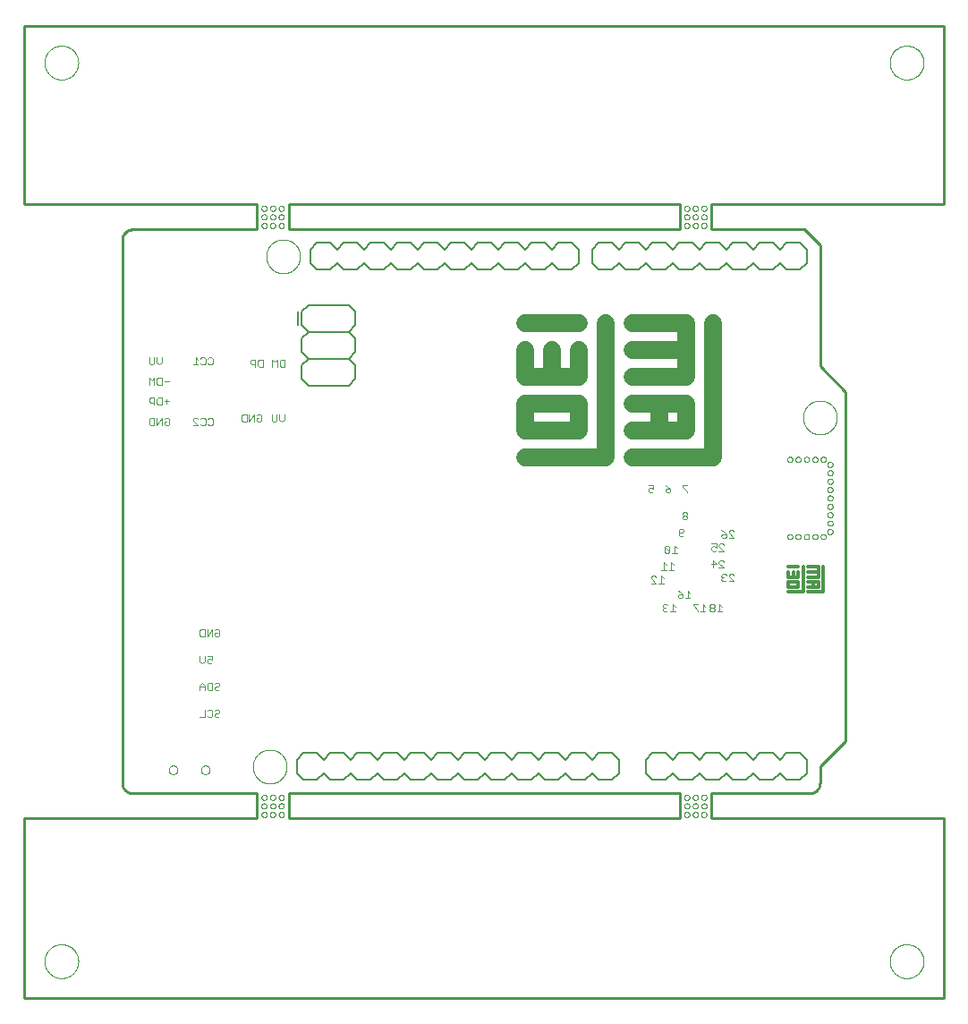
<source format=gbo>
G75*
%MOIN*%
%OFA0B0*%
%FSLAX25Y25*%
%IPPOS*%
%LPD*%
%AMOC8*
5,1,8,0,0,1.08239X$1,22.5*
%
%ADD10C,0.00000*%
%ADD11C,0.01000*%
%ADD12C,0.00800*%
%ADD13C,0.00300*%
%ADD14C,0.01200*%
%ADD15C,0.06600*%
D10*
X0008981Y0015280D02*
X0008983Y0015438D01*
X0008989Y0015596D01*
X0008999Y0015754D01*
X0009013Y0015912D01*
X0009031Y0016069D01*
X0009052Y0016226D01*
X0009078Y0016382D01*
X0009108Y0016538D01*
X0009141Y0016693D01*
X0009179Y0016846D01*
X0009220Y0016999D01*
X0009265Y0017151D01*
X0009314Y0017302D01*
X0009367Y0017451D01*
X0009423Y0017599D01*
X0009483Y0017745D01*
X0009547Y0017890D01*
X0009615Y0018033D01*
X0009686Y0018175D01*
X0009760Y0018315D01*
X0009838Y0018452D01*
X0009920Y0018588D01*
X0010004Y0018722D01*
X0010093Y0018853D01*
X0010184Y0018982D01*
X0010279Y0019109D01*
X0010376Y0019234D01*
X0010477Y0019356D01*
X0010581Y0019475D01*
X0010688Y0019592D01*
X0010798Y0019706D01*
X0010911Y0019817D01*
X0011026Y0019926D01*
X0011144Y0020031D01*
X0011265Y0020133D01*
X0011388Y0020233D01*
X0011514Y0020329D01*
X0011642Y0020422D01*
X0011772Y0020512D01*
X0011905Y0020598D01*
X0012040Y0020682D01*
X0012176Y0020761D01*
X0012315Y0020838D01*
X0012456Y0020910D01*
X0012598Y0020980D01*
X0012742Y0021045D01*
X0012888Y0021107D01*
X0013035Y0021165D01*
X0013184Y0021220D01*
X0013334Y0021271D01*
X0013485Y0021318D01*
X0013637Y0021361D01*
X0013790Y0021400D01*
X0013945Y0021436D01*
X0014100Y0021467D01*
X0014256Y0021495D01*
X0014412Y0021519D01*
X0014569Y0021539D01*
X0014727Y0021555D01*
X0014884Y0021567D01*
X0015043Y0021575D01*
X0015201Y0021579D01*
X0015359Y0021579D01*
X0015517Y0021575D01*
X0015676Y0021567D01*
X0015833Y0021555D01*
X0015991Y0021539D01*
X0016148Y0021519D01*
X0016304Y0021495D01*
X0016460Y0021467D01*
X0016615Y0021436D01*
X0016770Y0021400D01*
X0016923Y0021361D01*
X0017075Y0021318D01*
X0017226Y0021271D01*
X0017376Y0021220D01*
X0017525Y0021165D01*
X0017672Y0021107D01*
X0017818Y0021045D01*
X0017962Y0020980D01*
X0018104Y0020910D01*
X0018245Y0020838D01*
X0018384Y0020761D01*
X0018520Y0020682D01*
X0018655Y0020598D01*
X0018788Y0020512D01*
X0018918Y0020422D01*
X0019046Y0020329D01*
X0019172Y0020233D01*
X0019295Y0020133D01*
X0019416Y0020031D01*
X0019534Y0019926D01*
X0019649Y0019817D01*
X0019762Y0019706D01*
X0019872Y0019592D01*
X0019979Y0019475D01*
X0020083Y0019356D01*
X0020184Y0019234D01*
X0020281Y0019109D01*
X0020376Y0018982D01*
X0020467Y0018853D01*
X0020556Y0018722D01*
X0020640Y0018588D01*
X0020722Y0018452D01*
X0020800Y0018315D01*
X0020874Y0018175D01*
X0020945Y0018033D01*
X0021013Y0017890D01*
X0021077Y0017745D01*
X0021137Y0017599D01*
X0021193Y0017451D01*
X0021246Y0017302D01*
X0021295Y0017151D01*
X0021340Y0016999D01*
X0021381Y0016846D01*
X0021419Y0016693D01*
X0021452Y0016538D01*
X0021482Y0016382D01*
X0021508Y0016226D01*
X0021529Y0016069D01*
X0021547Y0015912D01*
X0021561Y0015754D01*
X0021571Y0015596D01*
X0021577Y0015438D01*
X0021579Y0015280D01*
X0021577Y0015122D01*
X0021571Y0014964D01*
X0021561Y0014806D01*
X0021547Y0014648D01*
X0021529Y0014491D01*
X0021508Y0014334D01*
X0021482Y0014178D01*
X0021452Y0014022D01*
X0021419Y0013867D01*
X0021381Y0013714D01*
X0021340Y0013561D01*
X0021295Y0013409D01*
X0021246Y0013258D01*
X0021193Y0013109D01*
X0021137Y0012961D01*
X0021077Y0012815D01*
X0021013Y0012670D01*
X0020945Y0012527D01*
X0020874Y0012385D01*
X0020800Y0012245D01*
X0020722Y0012108D01*
X0020640Y0011972D01*
X0020556Y0011838D01*
X0020467Y0011707D01*
X0020376Y0011578D01*
X0020281Y0011451D01*
X0020184Y0011326D01*
X0020083Y0011204D01*
X0019979Y0011085D01*
X0019872Y0010968D01*
X0019762Y0010854D01*
X0019649Y0010743D01*
X0019534Y0010634D01*
X0019416Y0010529D01*
X0019295Y0010427D01*
X0019172Y0010327D01*
X0019046Y0010231D01*
X0018918Y0010138D01*
X0018788Y0010048D01*
X0018655Y0009962D01*
X0018520Y0009878D01*
X0018384Y0009799D01*
X0018245Y0009722D01*
X0018104Y0009650D01*
X0017962Y0009580D01*
X0017818Y0009515D01*
X0017672Y0009453D01*
X0017525Y0009395D01*
X0017376Y0009340D01*
X0017226Y0009289D01*
X0017075Y0009242D01*
X0016923Y0009199D01*
X0016770Y0009160D01*
X0016615Y0009124D01*
X0016460Y0009093D01*
X0016304Y0009065D01*
X0016148Y0009041D01*
X0015991Y0009021D01*
X0015833Y0009005D01*
X0015676Y0008993D01*
X0015517Y0008985D01*
X0015359Y0008981D01*
X0015201Y0008981D01*
X0015043Y0008985D01*
X0014884Y0008993D01*
X0014727Y0009005D01*
X0014569Y0009021D01*
X0014412Y0009041D01*
X0014256Y0009065D01*
X0014100Y0009093D01*
X0013945Y0009124D01*
X0013790Y0009160D01*
X0013637Y0009199D01*
X0013485Y0009242D01*
X0013334Y0009289D01*
X0013184Y0009340D01*
X0013035Y0009395D01*
X0012888Y0009453D01*
X0012742Y0009515D01*
X0012598Y0009580D01*
X0012456Y0009650D01*
X0012315Y0009722D01*
X0012176Y0009799D01*
X0012040Y0009878D01*
X0011905Y0009962D01*
X0011772Y0010048D01*
X0011642Y0010138D01*
X0011514Y0010231D01*
X0011388Y0010327D01*
X0011265Y0010427D01*
X0011144Y0010529D01*
X0011026Y0010634D01*
X0010911Y0010743D01*
X0010798Y0010854D01*
X0010688Y0010968D01*
X0010581Y0011085D01*
X0010477Y0011204D01*
X0010376Y0011326D01*
X0010279Y0011451D01*
X0010184Y0011578D01*
X0010093Y0011707D01*
X0010004Y0011838D01*
X0009920Y0011972D01*
X0009838Y0012108D01*
X0009760Y0012245D01*
X0009686Y0012385D01*
X0009615Y0012527D01*
X0009547Y0012670D01*
X0009483Y0012815D01*
X0009423Y0012961D01*
X0009367Y0013109D01*
X0009314Y0013258D01*
X0009265Y0013409D01*
X0009220Y0013561D01*
X0009179Y0013714D01*
X0009141Y0013867D01*
X0009108Y0014022D01*
X0009078Y0014178D01*
X0009052Y0014334D01*
X0009031Y0014491D01*
X0009013Y0014648D01*
X0008999Y0014806D01*
X0008989Y0014964D01*
X0008983Y0015122D01*
X0008981Y0015280D01*
X0055317Y0086530D02*
X0055319Y0086610D01*
X0055325Y0086689D01*
X0055335Y0086768D01*
X0055349Y0086847D01*
X0055366Y0086925D01*
X0055388Y0087002D01*
X0055413Y0087077D01*
X0055443Y0087151D01*
X0055475Y0087224D01*
X0055512Y0087295D01*
X0055552Y0087364D01*
X0055595Y0087431D01*
X0055642Y0087496D01*
X0055691Y0087558D01*
X0055744Y0087618D01*
X0055800Y0087675D01*
X0055858Y0087730D01*
X0055919Y0087781D01*
X0055983Y0087829D01*
X0056049Y0087874D01*
X0056117Y0087916D01*
X0056187Y0087954D01*
X0056259Y0087988D01*
X0056332Y0088019D01*
X0056407Y0088047D01*
X0056484Y0088070D01*
X0056561Y0088090D01*
X0056639Y0088106D01*
X0056718Y0088118D01*
X0056797Y0088126D01*
X0056877Y0088130D01*
X0056957Y0088130D01*
X0057037Y0088126D01*
X0057116Y0088118D01*
X0057195Y0088106D01*
X0057273Y0088090D01*
X0057350Y0088070D01*
X0057427Y0088047D01*
X0057502Y0088019D01*
X0057575Y0087988D01*
X0057647Y0087954D01*
X0057717Y0087916D01*
X0057785Y0087874D01*
X0057851Y0087829D01*
X0057915Y0087781D01*
X0057976Y0087730D01*
X0058034Y0087675D01*
X0058090Y0087618D01*
X0058143Y0087558D01*
X0058192Y0087496D01*
X0058239Y0087431D01*
X0058282Y0087364D01*
X0058322Y0087295D01*
X0058359Y0087224D01*
X0058391Y0087151D01*
X0058421Y0087077D01*
X0058446Y0087002D01*
X0058468Y0086925D01*
X0058485Y0086847D01*
X0058499Y0086768D01*
X0058509Y0086689D01*
X0058515Y0086610D01*
X0058517Y0086530D01*
X0058515Y0086450D01*
X0058509Y0086371D01*
X0058499Y0086292D01*
X0058485Y0086213D01*
X0058468Y0086135D01*
X0058446Y0086058D01*
X0058421Y0085983D01*
X0058391Y0085909D01*
X0058359Y0085836D01*
X0058322Y0085765D01*
X0058282Y0085696D01*
X0058239Y0085629D01*
X0058192Y0085564D01*
X0058143Y0085502D01*
X0058090Y0085442D01*
X0058034Y0085385D01*
X0057976Y0085330D01*
X0057915Y0085279D01*
X0057851Y0085231D01*
X0057785Y0085186D01*
X0057717Y0085144D01*
X0057647Y0085106D01*
X0057575Y0085072D01*
X0057502Y0085041D01*
X0057427Y0085013D01*
X0057350Y0084990D01*
X0057273Y0084970D01*
X0057195Y0084954D01*
X0057116Y0084942D01*
X0057037Y0084934D01*
X0056957Y0084930D01*
X0056877Y0084930D01*
X0056797Y0084934D01*
X0056718Y0084942D01*
X0056639Y0084954D01*
X0056561Y0084970D01*
X0056484Y0084990D01*
X0056407Y0085013D01*
X0056332Y0085041D01*
X0056259Y0085072D01*
X0056187Y0085106D01*
X0056117Y0085144D01*
X0056049Y0085186D01*
X0055983Y0085231D01*
X0055919Y0085279D01*
X0055858Y0085330D01*
X0055800Y0085385D01*
X0055744Y0085442D01*
X0055691Y0085502D01*
X0055642Y0085564D01*
X0055595Y0085629D01*
X0055552Y0085696D01*
X0055512Y0085765D01*
X0055475Y0085836D01*
X0055443Y0085909D01*
X0055413Y0085983D01*
X0055388Y0086058D01*
X0055366Y0086135D01*
X0055349Y0086213D01*
X0055335Y0086292D01*
X0055325Y0086371D01*
X0055319Y0086450D01*
X0055317Y0086530D01*
X0067317Y0086530D02*
X0067319Y0086610D01*
X0067325Y0086689D01*
X0067335Y0086768D01*
X0067349Y0086847D01*
X0067366Y0086925D01*
X0067388Y0087002D01*
X0067413Y0087077D01*
X0067443Y0087151D01*
X0067475Y0087224D01*
X0067512Y0087295D01*
X0067552Y0087364D01*
X0067595Y0087431D01*
X0067642Y0087496D01*
X0067691Y0087558D01*
X0067744Y0087618D01*
X0067800Y0087675D01*
X0067858Y0087730D01*
X0067919Y0087781D01*
X0067983Y0087829D01*
X0068049Y0087874D01*
X0068117Y0087916D01*
X0068187Y0087954D01*
X0068259Y0087988D01*
X0068332Y0088019D01*
X0068407Y0088047D01*
X0068484Y0088070D01*
X0068561Y0088090D01*
X0068639Y0088106D01*
X0068718Y0088118D01*
X0068797Y0088126D01*
X0068877Y0088130D01*
X0068957Y0088130D01*
X0069037Y0088126D01*
X0069116Y0088118D01*
X0069195Y0088106D01*
X0069273Y0088090D01*
X0069350Y0088070D01*
X0069427Y0088047D01*
X0069502Y0088019D01*
X0069575Y0087988D01*
X0069647Y0087954D01*
X0069717Y0087916D01*
X0069785Y0087874D01*
X0069851Y0087829D01*
X0069915Y0087781D01*
X0069976Y0087730D01*
X0070034Y0087675D01*
X0070090Y0087618D01*
X0070143Y0087558D01*
X0070192Y0087496D01*
X0070239Y0087431D01*
X0070282Y0087364D01*
X0070322Y0087295D01*
X0070359Y0087224D01*
X0070391Y0087151D01*
X0070421Y0087077D01*
X0070446Y0087002D01*
X0070468Y0086925D01*
X0070485Y0086847D01*
X0070499Y0086768D01*
X0070509Y0086689D01*
X0070515Y0086610D01*
X0070517Y0086530D01*
X0070515Y0086450D01*
X0070509Y0086371D01*
X0070499Y0086292D01*
X0070485Y0086213D01*
X0070468Y0086135D01*
X0070446Y0086058D01*
X0070421Y0085983D01*
X0070391Y0085909D01*
X0070359Y0085836D01*
X0070322Y0085765D01*
X0070282Y0085696D01*
X0070239Y0085629D01*
X0070192Y0085564D01*
X0070143Y0085502D01*
X0070090Y0085442D01*
X0070034Y0085385D01*
X0069976Y0085330D01*
X0069915Y0085279D01*
X0069851Y0085231D01*
X0069785Y0085186D01*
X0069717Y0085144D01*
X0069647Y0085106D01*
X0069575Y0085072D01*
X0069502Y0085041D01*
X0069427Y0085013D01*
X0069350Y0084990D01*
X0069273Y0084970D01*
X0069195Y0084954D01*
X0069116Y0084942D01*
X0069037Y0084934D01*
X0068957Y0084930D01*
X0068877Y0084930D01*
X0068797Y0084934D01*
X0068718Y0084942D01*
X0068639Y0084954D01*
X0068561Y0084970D01*
X0068484Y0084990D01*
X0068407Y0085013D01*
X0068332Y0085041D01*
X0068259Y0085072D01*
X0068187Y0085106D01*
X0068117Y0085144D01*
X0068049Y0085186D01*
X0067983Y0085231D01*
X0067919Y0085279D01*
X0067858Y0085330D01*
X0067800Y0085385D01*
X0067744Y0085442D01*
X0067691Y0085502D01*
X0067642Y0085564D01*
X0067595Y0085629D01*
X0067552Y0085696D01*
X0067512Y0085765D01*
X0067475Y0085836D01*
X0067443Y0085909D01*
X0067413Y0085983D01*
X0067388Y0086058D01*
X0067366Y0086135D01*
X0067349Y0086213D01*
X0067335Y0086292D01*
X0067325Y0086371D01*
X0067319Y0086450D01*
X0067317Y0086530D01*
X0086618Y0087780D02*
X0086620Y0087938D01*
X0086626Y0088096D01*
X0086636Y0088254D01*
X0086650Y0088412D01*
X0086668Y0088569D01*
X0086689Y0088726D01*
X0086715Y0088882D01*
X0086745Y0089038D01*
X0086778Y0089193D01*
X0086816Y0089346D01*
X0086857Y0089499D01*
X0086902Y0089651D01*
X0086951Y0089802D01*
X0087004Y0089951D01*
X0087060Y0090099D01*
X0087120Y0090245D01*
X0087184Y0090390D01*
X0087252Y0090533D01*
X0087323Y0090675D01*
X0087397Y0090815D01*
X0087475Y0090952D01*
X0087557Y0091088D01*
X0087641Y0091222D01*
X0087730Y0091353D01*
X0087821Y0091482D01*
X0087916Y0091609D01*
X0088013Y0091734D01*
X0088114Y0091856D01*
X0088218Y0091975D01*
X0088325Y0092092D01*
X0088435Y0092206D01*
X0088548Y0092317D01*
X0088663Y0092426D01*
X0088781Y0092531D01*
X0088902Y0092633D01*
X0089025Y0092733D01*
X0089151Y0092829D01*
X0089279Y0092922D01*
X0089409Y0093012D01*
X0089542Y0093098D01*
X0089677Y0093182D01*
X0089813Y0093261D01*
X0089952Y0093338D01*
X0090093Y0093410D01*
X0090235Y0093480D01*
X0090379Y0093545D01*
X0090525Y0093607D01*
X0090672Y0093665D01*
X0090821Y0093720D01*
X0090971Y0093771D01*
X0091122Y0093818D01*
X0091274Y0093861D01*
X0091427Y0093900D01*
X0091582Y0093936D01*
X0091737Y0093967D01*
X0091893Y0093995D01*
X0092049Y0094019D01*
X0092206Y0094039D01*
X0092364Y0094055D01*
X0092521Y0094067D01*
X0092680Y0094075D01*
X0092838Y0094079D01*
X0092996Y0094079D01*
X0093154Y0094075D01*
X0093313Y0094067D01*
X0093470Y0094055D01*
X0093628Y0094039D01*
X0093785Y0094019D01*
X0093941Y0093995D01*
X0094097Y0093967D01*
X0094252Y0093936D01*
X0094407Y0093900D01*
X0094560Y0093861D01*
X0094712Y0093818D01*
X0094863Y0093771D01*
X0095013Y0093720D01*
X0095162Y0093665D01*
X0095309Y0093607D01*
X0095455Y0093545D01*
X0095599Y0093480D01*
X0095741Y0093410D01*
X0095882Y0093338D01*
X0096021Y0093261D01*
X0096157Y0093182D01*
X0096292Y0093098D01*
X0096425Y0093012D01*
X0096555Y0092922D01*
X0096683Y0092829D01*
X0096809Y0092733D01*
X0096932Y0092633D01*
X0097053Y0092531D01*
X0097171Y0092426D01*
X0097286Y0092317D01*
X0097399Y0092206D01*
X0097509Y0092092D01*
X0097616Y0091975D01*
X0097720Y0091856D01*
X0097821Y0091734D01*
X0097918Y0091609D01*
X0098013Y0091482D01*
X0098104Y0091353D01*
X0098193Y0091222D01*
X0098277Y0091088D01*
X0098359Y0090952D01*
X0098437Y0090815D01*
X0098511Y0090675D01*
X0098582Y0090533D01*
X0098650Y0090390D01*
X0098714Y0090245D01*
X0098774Y0090099D01*
X0098830Y0089951D01*
X0098883Y0089802D01*
X0098932Y0089651D01*
X0098977Y0089499D01*
X0099018Y0089346D01*
X0099056Y0089193D01*
X0099089Y0089038D01*
X0099119Y0088882D01*
X0099145Y0088726D01*
X0099166Y0088569D01*
X0099184Y0088412D01*
X0099198Y0088254D01*
X0099208Y0088096D01*
X0099214Y0087938D01*
X0099216Y0087780D01*
X0099214Y0087622D01*
X0099208Y0087464D01*
X0099198Y0087306D01*
X0099184Y0087148D01*
X0099166Y0086991D01*
X0099145Y0086834D01*
X0099119Y0086678D01*
X0099089Y0086522D01*
X0099056Y0086367D01*
X0099018Y0086214D01*
X0098977Y0086061D01*
X0098932Y0085909D01*
X0098883Y0085758D01*
X0098830Y0085609D01*
X0098774Y0085461D01*
X0098714Y0085315D01*
X0098650Y0085170D01*
X0098582Y0085027D01*
X0098511Y0084885D01*
X0098437Y0084745D01*
X0098359Y0084608D01*
X0098277Y0084472D01*
X0098193Y0084338D01*
X0098104Y0084207D01*
X0098013Y0084078D01*
X0097918Y0083951D01*
X0097821Y0083826D01*
X0097720Y0083704D01*
X0097616Y0083585D01*
X0097509Y0083468D01*
X0097399Y0083354D01*
X0097286Y0083243D01*
X0097171Y0083134D01*
X0097053Y0083029D01*
X0096932Y0082927D01*
X0096809Y0082827D01*
X0096683Y0082731D01*
X0096555Y0082638D01*
X0096425Y0082548D01*
X0096292Y0082462D01*
X0096157Y0082378D01*
X0096021Y0082299D01*
X0095882Y0082222D01*
X0095741Y0082150D01*
X0095599Y0082080D01*
X0095455Y0082015D01*
X0095309Y0081953D01*
X0095162Y0081895D01*
X0095013Y0081840D01*
X0094863Y0081789D01*
X0094712Y0081742D01*
X0094560Y0081699D01*
X0094407Y0081660D01*
X0094252Y0081624D01*
X0094097Y0081593D01*
X0093941Y0081565D01*
X0093785Y0081541D01*
X0093628Y0081521D01*
X0093470Y0081505D01*
X0093313Y0081493D01*
X0093154Y0081485D01*
X0092996Y0081481D01*
X0092838Y0081481D01*
X0092680Y0081485D01*
X0092521Y0081493D01*
X0092364Y0081505D01*
X0092206Y0081521D01*
X0092049Y0081541D01*
X0091893Y0081565D01*
X0091737Y0081593D01*
X0091582Y0081624D01*
X0091427Y0081660D01*
X0091274Y0081699D01*
X0091122Y0081742D01*
X0090971Y0081789D01*
X0090821Y0081840D01*
X0090672Y0081895D01*
X0090525Y0081953D01*
X0090379Y0082015D01*
X0090235Y0082080D01*
X0090093Y0082150D01*
X0089952Y0082222D01*
X0089813Y0082299D01*
X0089677Y0082378D01*
X0089542Y0082462D01*
X0089409Y0082548D01*
X0089279Y0082638D01*
X0089151Y0082731D01*
X0089025Y0082827D01*
X0088902Y0082927D01*
X0088781Y0083029D01*
X0088663Y0083134D01*
X0088548Y0083243D01*
X0088435Y0083354D01*
X0088325Y0083468D01*
X0088218Y0083585D01*
X0088114Y0083704D01*
X0088013Y0083826D01*
X0087916Y0083951D01*
X0087821Y0084078D01*
X0087730Y0084207D01*
X0087641Y0084338D01*
X0087557Y0084472D01*
X0087475Y0084608D01*
X0087397Y0084745D01*
X0087323Y0084885D01*
X0087252Y0085027D01*
X0087184Y0085170D01*
X0087120Y0085315D01*
X0087060Y0085461D01*
X0087004Y0085609D01*
X0086951Y0085758D01*
X0086902Y0085909D01*
X0086857Y0086061D01*
X0086816Y0086214D01*
X0086778Y0086367D01*
X0086745Y0086522D01*
X0086715Y0086678D01*
X0086689Y0086834D01*
X0086668Y0086991D01*
X0086650Y0087148D01*
X0086636Y0087306D01*
X0086626Y0087464D01*
X0086620Y0087622D01*
X0086618Y0087780D01*
X0089837Y0076303D02*
X0089839Y0076365D01*
X0089845Y0076428D01*
X0089855Y0076489D01*
X0089869Y0076550D01*
X0089886Y0076610D01*
X0089907Y0076669D01*
X0089933Y0076726D01*
X0089961Y0076781D01*
X0089993Y0076835D01*
X0090029Y0076886D01*
X0090067Y0076936D01*
X0090109Y0076982D01*
X0090153Y0077026D01*
X0090201Y0077067D01*
X0090250Y0077105D01*
X0090302Y0077139D01*
X0090356Y0077170D01*
X0090412Y0077198D01*
X0090470Y0077222D01*
X0090529Y0077243D01*
X0090589Y0077259D01*
X0090650Y0077272D01*
X0090712Y0077281D01*
X0090774Y0077286D01*
X0090837Y0077287D01*
X0090899Y0077284D01*
X0090961Y0077277D01*
X0091023Y0077266D01*
X0091083Y0077251D01*
X0091143Y0077233D01*
X0091201Y0077211D01*
X0091258Y0077185D01*
X0091313Y0077155D01*
X0091366Y0077122D01*
X0091417Y0077086D01*
X0091465Y0077047D01*
X0091511Y0077004D01*
X0091554Y0076959D01*
X0091594Y0076911D01*
X0091631Y0076861D01*
X0091665Y0076808D01*
X0091696Y0076754D01*
X0091722Y0076698D01*
X0091746Y0076640D01*
X0091765Y0076580D01*
X0091781Y0076520D01*
X0091793Y0076458D01*
X0091801Y0076397D01*
X0091805Y0076334D01*
X0091805Y0076272D01*
X0091801Y0076209D01*
X0091793Y0076148D01*
X0091781Y0076086D01*
X0091765Y0076026D01*
X0091746Y0075966D01*
X0091722Y0075908D01*
X0091696Y0075852D01*
X0091665Y0075798D01*
X0091631Y0075745D01*
X0091594Y0075695D01*
X0091554Y0075647D01*
X0091511Y0075602D01*
X0091465Y0075559D01*
X0091417Y0075520D01*
X0091366Y0075484D01*
X0091313Y0075451D01*
X0091258Y0075421D01*
X0091201Y0075395D01*
X0091143Y0075373D01*
X0091083Y0075355D01*
X0091023Y0075340D01*
X0090961Y0075329D01*
X0090899Y0075322D01*
X0090837Y0075319D01*
X0090774Y0075320D01*
X0090712Y0075325D01*
X0090650Y0075334D01*
X0090589Y0075347D01*
X0090529Y0075363D01*
X0090470Y0075384D01*
X0090412Y0075408D01*
X0090356Y0075436D01*
X0090302Y0075467D01*
X0090250Y0075501D01*
X0090201Y0075539D01*
X0090153Y0075580D01*
X0090109Y0075624D01*
X0090067Y0075670D01*
X0090029Y0075720D01*
X0089993Y0075771D01*
X0089961Y0075825D01*
X0089933Y0075880D01*
X0089907Y0075937D01*
X0089886Y0075996D01*
X0089869Y0076056D01*
X0089855Y0076117D01*
X0089845Y0076178D01*
X0089839Y0076241D01*
X0089837Y0076303D01*
X0089837Y0073104D02*
X0089839Y0073166D01*
X0089845Y0073229D01*
X0089855Y0073290D01*
X0089869Y0073351D01*
X0089886Y0073411D01*
X0089907Y0073470D01*
X0089933Y0073527D01*
X0089961Y0073582D01*
X0089993Y0073636D01*
X0090029Y0073687D01*
X0090067Y0073737D01*
X0090109Y0073783D01*
X0090153Y0073827D01*
X0090201Y0073868D01*
X0090250Y0073906D01*
X0090302Y0073940D01*
X0090356Y0073971D01*
X0090412Y0073999D01*
X0090470Y0074023D01*
X0090529Y0074044D01*
X0090589Y0074060D01*
X0090650Y0074073D01*
X0090712Y0074082D01*
X0090774Y0074087D01*
X0090837Y0074088D01*
X0090899Y0074085D01*
X0090961Y0074078D01*
X0091023Y0074067D01*
X0091083Y0074052D01*
X0091143Y0074034D01*
X0091201Y0074012D01*
X0091258Y0073986D01*
X0091313Y0073956D01*
X0091366Y0073923D01*
X0091417Y0073887D01*
X0091465Y0073848D01*
X0091511Y0073805D01*
X0091554Y0073760D01*
X0091594Y0073712D01*
X0091631Y0073662D01*
X0091665Y0073609D01*
X0091696Y0073555D01*
X0091722Y0073499D01*
X0091746Y0073441D01*
X0091765Y0073381D01*
X0091781Y0073321D01*
X0091793Y0073259D01*
X0091801Y0073198D01*
X0091805Y0073135D01*
X0091805Y0073073D01*
X0091801Y0073010D01*
X0091793Y0072949D01*
X0091781Y0072887D01*
X0091765Y0072827D01*
X0091746Y0072767D01*
X0091722Y0072709D01*
X0091696Y0072653D01*
X0091665Y0072599D01*
X0091631Y0072546D01*
X0091594Y0072496D01*
X0091554Y0072448D01*
X0091511Y0072403D01*
X0091465Y0072360D01*
X0091417Y0072321D01*
X0091366Y0072285D01*
X0091313Y0072252D01*
X0091258Y0072222D01*
X0091201Y0072196D01*
X0091143Y0072174D01*
X0091083Y0072156D01*
X0091023Y0072141D01*
X0090961Y0072130D01*
X0090899Y0072123D01*
X0090837Y0072120D01*
X0090774Y0072121D01*
X0090712Y0072126D01*
X0090650Y0072135D01*
X0090589Y0072148D01*
X0090529Y0072164D01*
X0090470Y0072185D01*
X0090412Y0072209D01*
X0090356Y0072237D01*
X0090302Y0072268D01*
X0090250Y0072302D01*
X0090201Y0072340D01*
X0090153Y0072381D01*
X0090109Y0072425D01*
X0090067Y0072471D01*
X0090029Y0072521D01*
X0089993Y0072572D01*
X0089961Y0072626D01*
X0089933Y0072681D01*
X0089907Y0072738D01*
X0089886Y0072797D01*
X0089869Y0072857D01*
X0089855Y0072918D01*
X0089845Y0072979D01*
X0089839Y0073042D01*
X0089837Y0073104D01*
X0089837Y0069906D02*
X0089839Y0069968D01*
X0089845Y0070031D01*
X0089855Y0070092D01*
X0089869Y0070153D01*
X0089886Y0070213D01*
X0089907Y0070272D01*
X0089933Y0070329D01*
X0089961Y0070384D01*
X0089993Y0070438D01*
X0090029Y0070489D01*
X0090067Y0070539D01*
X0090109Y0070585D01*
X0090153Y0070629D01*
X0090201Y0070670D01*
X0090250Y0070708D01*
X0090302Y0070742D01*
X0090356Y0070773D01*
X0090412Y0070801D01*
X0090470Y0070825D01*
X0090529Y0070846D01*
X0090589Y0070862D01*
X0090650Y0070875D01*
X0090712Y0070884D01*
X0090774Y0070889D01*
X0090837Y0070890D01*
X0090899Y0070887D01*
X0090961Y0070880D01*
X0091023Y0070869D01*
X0091083Y0070854D01*
X0091143Y0070836D01*
X0091201Y0070814D01*
X0091258Y0070788D01*
X0091313Y0070758D01*
X0091366Y0070725D01*
X0091417Y0070689D01*
X0091465Y0070650D01*
X0091511Y0070607D01*
X0091554Y0070562D01*
X0091594Y0070514D01*
X0091631Y0070464D01*
X0091665Y0070411D01*
X0091696Y0070357D01*
X0091722Y0070301D01*
X0091746Y0070243D01*
X0091765Y0070183D01*
X0091781Y0070123D01*
X0091793Y0070061D01*
X0091801Y0070000D01*
X0091805Y0069937D01*
X0091805Y0069875D01*
X0091801Y0069812D01*
X0091793Y0069751D01*
X0091781Y0069689D01*
X0091765Y0069629D01*
X0091746Y0069569D01*
X0091722Y0069511D01*
X0091696Y0069455D01*
X0091665Y0069401D01*
X0091631Y0069348D01*
X0091594Y0069298D01*
X0091554Y0069250D01*
X0091511Y0069205D01*
X0091465Y0069162D01*
X0091417Y0069123D01*
X0091366Y0069087D01*
X0091313Y0069054D01*
X0091258Y0069024D01*
X0091201Y0068998D01*
X0091143Y0068976D01*
X0091083Y0068958D01*
X0091023Y0068943D01*
X0090961Y0068932D01*
X0090899Y0068925D01*
X0090837Y0068922D01*
X0090774Y0068923D01*
X0090712Y0068928D01*
X0090650Y0068937D01*
X0090589Y0068950D01*
X0090529Y0068966D01*
X0090470Y0068987D01*
X0090412Y0069011D01*
X0090356Y0069039D01*
X0090302Y0069070D01*
X0090250Y0069104D01*
X0090201Y0069142D01*
X0090153Y0069183D01*
X0090109Y0069227D01*
X0090067Y0069273D01*
X0090029Y0069323D01*
X0089993Y0069374D01*
X0089961Y0069428D01*
X0089933Y0069483D01*
X0089907Y0069540D01*
X0089886Y0069599D01*
X0089869Y0069659D01*
X0089855Y0069720D01*
X0089845Y0069781D01*
X0089839Y0069844D01*
X0089837Y0069906D01*
X0093036Y0069906D02*
X0093038Y0069968D01*
X0093044Y0070031D01*
X0093054Y0070092D01*
X0093068Y0070153D01*
X0093085Y0070213D01*
X0093106Y0070272D01*
X0093132Y0070329D01*
X0093160Y0070384D01*
X0093192Y0070438D01*
X0093228Y0070489D01*
X0093266Y0070539D01*
X0093308Y0070585D01*
X0093352Y0070629D01*
X0093400Y0070670D01*
X0093449Y0070708D01*
X0093501Y0070742D01*
X0093555Y0070773D01*
X0093611Y0070801D01*
X0093669Y0070825D01*
X0093728Y0070846D01*
X0093788Y0070862D01*
X0093849Y0070875D01*
X0093911Y0070884D01*
X0093973Y0070889D01*
X0094036Y0070890D01*
X0094098Y0070887D01*
X0094160Y0070880D01*
X0094222Y0070869D01*
X0094282Y0070854D01*
X0094342Y0070836D01*
X0094400Y0070814D01*
X0094457Y0070788D01*
X0094512Y0070758D01*
X0094565Y0070725D01*
X0094616Y0070689D01*
X0094664Y0070650D01*
X0094710Y0070607D01*
X0094753Y0070562D01*
X0094793Y0070514D01*
X0094830Y0070464D01*
X0094864Y0070411D01*
X0094895Y0070357D01*
X0094921Y0070301D01*
X0094945Y0070243D01*
X0094964Y0070183D01*
X0094980Y0070123D01*
X0094992Y0070061D01*
X0095000Y0070000D01*
X0095004Y0069937D01*
X0095004Y0069875D01*
X0095000Y0069812D01*
X0094992Y0069751D01*
X0094980Y0069689D01*
X0094964Y0069629D01*
X0094945Y0069569D01*
X0094921Y0069511D01*
X0094895Y0069455D01*
X0094864Y0069401D01*
X0094830Y0069348D01*
X0094793Y0069298D01*
X0094753Y0069250D01*
X0094710Y0069205D01*
X0094664Y0069162D01*
X0094616Y0069123D01*
X0094565Y0069087D01*
X0094512Y0069054D01*
X0094457Y0069024D01*
X0094400Y0068998D01*
X0094342Y0068976D01*
X0094282Y0068958D01*
X0094222Y0068943D01*
X0094160Y0068932D01*
X0094098Y0068925D01*
X0094036Y0068922D01*
X0093973Y0068923D01*
X0093911Y0068928D01*
X0093849Y0068937D01*
X0093788Y0068950D01*
X0093728Y0068966D01*
X0093669Y0068987D01*
X0093611Y0069011D01*
X0093555Y0069039D01*
X0093501Y0069070D01*
X0093449Y0069104D01*
X0093400Y0069142D01*
X0093352Y0069183D01*
X0093308Y0069227D01*
X0093266Y0069273D01*
X0093228Y0069323D01*
X0093192Y0069374D01*
X0093160Y0069428D01*
X0093132Y0069483D01*
X0093106Y0069540D01*
X0093085Y0069599D01*
X0093068Y0069659D01*
X0093054Y0069720D01*
X0093044Y0069781D01*
X0093038Y0069844D01*
X0093036Y0069906D01*
X0093036Y0073104D02*
X0093038Y0073166D01*
X0093044Y0073229D01*
X0093054Y0073290D01*
X0093068Y0073351D01*
X0093085Y0073411D01*
X0093106Y0073470D01*
X0093132Y0073527D01*
X0093160Y0073582D01*
X0093192Y0073636D01*
X0093228Y0073687D01*
X0093266Y0073737D01*
X0093308Y0073783D01*
X0093352Y0073827D01*
X0093400Y0073868D01*
X0093449Y0073906D01*
X0093501Y0073940D01*
X0093555Y0073971D01*
X0093611Y0073999D01*
X0093669Y0074023D01*
X0093728Y0074044D01*
X0093788Y0074060D01*
X0093849Y0074073D01*
X0093911Y0074082D01*
X0093973Y0074087D01*
X0094036Y0074088D01*
X0094098Y0074085D01*
X0094160Y0074078D01*
X0094222Y0074067D01*
X0094282Y0074052D01*
X0094342Y0074034D01*
X0094400Y0074012D01*
X0094457Y0073986D01*
X0094512Y0073956D01*
X0094565Y0073923D01*
X0094616Y0073887D01*
X0094664Y0073848D01*
X0094710Y0073805D01*
X0094753Y0073760D01*
X0094793Y0073712D01*
X0094830Y0073662D01*
X0094864Y0073609D01*
X0094895Y0073555D01*
X0094921Y0073499D01*
X0094945Y0073441D01*
X0094964Y0073381D01*
X0094980Y0073321D01*
X0094992Y0073259D01*
X0095000Y0073198D01*
X0095004Y0073135D01*
X0095004Y0073073D01*
X0095000Y0073010D01*
X0094992Y0072949D01*
X0094980Y0072887D01*
X0094964Y0072827D01*
X0094945Y0072767D01*
X0094921Y0072709D01*
X0094895Y0072653D01*
X0094864Y0072599D01*
X0094830Y0072546D01*
X0094793Y0072496D01*
X0094753Y0072448D01*
X0094710Y0072403D01*
X0094664Y0072360D01*
X0094616Y0072321D01*
X0094565Y0072285D01*
X0094512Y0072252D01*
X0094457Y0072222D01*
X0094400Y0072196D01*
X0094342Y0072174D01*
X0094282Y0072156D01*
X0094222Y0072141D01*
X0094160Y0072130D01*
X0094098Y0072123D01*
X0094036Y0072120D01*
X0093973Y0072121D01*
X0093911Y0072126D01*
X0093849Y0072135D01*
X0093788Y0072148D01*
X0093728Y0072164D01*
X0093669Y0072185D01*
X0093611Y0072209D01*
X0093555Y0072237D01*
X0093501Y0072268D01*
X0093449Y0072302D01*
X0093400Y0072340D01*
X0093352Y0072381D01*
X0093308Y0072425D01*
X0093266Y0072471D01*
X0093228Y0072521D01*
X0093192Y0072572D01*
X0093160Y0072626D01*
X0093132Y0072681D01*
X0093106Y0072738D01*
X0093085Y0072797D01*
X0093068Y0072857D01*
X0093054Y0072918D01*
X0093044Y0072979D01*
X0093038Y0073042D01*
X0093036Y0073104D01*
X0093036Y0076303D02*
X0093038Y0076365D01*
X0093044Y0076428D01*
X0093054Y0076489D01*
X0093068Y0076550D01*
X0093085Y0076610D01*
X0093106Y0076669D01*
X0093132Y0076726D01*
X0093160Y0076781D01*
X0093192Y0076835D01*
X0093228Y0076886D01*
X0093266Y0076936D01*
X0093308Y0076982D01*
X0093352Y0077026D01*
X0093400Y0077067D01*
X0093449Y0077105D01*
X0093501Y0077139D01*
X0093555Y0077170D01*
X0093611Y0077198D01*
X0093669Y0077222D01*
X0093728Y0077243D01*
X0093788Y0077259D01*
X0093849Y0077272D01*
X0093911Y0077281D01*
X0093973Y0077286D01*
X0094036Y0077287D01*
X0094098Y0077284D01*
X0094160Y0077277D01*
X0094222Y0077266D01*
X0094282Y0077251D01*
X0094342Y0077233D01*
X0094400Y0077211D01*
X0094457Y0077185D01*
X0094512Y0077155D01*
X0094565Y0077122D01*
X0094616Y0077086D01*
X0094664Y0077047D01*
X0094710Y0077004D01*
X0094753Y0076959D01*
X0094793Y0076911D01*
X0094830Y0076861D01*
X0094864Y0076808D01*
X0094895Y0076754D01*
X0094921Y0076698D01*
X0094945Y0076640D01*
X0094964Y0076580D01*
X0094980Y0076520D01*
X0094992Y0076458D01*
X0095000Y0076397D01*
X0095004Y0076334D01*
X0095004Y0076272D01*
X0095000Y0076209D01*
X0094992Y0076148D01*
X0094980Y0076086D01*
X0094964Y0076026D01*
X0094945Y0075966D01*
X0094921Y0075908D01*
X0094895Y0075852D01*
X0094864Y0075798D01*
X0094830Y0075745D01*
X0094793Y0075695D01*
X0094753Y0075647D01*
X0094710Y0075602D01*
X0094664Y0075559D01*
X0094616Y0075520D01*
X0094565Y0075484D01*
X0094512Y0075451D01*
X0094457Y0075421D01*
X0094400Y0075395D01*
X0094342Y0075373D01*
X0094282Y0075355D01*
X0094222Y0075340D01*
X0094160Y0075329D01*
X0094098Y0075322D01*
X0094036Y0075319D01*
X0093973Y0075320D01*
X0093911Y0075325D01*
X0093849Y0075334D01*
X0093788Y0075347D01*
X0093728Y0075363D01*
X0093669Y0075384D01*
X0093611Y0075408D01*
X0093555Y0075436D01*
X0093501Y0075467D01*
X0093449Y0075501D01*
X0093400Y0075539D01*
X0093352Y0075580D01*
X0093308Y0075624D01*
X0093266Y0075670D01*
X0093228Y0075720D01*
X0093192Y0075771D01*
X0093160Y0075825D01*
X0093132Y0075880D01*
X0093106Y0075937D01*
X0093085Y0075996D01*
X0093068Y0076056D01*
X0093054Y0076117D01*
X0093044Y0076178D01*
X0093038Y0076241D01*
X0093036Y0076303D01*
X0096235Y0076303D02*
X0096237Y0076365D01*
X0096243Y0076428D01*
X0096253Y0076489D01*
X0096267Y0076550D01*
X0096284Y0076610D01*
X0096305Y0076669D01*
X0096331Y0076726D01*
X0096359Y0076781D01*
X0096391Y0076835D01*
X0096427Y0076886D01*
X0096465Y0076936D01*
X0096507Y0076982D01*
X0096551Y0077026D01*
X0096599Y0077067D01*
X0096648Y0077105D01*
X0096700Y0077139D01*
X0096754Y0077170D01*
X0096810Y0077198D01*
X0096868Y0077222D01*
X0096927Y0077243D01*
X0096987Y0077259D01*
X0097048Y0077272D01*
X0097110Y0077281D01*
X0097172Y0077286D01*
X0097235Y0077287D01*
X0097297Y0077284D01*
X0097359Y0077277D01*
X0097421Y0077266D01*
X0097481Y0077251D01*
X0097541Y0077233D01*
X0097599Y0077211D01*
X0097656Y0077185D01*
X0097711Y0077155D01*
X0097764Y0077122D01*
X0097815Y0077086D01*
X0097863Y0077047D01*
X0097909Y0077004D01*
X0097952Y0076959D01*
X0097992Y0076911D01*
X0098029Y0076861D01*
X0098063Y0076808D01*
X0098094Y0076754D01*
X0098120Y0076698D01*
X0098144Y0076640D01*
X0098163Y0076580D01*
X0098179Y0076520D01*
X0098191Y0076458D01*
X0098199Y0076397D01*
X0098203Y0076334D01*
X0098203Y0076272D01*
X0098199Y0076209D01*
X0098191Y0076148D01*
X0098179Y0076086D01*
X0098163Y0076026D01*
X0098144Y0075966D01*
X0098120Y0075908D01*
X0098094Y0075852D01*
X0098063Y0075798D01*
X0098029Y0075745D01*
X0097992Y0075695D01*
X0097952Y0075647D01*
X0097909Y0075602D01*
X0097863Y0075559D01*
X0097815Y0075520D01*
X0097764Y0075484D01*
X0097711Y0075451D01*
X0097656Y0075421D01*
X0097599Y0075395D01*
X0097541Y0075373D01*
X0097481Y0075355D01*
X0097421Y0075340D01*
X0097359Y0075329D01*
X0097297Y0075322D01*
X0097235Y0075319D01*
X0097172Y0075320D01*
X0097110Y0075325D01*
X0097048Y0075334D01*
X0096987Y0075347D01*
X0096927Y0075363D01*
X0096868Y0075384D01*
X0096810Y0075408D01*
X0096754Y0075436D01*
X0096700Y0075467D01*
X0096648Y0075501D01*
X0096599Y0075539D01*
X0096551Y0075580D01*
X0096507Y0075624D01*
X0096465Y0075670D01*
X0096427Y0075720D01*
X0096391Y0075771D01*
X0096359Y0075825D01*
X0096331Y0075880D01*
X0096305Y0075937D01*
X0096284Y0075996D01*
X0096267Y0076056D01*
X0096253Y0076117D01*
X0096243Y0076178D01*
X0096237Y0076241D01*
X0096235Y0076303D01*
X0096235Y0073104D02*
X0096237Y0073166D01*
X0096243Y0073229D01*
X0096253Y0073290D01*
X0096267Y0073351D01*
X0096284Y0073411D01*
X0096305Y0073470D01*
X0096331Y0073527D01*
X0096359Y0073582D01*
X0096391Y0073636D01*
X0096427Y0073687D01*
X0096465Y0073737D01*
X0096507Y0073783D01*
X0096551Y0073827D01*
X0096599Y0073868D01*
X0096648Y0073906D01*
X0096700Y0073940D01*
X0096754Y0073971D01*
X0096810Y0073999D01*
X0096868Y0074023D01*
X0096927Y0074044D01*
X0096987Y0074060D01*
X0097048Y0074073D01*
X0097110Y0074082D01*
X0097172Y0074087D01*
X0097235Y0074088D01*
X0097297Y0074085D01*
X0097359Y0074078D01*
X0097421Y0074067D01*
X0097481Y0074052D01*
X0097541Y0074034D01*
X0097599Y0074012D01*
X0097656Y0073986D01*
X0097711Y0073956D01*
X0097764Y0073923D01*
X0097815Y0073887D01*
X0097863Y0073848D01*
X0097909Y0073805D01*
X0097952Y0073760D01*
X0097992Y0073712D01*
X0098029Y0073662D01*
X0098063Y0073609D01*
X0098094Y0073555D01*
X0098120Y0073499D01*
X0098144Y0073441D01*
X0098163Y0073381D01*
X0098179Y0073321D01*
X0098191Y0073259D01*
X0098199Y0073198D01*
X0098203Y0073135D01*
X0098203Y0073073D01*
X0098199Y0073010D01*
X0098191Y0072949D01*
X0098179Y0072887D01*
X0098163Y0072827D01*
X0098144Y0072767D01*
X0098120Y0072709D01*
X0098094Y0072653D01*
X0098063Y0072599D01*
X0098029Y0072546D01*
X0097992Y0072496D01*
X0097952Y0072448D01*
X0097909Y0072403D01*
X0097863Y0072360D01*
X0097815Y0072321D01*
X0097764Y0072285D01*
X0097711Y0072252D01*
X0097656Y0072222D01*
X0097599Y0072196D01*
X0097541Y0072174D01*
X0097481Y0072156D01*
X0097421Y0072141D01*
X0097359Y0072130D01*
X0097297Y0072123D01*
X0097235Y0072120D01*
X0097172Y0072121D01*
X0097110Y0072126D01*
X0097048Y0072135D01*
X0096987Y0072148D01*
X0096927Y0072164D01*
X0096868Y0072185D01*
X0096810Y0072209D01*
X0096754Y0072237D01*
X0096700Y0072268D01*
X0096648Y0072302D01*
X0096599Y0072340D01*
X0096551Y0072381D01*
X0096507Y0072425D01*
X0096465Y0072471D01*
X0096427Y0072521D01*
X0096391Y0072572D01*
X0096359Y0072626D01*
X0096331Y0072681D01*
X0096305Y0072738D01*
X0096284Y0072797D01*
X0096267Y0072857D01*
X0096253Y0072918D01*
X0096243Y0072979D01*
X0096237Y0073042D01*
X0096235Y0073104D01*
X0096235Y0069906D02*
X0096237Y0069968D01*
X0096243Y0070031D01*
X0096253Y0070092D01*
X0096267Y0070153D01*
X0096284Y0070213D01*
X0096305Y0070272D01*
X0096331Y0070329D01*
X0096359Y0070384D01*
X0096391Y0070438D01*
X0096427Y0070489D01*
X0096465Y0070539D01*
X0096507Y0070585D01*
X0096551Y0070629D01*
X0096599Y0070670D01*
X0096648Y0070708D01*
X0096700Y0070742D01*
X0096754Y0070773D01*
X0096810Y0070801D01*
X0096868Y0070825D01*
X0096927Y0070846D01*
X0096987Y0070862D01*
X0097048Y0070875D01*
X0097110Y0070884D01*
X0097172Y0070889D01*
X0097235Y0070890D01*
X0097297Y0070887D01*
X0097359Y0070880D01*
X0097421Y0070869D01*
X0097481Y0070854D01*
X0097541Y0070836D01*
X0097599Y0070814D01*
X0097656Y0070788D01*
X0097711Y0070758D01*
X0097764Y0070725D01*
X0097815Y0070689D01*
X0097863Y0070650D01*
X0097909Y0070607D01*
X0097952Y0070562D01*
X0097992Y0070514D01*
X0098029Y0070464D01*
X0098063Y0070411D01*
X0098094Y0070357D01*
X0098120Y0070301D01*
X0098144Y0070243D01*
X0098163Y0070183D01*
X0098179Y0070123D01*
X0098191Y0070061D01*
X0098199Y0070000D01*
X0098203Y0069937D01*
X0098203Y0069875D01*
X0098199Y0069812D01*
X0098191Y0069751D01*
X0098179Y0069689D01*
X0098163Y0069629D01*
X0098144Y0069569D01*
X0098120Y0069511D01*
X0098094Y0069455D01*
X0098063Y0069401D01*
X0098029Y0069348D01*
X0097992Y0069298D01*
X0097952Y0069250D01*
X0097909Y0069205D01*
X0097863Y0069162D01*
X0097815Y0069123D01*
X0097764Y0069087D01*
X0097711Y0069054D01*
X0097656Y0069024D01*
X0097599Y0068998D01*
X0097541Y0068976D01*
X0097481Y0068958D01*
X0097421Y0068943D01*
X0097359Y0068932D01*
X0097297Y0068925D01*
X0097235Y0068922D01*
X0097172Y0068923D01*
X0097110Y0068928D01*
X0097048Y0068937D01*
X0096987Y0068950D01*
X0096927Y0068966D01*
X0096868Y0068987D01*
X0096810Y0069011D01*
X0096754Y0069039D01*
X0096700Y0069070D01*
X0096648Y0069104D01*
X0096599Y0069142D01*
X0096551Y0069183D01*
X0096507Y0069227D01*
X0096465Y0069273D01*
X0096427Y0069323D01*
X0096391Y0069374D01*
X0096359Y0069428D01*
X0096331Y0069483D01*
X0096305Y0069540D01*
X0096284Y0069599D01*
X0096267Y0069659D01*
X0096253Y0069720D01*
X0096243Y0069781D01*
X0096237Y0069844D01*
X0096235Y0069906D01*
X0247317Y0069906D02*
X0247319Y0069968D01*
X0247325Y0070031D01*
X0247335Y0070092D01*
X0247349Y0070153D01*
X0247366Y0070213D01*
X0247387Y0070272D01*
X0247413Y0070329D01*
X0247441Y0070384D01*
X0247473Y0070438D01*
X0247509Y0070489D01*
X0247547Y0070539D01*
X0247589Y0070585D01*
X0247633Y0070629D01*
X0247681Y0070670D01*
X0247730Y0070708D01*
X0247782Y0070742D01*
X0247836Y0070773D01*
X0247892Y0070801D01*
X0247950Y0070825D01*
X0248009Y0070846D01*
X0248069Y0070862D01*
X0248130Y0070875D01*
X0248192Y0070884D01*
X0248254Y0070889D01*
X0248317Y0070890D01*
X0248379Y0070887D01*
X0248441Y0070880D01*
X0248503Y0070869D01*
X0248563Y0070854D01*
X0248623Y0070836D01*
X0248681Y0070814D01*
X0248738Y0070788D01*
X0248793Y0070758D01*
X0248846Y0070725D01*
X0248897Y0070689D01*
X0248945Y0070650D01*
X0248991Y0070607D01*
X0249034Y0070562D01*
X0249074Y0070514D01*
X0249111Y0070464D01*
X0249145Y0070411D01*
X0249176Y0070357D01*
X0249202Y0070301D01*
X0249226Y0070243D01*
X0249245Y0070183D01*
X0249261Y0070123D01*
X0249273Y0070061D01*
X0249281Y0070000D01*
X0249285Y0069937D01*
X0249285Y0069875D01*
X0249281Y0069812D01*
X0249273Y0069751D01*
X0249261Y0069689D01*
X0249245Y0069629D01*
X0249226Y0069569D01*
X0249202Y0069511D01*
X0249176Y0069455D01*
X0249145Y0069401D01*
X0249111Y0069348D01*
X0249074Y0069298D01*
X0249034Y0069250D01*
X0248991Y0069205D01*
X0248945Y0069162D01*
X0248897Y0069123D01*
X0248846Y0069087D01*
X0248793Y0069054D01*
X0248738Y0069024D01*
X0248681Y0068998D01*
X0248623Y0068976D01*
X0248563Y0068958D01*
X0248503Y0068943D01*
X0248441Y0068932D01*
X0248379Y0068925D01*
X0248317Y0068922D01*
X0248254Y0068923D01*
X0248192Y0068928D01*
X0248130Y0068937D01*
X0248069Y0068950D01*
X0248009Y0068966D01*
X0247950Y0068987D01*
X0247892Y0069011D01*
X0247836Y0069039D01*
X0247782Y0069070D01*
X0247730Y0069104D01*
X0247681Y0069142D01*
X0247633Y0069183D01*
X0247589Y0069227D01*
X0247547Y0069273D01*
X0247509Y0069323D01*
X0247473Y0069374D01*
X0247441Y0069428D01*
X0247413Y0069483D01*
X0247387Y0069540D01*
X0247366Y0069599D01*
X0247349Y0069659D01*
X0247335Y0069720D01*
X0247325Y0069781D01*
X0247319Y0069844D01*
X0247317Y0069906D01*
X0247317Y0073104D02*
X0247319Y0073166D01*
X0247325Y0073229D01*
X0247335Y0073290D01*
X0247349Y0073351D01*
X0247366Y0073411D01*
X0247387Y0073470D01*
X0247413Y0073527D01*
X0247441Y0073582D01*
X0247473Y0073636D01*
X0247509Y0073687D01*
X0247547Y0073737D01*
X0247589Y0073783D01*
X0247633Y0073827D01*
X0247681Y0073868D01*
X0247730Y0073906D01*
X0247782Y0073940D01*
X0247836Y0073971D01*
X0247892Y0073999D01*
X0247950Y0074023D01*
X0248009Y0074044D01*
X0248069Y0074060D01*
X0248130Y0074073D01*
X0248192Y0074082D01*
X0248254Y0074087D01*
X0248317Y0074088D01*
X0248379Y0074085D01*
X0248441Y0074078D01*
X0248503Y0074067D01*
X0248563Y0074052D01*
X0248623Y0074034D01*
X0248681Y0074012D01*
X0248738Y0073986D01*
X0248793Y0073956D01*
X0248846Y0073923D01*
X0248897Y0073887D01*
X0248945Y0073848D01*
X0248991Y0073805D01*
X0249034Y0073760D01*
X0249074Y0073712D01*
X0249111Y0073662D01*
X0249145Y0073609D01*
X0249176Y0073555D01*
X0249202Y0073499D01*
X0249226Y0073441D01*
X0249245Y0073381D01*
X0249261Y0073321D01*
X0249273Y0073259D01*
X0249281Y0073198D01*
X0249285Y0073135D01*
X0249285Y0073073D01*
X0249281Y0073010D01*
X0249273Y0072949D01*
X0249261Y0072887D01*
X0249245Y0072827D01*
X0249226Y0072767D01*
X0249202Y0072709D01*
X0249176Y0072653D01*
X0249145Y0072599D01*
X0249111Y0072546D01*
X0249074Y0072496D01*
X0249034Y0072448D01*
X0248991Y0072403D01*
X0248945Y0072360D01*
X0248897Y0072321D01*
X0248846Y0072285D01*
X0248793Y0072252D01*
X0248738Y0072222D01*
X0248681Y0072196D01*
X0248623Y0072174D01*
X0248563Y0072156D01*
X0248503Y0072141D01*
X0248441Y0072130D01*
X0248379Y0072123D01*
X0248317Y0072120D01*
X0248254Y0072121D01*
X0248192Y0072126D01*
X0248130Y0072135D01*
X0248069Y0072148D01*
X0248009Y0072164D01*
X0247950Y0072185D01*
X0247892Y0072209D01*
X0247836Y0072237D01*
X0247782Y0072268D01*
X0247730Y0072302D01*
X0247681Y0072340D01*
X0247633Y0072381D01*
X0247589Y0072425D01*
X0247547Y0072471D01*
X0247509Y0072521D01*
X0247473Y0072572D01*
X0247441Y0072626D01*
X0247413Y0072681D01*
X0247387Y0072738D01*
X0247366Y0072797D01*
X0247349Y0072857D01*
X0247335Y0072918D01*
X0247325Y0072979D01*
X0247319Y0073042D01*
X0247317Y0073104D01*
X0247317Y0076303D02*
X0247319Y0076365D01*
X0247325Y0076428D01*
X0247335Y0076489D01*
X0247349Y0076550D01*
X0247366Y0076610D01*
X0247387Y0076669D01*
X0247413Y0076726D01*
X0247441Y0076781D01*
X0247473Y0076835D01*
X0247509Y0076886D01*
X0247547Y0076936D01*
X0247589Y0076982D01*
X0247633Y0077026D01*
X0247681Y0077067D01*
X0247730Y0077105D01*
X0247782Y0077139D01*
X0247836Y0077170D01*
X0247892Y0077198D01*
X0247950Y0077222D01*
X0248009Y0077243D01*
X0248069Y0077259D01*
X0248130Y0077272D01*
X0248192Y0077281D01*
X0248254Y0077286D01*
X0248317Y0077287D01*
X0248379Y0077284D01*
X0248441Y0077277D01*
X0248503Y0077266D01*
X0248563Y0077251D01*
X0248623Y0077233D01*
X0248681Y0077211D01*
X0248738Y0077185D01*
X0248793Y0077155D01*
X0248846Y0077122D01*
X0248897Y0077086D01*
X0248945Y0077047D01*
X0248991Y0077004D01*
X0249034Y0076959D01*
X0249074Y0076911D01*
X0249111Y0076861D01*
X0249145Y0076808D01*
X0249176Y0076754D01*
X0249202Y0076698D01*
X0249226Y0076640D01*
X0249245Y0076580D01*
X0249261Y0076520D01*
X0249273Y0076458D01*
X0249281Y0076397D01*
X0249285Y0076334D01*
X0249285Y0076272D01*
X0249281Y0076209D01*
X0249273Y0076148D01*
X0249261Y0076086D01*
X0249245Y0076026D01*
X0249226Y0075966D01*
X0249202Y0075908D01*
X0249176Y0075852D01*
X0249145Y0075798D01*
X0249111Y0075745D01*
X0249074Y0075695D01*
X0249034Y0075647D01*
X0248991Y0075602D01*
X0248945Y0075559D01*
X0248897Y0075520D01*
X0248846Y0075484D01*
X0248793Y0075451D01*
X0248738Y0075421D01*
X0248681Y0075395D01*
X0248623Y0075373D01*
X0248563Y0075355D01*
X0248503Y0075340D01*
X0248441Y0075329D01*
X0248379Y0075322D01*
X0248317Y0075319D01*
X0248254Y0075320D01*
X0248192Y0075325D01*
X0248130Y0075334D01*
X0248069Y0075347D01*
X0248009Y0075363D01*
X0247950Y0075384D01*
X0247892Y0075408D01*
X0247836Y0075436D01*
X0247782Y0075467D01*
X0247730Y0075501D01*
X0247681Y0075539D01*
X0247633Y0075580D01*
X0247589Y0075624D01*
X0247547Y0075670D01*
X0247509Y0075720D01*
X0247473Y0075771D01*
X0247441Y0075825D01*
X0247413Y0075880D01*
X0247387Y0075937D01*
X0247366Y0075996D01*
X0247349Y0076056D01*
X0247335Y0076117D01*
X0247325Y0076178D01*
X0247319Y0076241D01*
X0247317Y0076303D01*
X0250516Y0076303D02*
X0250518Y0076365D01*
X0250524Y0076428D01*
X0250534Y0076489D01*
X0250548Y0076550D01*
X0250565Y0076610D01*
X0250586Y0076669D01*
X0250612Y0076726D01*
X0250640Y0076781D01*
X0250672Y0076835D01*
X0250708Y0076886D01*
X0250746Y0076936D01*
X0250788Y0076982D01*
X0250832Y0077026D01*
X0250880Y0077067D01*
X0250929Y0077105D01*
X0250981Y0077139D01*
X0251035Y0077170D01*
X0251091Y0077198D01*
X0251149Y0077222D01*
X0251208Y0077243D01*
X0251268Y0077259D01*
X0251329Y0077272D01*
X0251391Y0077281D01*
X0251453Y0077286D01*
X0251516Y0077287D01*
X0251578Y0077284D01*
X0251640Y0077277D01*
X0251702Y0077266D01*
X0251762Y0077251D01*
X0251822Y0077233D01*
X0251880Y0077211D01*
X0251937Y0077185D01*
X0251992Y0077155D01*
X0252045Y0077122D01*
X0252096Y0077086D01*
X0252144Y0077047D01*
X0252190Y0077004D01*
X0252233Y0076959D01*
X0252273Y0076911D01*
X0252310Y0076861D01*
X0252344Y0076808D01*
X0252375Y0076754D01*
X0252401Y0076698D01*
X0252425Y0076640D01*
X0252444Y0076580D01*
X0252460Y0076520D01*
X0252472Y0076458D01*
X0252480Y0076397D01*
X0252484Y0076334D01*
X0252484Y0076272D01*
X0252480Y0076209D01*
X0252472Y0076148D01*
X0252460Y0076086D01*
X0252444Y0076026D01*
X0252425Y0075966D01*
X0252401Y0075908D01*
X0252375Y0075852D01*
X0252344Y0075798D01*
X0252310Y0075745D01*
X0252273Y0075695D01*
X0252233Y0075647D01*
X0252190Y0075602D01*
X0252144Y0075559D01*
X0252096Y0075520D01*
X0252045Y0075484D01*
X0251992Y0075451D01*
X0251937Y0075421D01*
X0251880Y0075395D01*
X0251822Y0075373D01*
X0251762Y0075355D01*
X0251702Y0075340D01*
X0251640Y0075329D01*
X0251578Y0075322D01*
X0251516Y0075319D01*
X0251453Y0075320D01*
X0251391Y0075325D01*
X0251329Y0075334D01*
X0251268Y0075347D01*
X0251208Y0075363D01*
X0251149Y0075384D01*
X0251091Y0075408D01*
X0251035Y0075436D01*
X0250981Y0075467D01*
X0250929Y0075501D01*
X0250880Y0075539D01*
X0250832Y0075580D01*
X0250788Y0075624D01*
X0250746Y0075670D01*
X0250708Y0075720D01*
X0250672Y0075771D01*
X0250640Y0075825D01*
X0250612Y0075880D01*
X0250586Y0075937D01*
X0250565Y0075996D01*
X0250548Y0076056D01*
X0250534Y0076117D01*
X0250524Y0076178D01*
X0250518Y0076241D01*
X0250516Y0076303D01*
X0250516Y0073104D02*
X0250518Y0073166D01*
X0250524Y0073229D01*
X0250534Y0073290D01*
X0250548Y0073351D01*
X0250565Y0073411D01*
X0250586Y0073470D01*
X0250612Y0073527D01*
X0250640Y0073582D01*
X0250672Y0073636D01*
X0250708Y0073687D01*
X0250746Y0073737D01*
X0250788Y0073783D01*
X0250832Y0073827D01*
X0250880Y0073868D01*
X0250929Y0073906D01*
X0250981Y0073940D01*
X0251035Y0073971D01*
X0251091Y0073999D01*
X0251149Y0074023D01*
X0251208Y0074044D01*
X0251268Y0074060D01*
X0251329Y0074073D01*
X0251391Y0074082D01*
X0251453Y0074087D01*
X0251516Y0074088D01*
X0251578Y0074085D01*
X0251640Y0074078D01*
X0251702Y0074067D01*
X0251762Y0074052D01*
X0251822Y0074034D01*
X0251880Y0074012D01*
X0251937Y0073986D01*
X0251992Y0073956D01*
X0252045Y0073923D01*
X0252096Y0073887D01*
X0252144Y0073848D01*
X0252190Y0073805D01*
X0252233Y0073760D01*
X0252273Y0073712D01*
X0252310Y0073662D01*
X0252344Y0073609D01*
X0252375Y0073555D01*
X0252401Y0073499D01*
X0252425Y0073441D01*
X0252444Y0073381D01*
X0252460Y0073321D01*
X0252472Y0073259D01*
X0252480Y0073198D01*
X0252484Y0073135D01*
X0252484Y0073073D01*
X0252480Y0073010D01*
X0252472Y0072949D01*
X0252460Y0072887D01*
X0252444Y0072827D01*
X0252425Y0072767D01*
X0252401Y0072709D01*
X0252375Y0072653D01*
X0252344Y0072599D01*
X0252310Y0072546D01*
X0252273Y0072496D01*
X0252233Y0072448D01*
X0252190Y0072403D01*
X0252144Y0072360D01*
X0252096Y0072321D01*
X0252045Y0072285D01*
X0251992Y0072252D01*
X0251937Y0072222D01*
X0251880Y0072196D01*
X0251822Y0072174D01*
X0251762Y0072156D01*
X0251702Y0072141D01*
X0251640Y0072130D01*
X0251578Y0072123D01*
X0251516Y0072120D01*
X0251453Y0072121D01*
X0251391Y0072126D01*
X0251329Y0072135D01*
X0251268Y0072148D01*
X0251208Y0072164D01*
X0251149Y0072185D01*
X0251091Y0072209D01*
X0251035Y0072237D01*
X0250981Y0072268D01*
X0250929Y0072302D01*
X0250880Y0072340D01*
X0250832Y0072381D01*
X0250788Y0072425D01*
X0250746Y0072471D01*
X0250708Y0072521D01*
X0250672Y0072572D01*
X0250640Y0072626D01*
X0250612Y0072681D01*
X0250586Y0072738D01*
X0250565Y0072797D01*
X0250548Y0072857D01*
X0250534Y0072918D01*
X0250524Y0072979D01*
X0250518Y0073042D01*
X0250516Y0073104D01*
X0250516Y0069906D02*
X0250518Y0069968D01*
X0250524Y0070031D01*
X0250534Y0070092D01*
X0250548Y0070153D01*
X0250565Y0070213D01*
X0250586Y0070272D01*
X0250612Y0070329D01*
X0250640Y0070384D01*
X0250672Y0070438D01*
X0250708Y0070489D01*
X0250746Y0070539D01*
X0250788Y0070585D01*
X0250832Y0070629D01*
X0250880Y0070670D01*
X0250929Y0070708D01*
X0250981Y0070742D01*
X0251035Y0070773D01*
X0251091Y0070801D01*
X0251149Y0070825D01*
X0251208Y0070846D01*
X0251268Y0070862D01*
X0251329Y0070875D01*
X0251391Y0070884D01*
X0251453Y0070889D01*
X0251516Y0070890D01*
X0251578Y0070887D01*
X0251640Y0070880D01*
X0251702Y0070869D01*
X0251762Y0070854D01*
X0251822Y0070836D01*
X0251880Y0070814D01*
X0251937Y0070788D01*
X0251992Y0070758D01*
X0252045Y0070725D01*
X0252096Y0070689D01*
X0252144Y0070650D01*
X0252190Y0070607D01*
X0252233Y0070562D01*
X0252273Y0070514D01*
X0252310Y0070464D01*
X0252344Y0070411D01*
X0252375Y0070357D01*
X0252401Y0070301D01*
X0252425Y0070243D01*
X0252444Y0070183D01*
X0252460Y0070123D01*
X0252472Y0070061D01*
X0252480Y0070000D01*
X0252484Y0069937D01*
X0252484Y0069875D01*
X0252480Y0069812D01*
X0252472Y0069751D01*
X0252460Y0069689D01*
X0252444Y0069629D01*
X0252425Y0069569D01*
X0252401Y0069511D01*
X0252375Y0069455D01*
X0252344Y0069401D01*
X0252310Y0069348D01*
X0252273Y0069298D01*
X0252233Y0069250D01*
X0252190Y0069205D01*
X0252144Y0069162D01*
X0252096Y0069123D01*
X0252045Y0069087D01*
X0251992Y0069054D01*
X0251937Y0069024D01*
X0251880Y0068998D01*
X0251822Y0068976D01*
X0251762Y0068958D01*
X0251702Y0068943D01*
X0251640Y0068932D01*
X0251578Y0068925D01*
X0251516Y0068922D01*
X0251453Y0068923D01*
X0251391Y0068928D01*
X0251329Y0068937D01*
X0251268Y0068950D01*
X0251208Y0068966D01*
X0251149Y0068987D01*
X0251091Y0069011D01*
X0251035Y0069039D01*
X0250981Y0069070D01*
X0250929Y0069104D01*
X0250880Y0069142D01*
X0250832Y0069183D01*
X0250788Y0069227D01*
X0250746Y0069273D01*
X0250708Y0069323D01*
X0250672Y0069374D01*
X0250640Y0069428D01*
X0250612Y0069483D01*
X0250586Y0069540D01*
X0250565Y0069599D01*
X0250548Y0069659D01*
X0250534Y0069720D01*
X0250524Y0069781D01*
X0250518Y0069844D01*
X0250516Y0069906D01*
X0253715Y0069906D02*
X0253717Y0069968D01*
X0253723Y0070031D01*
X0253733Y0070092D01*
X0253747Y0070153D01*
X0253764Y0070213D01*
X0253785Y0070272D01*
X0253811Y0070329D01*
X0253839Y0070384D01*
X0253871Y0070438D01*
X0253907Y0070489D01*
X0253945Y0070539D01*
X0253987Y0070585D01*
X0254031Y0070629D01*
X0254079Y0070670D01*
X0254128Y0070708D01*
X0254180Y0070742D01*
X0254234Y0070773D01*
X0254290Y0070801D01*
X0254348Y0070825D01*
X0254407Y0070846D01*
X0254467Y0070862D01*
X0254528Y0070875D01*
X0254590Y0070884D01*
X0254652Y0070889D01*
X0254715Y0070890D01*
X0254777Y0070887D01*
X0254839Y0070880D01*
X0254901Y0070869D01*
X0254961Y0070854D01*
X0255021Y0070836D01*
X0255079Y0070814D01*
X0255136Y0070788D01*
X0255191Y0070758D01*
X0255244Y0070725D01*
X0255295Y0070689D01*
X0255343Y0070650D01*
X0255389Y0070607D01*
X0255432Y0070562D01*
X0255472Y0070514D01*
X0255509Y0070464D01*
X0255543Y0070411D01*
X0255574Y0070357D01*
X0255600Y0070301D01*
X0255624Y0070243D01*
X0255643Y0070183D01*
X0255659Y0070123D01*
X0255671Y0070061D01*
X0255679Y0070000D01*
X0255683Y0069937D01*
X0255683Y0069875D01*
X0255679Y0069812D01*
X0255671Y0069751D01*
X0255659Y0069689D01*
X0255643Y0069629D01*
X0255624Y0069569D01*
X0255600Y0069511D01*
X0255574Y0069455D01*
X0255543Y0069401D01*
X0255509Y0069348D01*
X0255472Y0069298D01*
X0255432Y0069250D01*
X0255389Y0069205D01*
X0255343Y0069162D01*
X0255295Y0069123D01*
X0255244Y0069087D01*
X0255191Y0069054D01*
X0255136Y0069024D01*
X0255079Y0068998D01*
X0255021Y0068976D01*
X0254961Y0068958D01*
X0254901Y0068943D01*
X0254839Y0068932D01*
X0254777Y0068925D01*
X0254715Y0068922D01*
X0254652Y0068923D01*
X0254590Y0068928D01*
X0254528Y0068937D01*
X0254467Y0068950D01*
X0254407Y0068966D01*
X0254348Y0068987D01*
X0254290Y0069011D01*
X0254234Y0069039D01*
X0254180Y0069070D01*
X0254128Y0069104D01*
X0254079Y0069142D01*
X0254031Y0069183D01*
X0253987Y0069227D01*
X0253945Y0069273D01*
X0253907Y0069323D01*
X0253871Y0069374D01*
X0253839Y0069428D01*
X0253811Y0069483D01*
X0253785Y0069540D01*
X0253764Y0069599D01*
X0253747Y0069659D01*
X0253733Y0069720D01*
X0253723Y0069781D01*
X0253717Y0069844D01*
X0253715Y0069906D01*
X0253715Y0073104D02*
X0253717Y0073166D01*
X0253723Y0073229D01*
X0253733Y0073290D01*
X0253747Y0073351D01*
X0253764Y0073411D01*
X0253785Y0073470D01*
X0253811Y0073527D01*
X0253839Y0073582D01*
X0253871Y0073636D01*
X0253907Y0073687D01*
X0253945Y0073737D01*
X0253987Y0073783D01*
X0254031Y0073827D01*
X0254079Y0073868D01*
X0254128Y0073906D01*
X0254180Y0073940D01*
X0254234Y0073971D01*
X0254290Y0073999D01*
X0254348Y0074023D01*
X0254407Y0074044D01*
X0254467Y0074060D01*
X0254528Y0074073D01*
X0254590Y0074082D01*
X0254652Y0074087D01*
X0254715Y0074088D01*
X0254777Y0074085D01*
X0254839Y0074078D01*
X0254901Y0074067D01*
X0254961Y0074052D01*
X0255021Y0074034D01*
X0255079Y0074012D01*
X0255136Y0073986D01*
X0255191Y0073956D01*
X0255244Y0073923D01*
X0255295Y0073887D01*
X0255343Y0073848D01*
X0255389Y0073805D01*
X0255432Y0073760D01*
X0255472Y0073712D01*
X0255509Y0073662D01*
X0255543Y0073609D01*
X0255574Y0073555D01*
X0255600Y0073499D01*
X0255624Y0073441D01*
X0255643Y0073381D01*
X0255659Y0073321D01*
X0255671Y0073259D01*
X0255679Y0073198D01*
X0255683Y0073135D01*
X0255683Y0073073D01*
X0255679Y0073010D01*
X0255671Y0072949D01*
X0255659Y0072887D01*
X0255643Y0072827D01*
X0255624Y0072767D01*
X0255600Y0072709D01*
X0255574Y0072653D01*
X0255543Y0072599D01*
X0255509Y0072546D01*
X0255472Y0072496D01*
X0255432Y0072448D01*
X0255389Y0072403D01*
X0255343Y0072360D01*
X0255295Y0072321D01*
X0255244Y0072285D01*
X0255191Y0072252D01*
X0255136Y0072222D01*
X0255079Y0072196D01*
X0255021Y0072174D01*
X0254961Y0072156D01*
X0254901Y0072141D01*
X0254839Y0072130D01*
X0254777Y0072123D01*
X0254715Y0072120D01*
X0254652Y0072121D01*
X0254590Y0072126D01*
X0254528Y0072135D01*
X0254467Y0072148D01*
X0254407Y0072164D01*
X0254348Y0072185D01*
X0254290Y0072209D01*
X0254234Y0072237D01*
X0254180Y0072268D01*
X0254128Y0072302D01*
X0254079Y0072340D01*
X0254031Y0072381D01*
X0253987Y0072425D01*
X0253945Y0072471D01*
X0253907Y0072521D01*
X0253871Y0072572D01*
X0253839Y0072626D01*
X0253811Y0072681D01*
X0253785Y0072738D01*
X0253764Y0072797D01*
X0253747Y0072857D01*
X0253733Y0072918D01*
X0253723Y0072979D01*
X0253717Y0073042D01*
X0253715Y0073104D01*
X0253715Y0076303D02*
X0253717Y0076365D01*
X0253723Y0076428D01*
X0253733Y0076489D01*
X0253747Y0076550D01*
X0253764Y0076610D01*
X0253785Y0076669D01*
X0253811Y0076726D01*
X0253839Y0076781D01*
X0253871Y0076835D01*
X0253907Y0076886D01*
X0253945Y0076936D01*
X0253987Y0076982D01*
X0254031Y0077026D01*
X0254079Y0077067D01*
X0254128Y0077105D01*
X0254180Y0077139D01*
X0254234Y0077170D01*
X0254290Y0077198D01*
X0254348Y0077222D01*
X0254407Y0077243D01*
X0254467Y0077259D01*
X0254528Y0077272D01*
X0254590Y0077281D01*
X0254652Y0077286D01*
X0254715Y0077287D01*
X0254777Y0077284D01*
X0254839Y0077277D01*
X0254901Y0077266D01*
X0254961Y0077251D01*
X0255021Y0077233D01*
X0255079Y0077211D01*
X0255136Y0077185D01*
X0255191Y0077155D01*
X0255244Y0077122D01*
X0255295Y0077086D01*
X0255343Y0077047D01*
X0255389Y0077004D01*
X0255432Y0076959D01*
X0255472Y0076911D01*
X0255509Y0076861D01*
X0255543Y0076808D01*
X0255574Y0076754D01*
X0255600Y0076698D01*
X0255624Y0076640D01*
X0255643Y0076580D01*
X0255659Y0076520D01*
X0255671Y0076458D01*
X0255679Y0076397D01*
X0255683Y0076334D01*
X0255683Y0076272D01*
X0255679Y0076209D01*
X0255671Y0076148D01*
X0255659Y0076086D01*
X0255643Y0076026D01*
X0255624Y0075966D01*
X0255600Y0075908D01*
X0255574Y0075852D01*
X0255543Y0075798D01*
X0255509Y0075745D01*
X0255472Y0075695D01*
X0255432Y0075647D01*
X0255389Y0075602D01*
X0255343Y0075559D01*
X0255295Y0075520D01*
X0255244Y0075484D01*
X0255191Y0075451D01*
X0255136Y0075421D01*
X0255079Y0075395D01*
X0255021Y0075373D01*
X0254961Y0075355D01*
X0254901Y0075340D01*
X0254839Y0075329D01*
X0254777Y0075322D01*
X0254715Y0075319D01*
X0254652Y0075320D01*
X0254590Y0075325D01*
X0254528Y0075334D01*
X0254467Y0075347D01*
X0254407Y0075363D01*
X0254348Y0075384D01*
X0254290Y0075408D01*
X0254234Y0075436D01*
X0254180Y0075467D01*
X0254128Y0075501D01*
X0254079Y0075539D01*
X0254031Y0075580D01*
X0253987Y0075624D01*
X0253945Y0075670D01*
X0253907Y0075720D01*
X0253871Y0075771D01*
X0253839Y0075825D01*
X0253811Y0075880D01*
X0253785Y0075937D01*
X0253764Y0075996D01*
X0253747Y0076056D01*
X0253733Y0076117D01*
X0253723Y0076178D01*
X0253717Y0076241D01*
X0253715Y0076303D01*
X0323941Y0015280D02*
X0323943Y0015438D01*
X0323949Y0015596D01*
X0323959Y0015754D01*
X0323973Y0015912D01*
X0323991Y0016069D01*
X0324012Y0016226D01*
X0324038Y0016382D01*
X0324068Y0016538D01*
X0324101Y0016693D01*
X0324139Y0016846D01*
X0324180Y0016999D01*
X0324225Y0017151D01*
X0324274Y0017302D01*
X0324327Y0017451D01*
X0324383Y0017599D01*
X0324443Y0017745D01*
X0324507Y0017890D01*
X0324575Y0018033D01*
X0324646Y0018175D01*
X0324720Y0018315D01*
X0324798Y0018452D01*
X0324880Y0018588D01*
X0324964Y0018722D01*
X0325053Y0018853D01*
X0325144Y0018982D01*
X0325239Y0019109D01*
X0325336Y0019234D01*
X0325437Y0019356D01*
X0325541Y0019475D01*
X0325648Y0019592D01*
X0325758Y0019706D01*
X0325871Y0019817D01*
X0325986Y0019926D01*
X0326104Y0020031D01*
X0326225Y0020133D01*
X0326348Y0020233D01*
X0326474Y0020329D01*
X0326602Y0020422D01*
X0326732Y0020512D01*
X0326865Y0020598D01*
X0327000Y0020682D01*
X0327136Y0020761D01*
X0327275Y0020838D01*
X0327416Y0020910D01*
X0327558Y0020980D01*
X0327702Y0021045D01*
X0327848Y0021107D01*
X0327995Y0021165D01*
X0328144Y0021220D01*
X0328294Y0021271D01*
X0328445Y0021318D01*
X0328597Y0021361D01*
X0328750Y0021400D01*
X0328905Y0021436D01*
X0329060Y0021467D01*
X0329216Y0021495D01*
X0329372Y0021519D01*
X0329529Y0021539D01*
X0329687Y0021555D01*
X0329844Y0021567D01*
X0330003Y0021575D01*
X0330161Y0021579D01*
X0330319Y0021579D01*
X0330477Y0021575D01*
X0330636Y0021567D01*
X0330793Y0021555D01*
X0330951Y0021539D01*
X0331108Y0021519D01*
X0331264Y0021495D01*
X0331420Y0021467D01*
X0331575Y0021436D01*
X0331730Y0021400D01*
X0331883Y0021361D01*
X0332035Y0021318D01*
X0332186Y0021271D01*
X0332336Y0021220D01*
X0332485Y0021165D01*
X0332632Y0021107D01*
X0332778Y0021045D01*
X0332922Y0020980D01*
X0333064Y0020910D01*
X0333205Y0020838D01*
X0333344Y0020761D01*
X0333480Y0020682D01*
X0333615Y0020598D01*
X0333748Y0020512D01*
X0333878Y0020422D01*
X0334006Y0020329D01*
X0334132Y0020233D01*
X0334255Y0020133D01*
X0334376Y0020031D01*
X0334494Y0019926D01*
X0334609Y0019817D01*
X0334722Y0019706D01*
X0334832Y0019592D01*
X0334939Y0019475D01*
X0335043Y0019356D01*
X0335144Y0019234D01*
X0335241Y0019109D01*
X0335336Y0018982D01*
X0335427Y0018853D01*
X0335516Y0018722D01*
X0335600Y0018588D01*
X0335682Y0018452D01*
X0335760Y0018315D01*
X0335834Y0018175D01*
X0335905Y0018033D01*
X0335973Y0017890D01*
X0336037Y0017745D01*
X0336097Y0017599D01*
X0336153Y0017451D01*
X0336206Y0017302D01*
X0336255Y0017151D01*
X0336300Y0016999D01*
X0336341Y0016846D01*
X0336379Y0016693D01*
X0336412Y0016538D01*
X0336442Y0016382D01*
X0336468Y0016226D01*
X0336489Y0016069D01*
X0336507Y0015912D01*
X0336521Y0015754D01*
X0336531Y0015596D01*
X0336537Y0015438D01*
X0336539Y0015280D01*
X0336537Y0015122D01*
X0336531Y0014964D01*
X0336521Y0014806D01*
X0336507Y0014648D01*
X0336489Y0014491D01*
X0336468Y0014334D01*
X0336442Y0014178D01*
X0336412Y0014022D01*
X0336379Y0013867D01*
X0336341Y0013714D01*
X0336300Y0013561D01*
X0336255Y0013409D01*
X0336206Y0013258D01*
X0336153Y0013109D01*
X0336097Y0012961D01*
X0336037Y0012815D01*
X0335973Y0012670D01*
X0335905Y0012527D01*
X0335834Y0012385D01*
X0335760Y0012245D01*
X0335682Y0012108D01*
X0335600Y0011972D01*
X0335516Y0011838D01*
X0335427Y0011707D01*
X0335336Y0011578D01*
X0335241Y0011451D01*
X0335144Y0011326D01*
X0335043Y0011204D01*
X0334939Y0011085D01*
X0334832Y0010968D01*
X0334722Y0010854D01*
X0334609Y0010743D01*
X0334494Y0010634D01*
X0334376Y0010529D01*
X0334255Y0010427D01*
X0334132Y0010327D01*
X0334006Y0010231D01*
X0333878Y0010138D01*
X0333748Y0010048D01*
X0333615Y0009962D01*
X0333480Y0009878D01*
X0333344Y0009799D01*
X0333205Y0009722D01*
X0333064Y0009650D01*
X0332922Y0009580D01*
X0332778Y0009515D01*
X0332632Y0009453D01*
X0332485Y0009395D01*
X0332336Y0009340D01*
X0332186Y0009289D01*
X0332035Y0009242D01*
X0331883Y0009199D01*
X0331730Y0009160D01*
X0331575Y0009124D01*
X0331420Y0009093D01*
X0331264Y0009065D01*
X0331108Y0009041D01*
X0330951Y0009021D01*
X0330793Y0009005D01*
X0330636Y0008993D01*
X0330477Y0008985D01*
X0330319Y0008981D01*
X0330161Y0008981D01*
X0330003Y0008985D01*
X0329844Y0008993D01*
X0329687Y0009005D01*
X0329529Y0009021D01*
X0329372Y0009041D01*
X0329216Y0009065D01*
X0329060Y0009093D01*
X0328905Y0009124D01*
X0328750Y0009160D01*
X0328597Y0009199D01*
X0328445Y0009242D01*
X0328294Y0009289D01*
X0328144Y0009340D01*
X0327995Y0009395D01*
X0327848Y0009453D01*
X0327702Y0009515D01*
X0327558Y0009580D01*
X0327416Y0009650D01*
X0327275Y0009722D01*
X0327136Y0009799D01*
X0327000Y0009878D01*
X0326865Y0009962D01*
X0326732Y0010048D01*
X0326602Y0010138D01*
X0326474Y0010231D01*
X0326348Y0010327D01*
X0326225Y0010427D01*
X0326104Y0010529D01*
X0325986Y0010634D01*
X0325871Y0010743D01*
X0325758Y0010854D01*
X0325648Y0010968D01*
X0325541Y0011085D01*
X0325437Y0011204D01*
X0325336Y0011326D01*
X0325239Y0011451D01*
X0325144Y0011578D01*
X0325053Y0011707D01*
X0324964Y0011838D01*
X0324880Y0011972D01*
X0324798Y0012108D01*
X0324720Y0012245D01*
X0324646Y0012385D01*
X0324575Y0012527D01*
X0324507Y0012670D01*
X0324443Y0012815D01*
X0324383Y0012961D01*
X0324327Y0013109D01*
X0324274Y0013258D01*
X0324225Y0013409D01*
X0324180Y0013561D01*
X0324139Y0013714D01*
X0324101Y0013867D01*
X0324068Y0014022D01*
X0324038Y0014178D01*
X0324012Y0014334D01*
X0323991Y0014491D01*
X0323973Y0014648D01*
X0323959Y0014806D01*
X0323949Y0014964D01*
X0323943Y0015122D01*
X0323941Y0015280D01*
X0298183Y0173405D02*
X0298185Y0173467D01*
X0298191Y0173530D01*
X0298201Y0173591D01*
X0298215Y0173652D01*
X0298232Y0173712D01*
X0298253Y0173771D01*
X0298279Y0173828D01*
X0298307Y0173883D01*
X0298339Y0173937D01*
X0298375Y0173988D01*
X0298413Y0174038D01*
X0298455Y0174084D01*
X0298499Y0174128D01*
X0298547Y0174169D01*
X0298596Y0174207D01*
X0298648Y0174241D01*
X0298702Y0174272D01*
X0298758Y0174300D01*
X0298816Y0174324D01*
X0298875Y0174345D01*
X0298935Y0174361D01*
X0298996Y0174374D01*
X0299058Y0174383D01*
X0299120Y0174388D01*
X0299183Y0174389D01*
X0299245Y0174386D01*
X0299307Y0174379D01*
X0299369Y0174368D01*
X0299429Y0174353D01*
X0299489Y0174335D01*
X0299547Y0174313D01*
X0299604Y0174287D01*
X0299659Y0174257D01*
X0299712Y0174224D01*
X0299763Y0174188D01*
X0299811Y0174149D01*
X0299857Y0174106D01*
X0299900Y0174061D01*
X0299940Y0174013D01*
X0299977Y0173963D01*
X0300011Y0173910D01*
X0300042Y0173856D01*
X0300068Y0173800D01*
X0300092Y0173742D01*
X0300111Y0173682D01*
X0300127Y0173622D01*
X0300139Y0173560D01*
X0300147Y0173499D01*
X0300151Y0173436D01*
X0300151Y0173374D01*
X0300147Y0173311D01*
X0300139Y0173250D01*
X0300127Y0173188D01*
X0300111Y0173128D01*
X0300092Y0173068D01*
X0300068Y0173010D01*
X0300042Y0172954D01*
X0300011Y0172900D01*
X0299977Y0172847D01*
X0299940Y0172797D01*
X0299900Y0172749D01*
X0299857Y0172704D01*
X0299811Y0172661D01*
X0299763Y0172622D01*
X0299712Y0172586D01*
X0299659Y0172553D01*
X0299604Y0172523D01*
X0299547Y0172497D01*
X0299489Y0172475D01*
X0299429Y0172457D01*
X0299369Y0172442D01*
X0299307Y0172431D01*
X0299245Y0172424D01*
X0299183Y0172421D01*
X0299120Y0172422D01*
X0299058Y0172427D01*
X0298996Y0172436D01*
X0298935Y0172449D01*
X0298875Y0172465D01*
X0298816Y0172486D01*
X0298758Y0172510D01*
X0298702Y0172538D01*
X0298648Y0172569D01*
X0298596Y0172603D01*
X0298547Y0172641D01*
X0298499Y0172682D01*
X0298455Y0172726D01*
X0298413Y0172772D01*
X0298375Y0172822D01*
X0298339Y0172873D01*
X0298307Y0172927D01*
X0298279Y0172982D01*
X0298253Y0173039D01*
X0298232Y0173098D01*
X0298215Y0173158D01*
X0298201Y0173219D01*
X0298191Y0173280D01*
X0298185Y0173343D01*
X0298183Y0173405D01*
X0295058Y0173405D02*
X0295060Y0173467D01*
X0295066Y0173530D01*
X0295076Y0173591D01*
X0295090Y0173652D01*
X0295107Y0173712D01*
X0295128Y0173771D01*
X0295154Y0173828D01*
X0295182Y0173883D01*
X0295214Y0173937D01*
X0295250Y0173988D01*
X0295288Y0174038D01*
X0295330Y0174084D01*
X0295374Y0174128D01*
X0295422Y0174169D01*
X0295471Y0174207D01*
X0295523Y0174241D01*
X0295577Y0174272D01*
X0295633Y0174300D01*
X0295691Y0174324D01*
X0295750Y0174345D01*
X0295810Y0174361D01*
X0295871Y0174374D01*
X0295933Y0174383D01*
X0295995Y0174388D01*
X0296058Y0174389D01*
X0296120Y0174386D01*
X0296182Y0174379D01*
X0296244Y0174368D01*
X0296304Y0174353D01*
X0296364Y0174335D01*
X0296422Y0174313D01*
X0296479Y0174287D01*
X0296534Y0174257D01*
X0296587Y0174224D01*
X0296638Y0174188D01*
X0296686Y0174149D01*
X0296732Y0174106D01*
X0296775Y0174061D01*
X0296815Y0174013D01*
X0296852Y0173963D01*
X0296886Y0173910D01*
X0296917Y0173856D01*
X0296943Y0173800D01*
X0296967Y0173742D01*
X0296986Y0173682D01*
X0297002Y0173622D01*
X0297014Y0173560D01*
X0297022Y0173499D01*
X0297026Y0173436D01*
X0297026Y0173374D01*
X0297022Y0173311D01*
X0297014Y0173250D01*
X0297002Y0173188D01*
X0296986Y0173128D01*
X0296967Y0173068D01*
X0296943Y0173010D01*
X0296917Y0172954D01*
X0296886Y0172900D01*
X0296852Y0172847D01*
X0296815Y0172797D01*
X0296775Y0172749D01*
X0296732Y0172704D01*
X0296686Y0172661D01*
X0296638Y0172622D01*
X0296587Y0172586D01*
X0296534Y0172553D01*
X0296479Y0172523D01*
X0296422Y0172497D01*
X0296364Y0172475D01*
X0296304Y0172457D01*
X0296244Y0172442D01*
X0296182Y0172431D01*
X0296120Y0172424D01*
X0296058Y0172421D01*
X0295995Y0172422D01*
X0295933Y0172427D01*
X0295871Y0172436D01*
X0295810Y0172449D01*
X0295750Y0172465D01*
X0295691Y0172486D01*
X0295633Y0172510D01*
X0295577Y0172538D01*
X0295523Y0172569D01*
X0295471Y0172603D01*
X0295422Y0172641D01*
X0295374Y0172682D01*
X0295330Y0172726D01*
X0295288Y0172772D01*
X0295250Y0172822D01*
X0295214Y0172873D01*
X0295182Y0172927D01*
X0295154Y0172982D01*
X0295128Y0173039D01*
X0295107Y0173098D01*
X0295090Y0173158D01*
X0295076Y0173219D01*
X0295066Y0173280D01*
X0295060Y0173343D01*
X0295058Y0173405D01*
X0291933Y0173405D02*
X0291935Y0173467D01*
X0291941Y0173530D01*
X0291951Y0173591D01*
X0291965Y0173652D01*
X0291982Y0173712D01*
X0292003Y0173771D01*
X0292029Y0173828D01*
X0292057Y0173883D01*
X0292089Y0173937D01*
X0292125Y0173988D01*
X0292163Y0174038D01*
X0292205Y0174084D01*
X0292249Y0174128D01*
X0292297Y0174169D01*
X0292346Y0174207D01*
X0292398Y0174241D01*
X0292452Y0174272D01*
X0292508Y0174300D01*
X0292566Y0174324D01*
X0292625Y0174345D01*
X0292685Y0174361D01*
X0292746Y0174374D01*
X0292808Y0174383D01*
X0292870Y0174388D01*
X0292933Y0174389D01*
X0292995Y0174386D01*
X0293057Y0174379D01*
X0293119Y0174368D01*
X0293179Y0174353D01*
X0293239Y0174335D01*
X0293297Y0174313D01*
X0293354Y0174287D01*
X0293409Y0174257D01*
X0293462Y0174224D01*
X0293513Y0174188D01*
X0293561Y0174149D01*
X0293607Y0174106D01*
X0293650Y0174061D01*
X0293690Y0174013D01*
X0293727Y0173963D01*
X0293761Y0173910D01*
X0293792Y0173856D01*
X0293818Y0173800D01*
X0293842Y0173742D01*
X0293861Y0173682D01*
X0293877Y0173622D01*
X0293889Y0173560D01*
X0293897Y0173499D01*
X0293901Y0173436D01*
X0293901Y0173374D01*
X0293897Y0173311D01*
X0293889Y0173250D01*
X0293877Y0173188D01*
X0293861Y0173128D01*
X0293842Y0173068D01*
X0293818Y0173010D01*
X0293792Y0172954D01*
X0293761Y0172900D01*
X0293727Y0172847D01*
X0293690Y0172797D01*
X0293650Y0172749D01*
X0293607Y0172704D01*
X0293561Y0172661D01*
X0293513Y0172622D01*
X0293462Y0172586D01*
X0293409Y0172553D01*
X0293354Y0172523D01*
X0293297Y0172497D01*
X0293239Y0172475D01*
X0293179Y0172457D01*
X0293119Y0172442D01*
X0293057Y0172431D01*
X0292995Y0172424D01*
X0292933Y0172421D01*
X0292870Y0172422D01*
X0292808Y0172427D01*
X0292746Y0172436D01*
X0292685Y0172449D01*
X0292625Y0172465D01*
X0292566Y0172486D01*
X0292508Y0172510D01*
X0292452Y0172538D01*
X0292398Y0172569D01*
X0292346Y0172603D01*
X0292297Y0172641D01*
X0292249Y0172682D01*
X0292205Y0172726D01*
X0292163Y0172772D01*
X0292125Y0172822D01*
X0292089Y0172873D01*
X0292057Y0172927D01*
X0292029Y0172982D01*
X0292003Y0173039D01*
X0291982Y0173098D01*
X0291965Y0173158D01*
X0291951Y0173219D01*
X0291941Y0173280D01*
X0291935Y0173343D01*
X0291933Y0173405D01*
X0288808Y0173405D02*
X0288810Y0173467D01*
X0288816Y0173530D01*
X0288826Y0173591D01*
X0288840Y0173652D01*
X0288857Y0173712D01*
X0288878Y0173771D01*
X0288904Y0173828D01*
X0288932Y0173883D01*
X0288964Y0173937D01*
X0289000Y0173988D01*
X0289038Y0174038D01*
X0289080Y0174084D01*
X0289124Y0174128D01*
X0289172Y0174169D01*
X0289221Y0174207D01*
X0289273Y0174241D01*
X0289327Y0174272D01*
X0289383Y0174300D01*
X0289441Y0174324D01*
X0289500Y0174345D01*
X0289560Y0174361D01*
X0289621Y0174374D01*
X0289683Y0174383D01*
X0289745Y0174388D01*
X0289808Y0174389D01*
X0289870Y0174386D01*
X0289932Y0174379D01*
X0289994Y0174368D01*
X0290054Y0174353D01*
X0290114Y0174335D01*
X0290172Y0174313D01*
X0290229Y0174287D01*
X0290284Y0174257D01*
X0290337Y0174224D01*
X0290388Y0174188D01*
X0290436Y0174149D01*
X0290482Y0174106D01*
X0290525Y0174061D01*
X0290565Y0174013D01*
X0290602Y0173963D01*
X0290636Y0173910D01*
X0290667Y0173856D01*
X0290693Y0173800D01*
X0290717Y0173742D01*
X0290736Y0173682D01*
X0290752Y0173622D01*
X0290764Y0173560D01*
X0290772Y0173499D01*
X0290776Y0173436D01*
X0290776Y0173374D01*
X0290772Y0173311D01*
X0290764Y0173250D01*
X0290752Y0173188D01*
X0290736Y0173128D01*
X0290717Y0173068D01*
X0290693Y0173010D01*
X0290667Y0172954D01*
X0290636Y0172900D01*
X0290602Y0172847D01*
X0290565Y0172797D01*
X0290525Y0172749D01*
X0290482Y0172704D01*
X0290436Y0172661D01*
X0290388Y0172622D01*
X0290337Y0172586D01*
X0290284Y0172553D01*
X0290229Y0172523D01*
X0290172Y0172497D01*
X0290114Y0172475D01*
X0290054Y0172457D01*
X0289994Y0172442D01*
X0289932Y0172431D01*
X0289870Y0172424D01*
X0289808Y0172421D01*
X0289745Y0172422D01*
X0289683Y0172427D01*
X0289621Y0172436D01*
X0289560Y0172449D01*
X0289500Y0172465D01*
X0289441Y0172486D01*
X0289383Y0172510D01*
X0289327Y0172538D01*
X0289273Y0172569D01*
X0289221Y0172603D01*
X0289172Y0172641D01*
X0289124Y0172682D01*
X0289080Y0172726D01*
X0289038Y0172772D01*
X0289000Y0172822D01*
X0288964Y0172873D01*
X0288932Y0172927D01*
X0288904Y0172982D01*
X0288878Y0173039D01*
X0288857Y0173098D01*
X0288840Y0173158D01*
X0288826Y0173219D01*
X0288816Y0173280D01*
X0288810Y0173343D01*
X0288808Y0173405D01*
X0285683Y0173405D02*
X0285685Y0173467D01*
X0285691Y0173530D01*
X0285701Y0173591D01*
X0285715Y0173652D01*
X0285732Y0173712D01*
X0285753Y0173771D01*
X0285779Y0173828D01*
X0285807Y0173883D01*
X0285839Y0173937D01*
X0285875Y0173988D01*
X0285913Y0174038D01*
X0285955Y0174084D01*
X0285999Y0174128D01*
X0286047Y0174169D01*
X0286096Y0174207D01*
X0286148Y0174241D01*
X0286202Y0174272D01*
X0286258Y0174300D01*
X0286316Y0174324D01*
X0286375Y0174345D01*
X0286435Y0174361D01*
X0286496Y0174374D01*
X0286558Y0174383D01*
X0286620Y0174388D01*
X0286683Y0174389D01*
X0286745Y0174386D01*
X0286807Y0174379D01*
X0286869Y0174368D01*
X0286929Y0174353D01*
X0286989Y0174335D01*
X0287047Y0174313D01*
X0287104Y0174287D01*
X0287159Y0174257D01*
X0287212Y0174224D01*
X0287263Y0174188D01*
X0287311Y0174149D01*
X0287357Y0174106D01*
X0287400Y0174061D01*
X0287440Y0174013D01*
X0287477Y0173963D01*
X0287511Y0173910D01*
X0287542Y0173856D01*
X0287568Y0173800D01*
X0287592Y0173742D01*
X0287611Y0173682D01*
X0287627Y0173622D01*
X0287639Y0173560D01*
X0287647Y0173499D01*
X0287651Y0173436D01*
X0287651Y0173374D01*
X0287647Y0173311D01*
X0287639Y0173250D01*
X0287627Y0173188D01*
X0287611Y0173128D01*
X0287592Y0173068D01*
X0287568Y0173010D01*
X0287542Y0172954D01*
X0287511Y0172900D01*
X0287477Y0172847D01*
X0287440Y0172797D01*
X0287400Y0172749D01*
X0287357Y0172704D01*
X0287311Y0172661D01*
X0287263Y0172622D01*
X0287212Y0172586D01*
X0287159Y0172553D01*
X0287104Y0172523D01*
X0287047Y0172497D01*
X0286989Y0172475D01*
X0286929Y0172457D01*
X0286869Y0172442D01*
X0286807Y0172431D01*
X0286745Y0172424D01*
X0286683Y0172421D01*
X0286620Y0172422D01*
X0286558Y0172427D01*
X0286496Y0172436D01*
X0286435Y0172449D01*
X0286375Y0172465D01*
X0286316Y0172486D01*
X0286258Y0172510D01*
X0286202Y0172538D01*
X0286148Y0172569D01*
X0286096Y0172603D01*
X0286047Y0172641D01*
X0285999Y0172682D01*
X0285955Y0172726D01*
X0285913Y0172772D01*
X0285875Y0172822D01*
X0285839Y0172873D01*
X0285807Y0172927D01*
X0285779Y0172982D01*
X0285753Y0173039D01*
X0285732Y0173098D01*
X0285715Y0173158D01*
X0285701Y0173219D01*
X0285691Y0173280D01*
X0285685Y0173343D01*
X0285683Y0173405D01*
X0300683Y0175280D02*
X0300685Y0175342D01*
X0300691Y0175405D01*
X0300701Y0175466D01*
X0300715Y0175527D01*
X0300732Y0175587D01*
X0300753Y0175646D01*
X0300779Y0175703D01*
X0300807Y0175758D01*
X0300839Y0175812D01*
X0300875Y0175863D01*
X0300913Y0175913D01*
X0300955Y0175959D01*
X0300999Y0176003D01*
X0301047Y0176044D01*
X0301096Y0176082D01*
X0301148Y0176116D01*
X0301202Y0176147D01*
X0301258Y0176175D01*
X0301316Y0176199D01*
X0301375Y0176220D01*
X0301435Y0176236D01*
X0301496Y0176249D01*
X0301558Y0176258D01*
X0301620Y0176263D01*
X0301683Y0176264D01*
X0301745Y0176261D01*
X0301807Y0176254D01*
X0301869Y0176243D01*
X0301929Y0176228D01*
X0301989Y0176210D01*
X0302047Y0176188D01*
X0302104Y0176162D01*
X0302159Y0176132D01*
X0302212Y0176099D01*
X0302263Y0176063D01*
X0302311Y0176024D01*
X0302357Y0175981D01*
X0302400Y0175936D01*
X0302440Y0175888D01*
X0302477Y0175838D01*
X0302511Y0175785D01*
X0302542Y0175731D01*
X0302568Y0175675D01*
X0302592Y0175617D01*
X0302611Y0175557D01*
X0302627Y0175497D01*
X0302639Y0175435D01*
X0302647Y0175374D01*
X0302651Y0175311D01*
X0302651Y0175249D01*
X0302647Y0175186D01*
X0302639Y0175125D01*
X0302627Y0175063D01*
X0302611Y0175003D01*
X0302592Y0174943D01*
X0302568Y0174885D01*
X0302542Y0174829D01*
X0302511Y0174775D01*
X0302477Y0174722D01*
X0302440Y0174672D01*
X0302400Y0174624D01*
X0302357Y0174579D01*
X0302311Y0174536D01*
X0302263Y0174497D01*
X0302212Y0174461D01*
X0302159Y0174428D01*
X0302104Y0174398D01*
X0302047Y0174372D01*
X0301989Y0174350D01*
X0301929Y0174332D01*
X0301869Y0174317D01*
X0301807Y0174306D01*
X0301745Y0174299D01*
X0301683Y0174296D01*
X0301620Y0174297D01*
X0301558Y0174302D01*
X0301496Y0174311D01*
X0301435Y0174324D01*
X0301375Y0174340D01*
X0301316Y0174361D01*
X0301258Y0174385D01*
X0301202Y0174413D01*
X0301148Y0174444D01*
X0301096Y0174478D01*
X0301047Y0174516D01*
X0300999Y0174557D01*
X0300955Y0174601D01*
X0300913Y0174647D01*
X0300875Y0174697D01*
X0300839Y0174748D01*
X0300807Y0174802D01*
X0300779Y0174857D01*
X0300753Y0174914D01*
X0300732Y0174973D01*
X0300715Y0175033D01*
X0300701Y0175094D01*
X0300691Y0175155D01*
X0300685Y0175218D01*
X0300683Y0175280D01*
X0300683Y0178405D02*
X0300685Y0178467D01*
X0300691Y0178530D01*
X0300701Y0178591D01*
X0300715Y0178652D01*
X0300732Y0178712D01*
X0300753Y0178771D01*
X0300779Y0178828D01*
X0300807Y0178883D01*
X0300839Y0178937D01*
X0300875Y0178988D01*
X0300913Y0179038D01*
X0300955Y0179084D01*
X0300999Y0179128D01*
X0301047Y0179169D01*
X0301096Y0179207D01*
X0301148Y0179241D01*
X0301202Y0179272D01*
X0301258Y0179300D01*
X0301316Y0179324D01*
X0301375Y0179345D01*
X0301435Y0179361D01*
X0301496Y0179374D01*
X0301558Y0179383D01*
X0301620Y0179388D01*
X0301683Y0179389D01*
X0301745Y0179386D01*
X0301807Y0179379D01*
X0301869Y0179368D01*
X0301929Y0179353D01*
X0301989Y0179335D01*
X0302047Y0179313D01*
X0302104Y0179287D01*
X0302159Y0179257D01*
X0302212Y0179224D01*
X0302263Y0179188D01*
X0302311Y0179149D01*
X0302357Y0179106D01*
X0302400Y0179061D01*
X0302440Y0179013D01*
X0302477Y0178963D01*
X0302511Y0178910D01*
X0302542Y0178856D01*
X0302568Y0178800D01*
X0302592Y0178742D01*
X0302611Y0178682D01*
X0302627Y0178622D01*
X0302639Y0178560D01*
X0302647Y0178499D01*
X0302651Y0178436D01*
X0302651Y0178374D01*
X0302647Y0178311D01*
X0302639Y0178250D01*
X0302627Y0178188D01*
X0302611Y0178128D01*
X0302592Y0178068D01*
X0302568Y0178010D01*
X0302542Y0177954D01*
X0302511Y0177900D01*
X0302477Y0177847D01*
X0302440Y0177797D01*
X0302400Y0177749D01*
X0302357Y0177704D01*
X0302311Y0177661D01*
X0302263Y0177622D01*
X0302212Y0177586D01*
X0302159Y0177553D01*
X0302104Y0177523D01*
X0302047Y0177497D01*
X0301989Y0177475D01*
X0301929Y0177457D01*
X0301869Y0177442D01*
X0301807Y0177431D01*
X0301745Y0177424D01*
X0301683Y0177421D01*
X0301620Y0177422D01*
X0301558Y0177427D01*
X0301496Y0177436D01*
X0301435Y0177449D01*
X0301375Y0177465D01*
X0301316Y0177486D01*
X0301258Y0177510D01*
X0301202Y0177538D01*
X0301148Y0177569D01*
X0301096Y0177603D01*
X0301047Y0177641D01*
X0300999Y0177682D01*
X0300955Y0177726D01*
X0300913Y0177772D01*
X0300875Y0177822D01*
X0300839Y0177873D01*
X0300807Y0177927D01*
X0300779Y0177982D01*
X0300753Y0178039D01*
X0300732Y0178098D01*
X0300715Y0178158D01*
X0300701Y0178219D01*
X0300691Y0178280D01*
X0300685Y0178343D01*
X0300683Y0178405D01*
X0300683Y0181530D02*
X0300685Y0181592D01*
X0300691Y0181655D01*
X0300701Y0181716D01*
X0300715Y0181777D01*
X0300732Y0181837D01*
X0300753Y0181896D01*
X0300779Y0181953D01*
X0300807Y0182008D01*
X0300839Y0182062D01*
X0300875Y0182113D01*
X0300913Y0182163D01*
X0300955Y0182209D01*
X0300999Y0182253D01*
X0301047Y0182294D01*
X0301096Y0182332D01*
X0301148Y0182366D01*
X0301202Y0182397D01*
X0301258Y0182425D01*
X0301316Y0182449D01*
X0301375Y0182470D01*
X0301435Y0182486D01*
X0301496Y0182499D01*
X0301558Y0182508D01*
X0301620Y0182513D01*
X0301683Y0182514D01*
X0301745Y0182511D01*
X0301807Y0182504D01*
X0301869Y0182493D01*
X0301929Y0182478D01*
X0301989Y0182460D01*
X0302047Y0182438D01*
X0302104Y0182412D01*
X0302159Y0182382D01*
X0302212Y0182349D01*
X0302263Y0182313D01*
X0302311Y0182274D01*
X0302357Y0182231D01*
X0302400Y0182186D01*
X0302440Y0182138D01*
X0302477Y0182088D01*
X0302511Y0182035D01*
X0302542Y0181981D01*
X0302568Y0181925D01*
X0302592Y0181867D01*
X0302611Y0181807D01*
X0302627Y0181747D01*
X0302639Y0181685D01*
X0302647Y0181624D01*
X0302651Y0181561D01*
X0302651Y0181499D01*
X0302647Y0181436D01*
X0302639Y0181375D01*
X0302627Y0181313D01*
X0302611Y0181253D01*
X0302592Y0181193D01*
X0302568Y0181135D01*
X0302542Y0181079D01*
X0302511Y0181025D01*
X0302477Y0180972D01*
X0302440Y0180922D01*
X0302400Y0180874D01*
X0302357Y0180829D01*
X0302311Y0180786D01*
X0302263Y0180747D01*
X0302212Y0180711D01*
X0302159Y0180678D01*
X0302104Y0180648D01*
X0302047Y0180622D01*
X0301989Y0180600D01*
X0301929Y0180582D01*
X0301869Y0180567D01*
X0301807Y0180556D01*
X0301745Y0180549D01*
X0301683Y0180546D01*
X0301620Y0180547D01*
X0301558Y0180552D01*
X0301496Y0180561D01*
X0301435Y0180574D01*
X0301375Y0180590D01*
X0301316Y0180611D01*
X0301258Y0180635D01*
X0301202Y0180663D01*
X0301148Y0180694D01*
X0301096Y0180728D01*
X0301047Y0180766D01*
X0300999Y0180807D01*
X0300955Y0180851D01*
X0300913Y0180897D01*
X0300875Y0180947D01*
X0300839Y0180998D01*
X0300807Y0181052D01*
X0300779Y0181107D01*
X0300753Y0181164D01*
X0300732Y0181223D01*
X0300715Y0181283D01*
X0300701Y0181344D01*
X0300691Y0181405D01*
X0300685Y0181468D01*
X0300683Y0181530D01*
X0300683Y0184655D02*
X0300685Y0184717D01*
X0300691Y0184780D01*
X0300701Y0184841D01*
X0300715Y0184902D01*
X0300732Y0184962D01*
X0300753Y0185021D01*
X0300779Y0185078D01*
X0300807Y0185133D01*
X0300839Y0185187D01*
X0300875Y0185238D01*
X0300913Y0185288D01*
X0300955Y0185334D01*
X0300999Y0185378D01*
X0301047Y0185419D01*
X0301096Y0185457D01*
X0301148Y0185491D01*
X0301202Y0185522D01*
X0301258Y0185550D01*
X0301316Y0185574D01*
X0301375Y0185595D01*
X0301435Y0185611D01*
X0301496Y0185624D01*
X0301558Y0185633D01*
X0301620Y0185638D01*
X0301683Y0185639D01*
X0301745Y0185636D01*
X0301807Y0185629D01*
X0301869Y0185618D01*
X0301929Y0185603D01*
X0301989Y0185585D01*
X0302047Y0185563D01*
X0302104Y0185537D01*
X0302159Y0185507D01*
X0302212Y0185474D01*
X0302263Y0185438D01*
X0302311Y0185399D01*
X0302357Y0185356D01*
X0302400Y0185311D01*
X0302440Y0185263D01*
X0302477Y0185213D01*
X0302511Y0185160D01*
X0302542Y0185106D01*
X0302568Y0185050D01*
X0302592Y0184992D01*
X0302611Y0184932D01*
X0302627Y0184872D01*
X0302639Y0184810D01*
X0302647Y0184749D01*
X0302651Y0184686D01*
X0302651Y0184624D01*
X0302647Y0184561D01*
X0302639Y0184500D01*
X0302627Y0184438D01*
X0302611Y0184378D01*
X0302592Y0184318D01*
X0302568Y0184260D01*
X0302542Y0184204D01*
X0302511Y0184150D01*
X0302477Y0184097D01*
X0302440Y0184047D01*
X0302400Y0183999D01*
X0302357Y0183954D01*
X0302311Y0183911D01*
X0302263Y0183872D01*
X0302212Y0183836D01*
X0302159Y0183803D01*
X0302104Y0183773D01*
X0302047Y0183747D01*
X0301989Y0183725D01*
X0301929Y0183707D01*
X0301869Y0183692D01*
X0301807Y0183681D01*
X0301745Y0183674D01*
X0301683Y0183671D01*
X0301620Y0183672D01*
X0301558Y0183677D01*
X0301496Y0183686D01*
X0301435Y0183699D01*
X0301375Y0183715D01*
X0301316Y0183736D01*
X0301258Y0183760D01*
X0301202Y0183788D01*
X0301148Y0183819D01*
X0301096Y0183853D01*
X0301047Y0183891D01*
X0300999Y0183932D01*
X0300955Y0183976D01*
X0300913Y0184022D01*
X0300875Y0184072D01*
X0300839Y0184123D01*
X0300807Y0184177D01*
X0300779Y0184232D01*
X0300753Y0184289D01*
X0300732Y0184348D01*
X0300715Y0184408D01*
X0300701Y0184469D01*
X0300691Y0184530D01*
X0300685Y0184593D01*
X0300683Y0184655D01*
X0300683Y0187780D02*
X0300685Y0187842D01*
X0300691Y0187905D01*
X0300701Y0187966D01*
X0300715Y0188027D01*
X0300732Y0188087D01*
X0300753Y0188146D01*
X0300779Y0188203D01*
X0300807Y0188258D01*
X0300839Y0188312D01*
X0300875Y0188363D01*
X0300913Y0188413D01*
X0300955Y0188459D01*
X0300999Y0188503D01*
X0301047Y0188544D01*
X0301096Y0188582D01*
X0301148Y0188616D01*
X0301202Y0188647D01*
X0301258Y0188675D01*
X0301316Y0188699D01*
X0301375Y0188720D01*
X0301435Y0188736D01*
X0301496Y0188749D01*
X0301558Y0188758D01*
X0301620Y0188763D01*
X0301683Y0188764D01*
X0301745Y0188761D01*
X0301807Y0188754D01*
X0301869Y0188743D01*
X0301929Y0188728D01*
X0301989Y0188710D01*
X0302047Y0188688D01*
X0302104Y0188662D01*
X0302159Y0188632D01*
X0302212Y0188599D01*
X0302263Y0188563D01*
X0302311Y0188524D01*
X0302357Y0188481D01*
X0302400Y0188436D01*
X0302440Y0188388D01*
X0302477Y0188338D01*
X0302511Y0188285D01*
X0302542Y0188231D01*
X0302568Y0188175D01*
X0302592Y0188117D01*
X0302611Y0188057D01*
X0302627Y0187997D01*
X0302639Y0187935D01*
X0302647Y0187874D01*
X0302651Y0187811D01*
X0302651Y0187749D01*
X0302647Y0187686D01*
X0302639Y0187625D01*
X0302627Y0187563D01*
X0302611Y0187503D01*
X0302592Y0187443D01*
X0302568Y0187385D01*
X0302542Y0187329D01*
X0302511Y0187275D01*
X0302477Y0187222D01*
X0302440Y0187172D01*
X0302400Y0187124D01*
X0302357Y0187079D01*
X0302311Y0187036D01*
X0302263Y0186997D01*
X0302212Y0186961D01*
X0302159Y0186928D01*
X0302104Y0186898D01*
X0302047Y0186872D01*
X0301989Y0186850D01*
X0301929Y0186832D01*
X0301869Y0186817D01*
X0301807Y0186806D01*
X0301745Y0186799D01*
X0301683Y0186796D01*
X0301620Y0186797D01*
X0301558Y0186802D01*
X0301496Y0186811D01*
X0301435Y0186824D01*
X0301375Y0186840D01*
X0301316Y0186861D01*
X0301258Y0186885D01*
X0301202Y0186913D01*
X0301148Y0186944D01*
X0301096Y0186978D01*
X0301047Y0187016D01*
X0300999Y0187057D01*
X0300955Y0187101D01*
X0300913Y0187147D01*
X0300875Y0187197D01*
X0300839Y0187248D01*
X0300807Y0187302D01*
X0300779Y0187357D01*
X0300753Y0187414D01*
X0300732Y0187473D01*
X0300715Y0187533D01*
X0300701Y0187594D01*
X0300691Y0187655D01*
X0300685Y0187718D01*
X0300683Y0187780D01*
X0300683Y0190905D02*
X0300685Y0190967D01*
X0300691Y0191030D01*
X0300701Y0191091D01*
X0300715Y0191152D01*
X0300732Y0191212D01*
X0300753Y0191271D01*
X0300779Y0191328D01*
X0300807Y0191383D01*
X0300839Y0191437D01*
X0300875Y0191488D01*
X0300913Y0191538D01*
X0300955Y0191584D01*
X0300999Y0191628D01*
X0301047Y0191669D01*
X0301096Y0191707D01*
X0301148Y0191741D01*
X0301202Y0191772D01*
X0301258Y0191800D01*
X0301316Y0191824D01*
X0301375Y0191845D01*
X0301435Y0191861D01*
X0301496Y0191874D01*
X0301558Y0191883D01*
X0301620Y0191888D01*
X0301683Y0191889D01*
X0301745Y0191886D01*
X0301807Y0191879D01*
X0301869Y0191868D01*
X0301929Y0191853D01*
X0301989Y0191835D01*
X0302047Y0191813D01*
X0302104Y0191787D01*
X0302159Y0191757D01*
X0302212Y0191724D01*
X0302263Y0191688D01*
X0302311Y0191649D01*
X0302357Y0191606D01*
X0302400Y0191561D01*
X0302440Y0191513D01*
X0302477Y0191463D01*
X0302511Y0191410D01*
X0302542Y0191356D01*
X0302568Y0191300D01*
X0302592Y0191242D01*
X0302611Y0191182D01*
X0302627Y0191122D01*
X0302639Y0191060D01*
X0302647Y0190999D01*
X0302651Y0190936D01*
X0302651Y0190874D01*
X0302647Y0190811D01*
X0302639Y0190750D01*
X0302627Y0190688D01*
X0302611Y0190628D01*
X0302592Y0190568D01*
X0302568Y0190510D01*
X0302542Y0190454D01*
X0302511Y0190400D01*
X0302477Y0190347D01*
X0302440Y0190297D01*
X0302400Y0190249D01*
X0302357Y0190204D01*
X0302311Y0190161D01*
X0302263Y0190122D01*
X0302212Y0190086D01*
X0302159Y0190053D01*
X0302104Y0190023D01*
X0302047Y0189997D01*
X0301989Y0189975D01*
X0301929Y0189957D01*
X0301869Y0189942D01*
X0301807Y0189931D01*
X0301745Y0189924D01*
X0301683Y0189921D01*
X0301620Y0189922D01*
X0301558Y0189927D01*
X0301496Y0189936D01*
X0301435Y0189949D01*
X0301375Y0189965D01*
X0301316Y0189986D01*
X0301258Y0190010D01*
X0301202Y0190038D01*
X0301148Y0190069D01*
X0301096Y0190103D01*
X0301047Y0190141D01*
X0300999Y0190182D01*
X0300955Y0190226D01*
X0300913Y0190272D01*
X0300875Y0190322D01*
X0300839Y0190373D01*
X0300807Y0190427D01*
X0300779Y0190482D01*
X0300753Y0190539D01*
X0300732Y0190598D01*
X0300715Y0190658D01*
X0300701Y0190719D01*
X0300691Y0190780D01*
X0300685Y0190843D01*
X0300683Y0190905D01*
X0300683Y0194030D02*
X0300685Y0194092D01*
X0300691Y0194155D01*
X0300701Y0194216D01*
X0300715Y0194277D01*
X0300732Y0194337D01*
X0300753Y0194396D01*
X0300779Y0194453D01*
X0300807Y0194508D01*
X0300839Y0194562D01*
X0300875Y0194613D01*
X0300913Y0194663D01*
X0300955Y0194709D01*
X0300999Y0194753D01*
X0301047Y0194794D01*
X0301096Y0194832D01*
X0301148Y0194866D01*
X0301202Y0194897D01*
X0301258Y0194925D01*
X0301316Y0194949D01*
X0301375Y0194970D01*
X0301435Y0194986D01*
X0301496Y0194999D01*
X0301558Y0195008D01*
X0301620Y0195013D01*
X0301683Y0195014D01*
X0301745Y0195011D01*
X0301807Y0195004D01*
X0301869Y0194993D01*
X0301929Y0194978D01*
X0301989Y0194960D01*
X0302047Y0194938D01*
X0302104Y0194912D01*
X0302159Y0194882D01*
X0302212Y0194849D01*
X0302263Y0194813D01*
X0302311Y0194774D01*
X0302357Y0194731D01*
X0302400Y0194686D01*
X0302440Y0194638D01*
X0302477Y0194588D01*
X0302511Y0194535D01*
X0302542Y0194481D01*
X0302568Y0194425D01*
X0302592Y0194367D01*
X0302611Y0194307D01*
X0302627Y0194247D01*
X0302639Y0194185D01*
X0302647Y0194124D01*
X0302651Y0194061D01*
X0302651Y0193999D01*
X0302647Y0193936D01*
X0302639Y0193875D01*
X0302627Y0193813D01*
X0302611Y0193753D01*
X0302592Y0193693D01*
X0302568Y0193635D01*
X0302542Y0193579D01*
X0302511Y0193525D01*
X0302477Y0193472D01*
X0302440Y0193422D01*
X0302400Y0193374D01*
X0302357Y0193329D01*
X0302311Y0193286D01*
X0302263Y0193247D01*
X0302212Y0193211D01*
X0302159Y0193178D01*
X0302104Y0193148D01*
X0302047Y0193122D01*
X0301989Y0193100D01*
X0301929Y0193082D01*
X0301869Y0193067D01*
X0301807Y0193056D01*
X0301745Y0193049D01*
X0301683Y0193046D01*
X0301620Y0193047D01*
X0301558Y0193052D01*
X0301496Y0193061D01*
X0301435Y0193074D01*
X0301375Y0193090D01*
X0301316Y0193111D01*
X0301258Y0193135D01*
X0301202Y0193163D01*
X0301148Y0193194D01*
X0301096Y0193228D01*
X0301047Y0193266D01*
X0300999Y0193307D01*
X0300955Y0193351D01*
X0300913Y0193397D01*
X0300875Y0193447D01*
X0300839Y0193498D01*
X0300807Y0193552D01*
X0300779Y0193607D01*
X0300753Y0193664D01*
X0300732Y0193723D01*
X0300715Y0193783D01*
X0300701Y0193844D01*
X0300691Y0193905D01*
X0300685Y0193968D01*
X0300683Y0194030D01*
X0300683Y0197155D02*
X0300685Y0197217D01*
X0300691Y0197280D01*
X0300701Y0197341D01*
X0300715Y0197402D01*
X0300732Y0197462D01*
X0300753Y0197521D01*
X0300779Y0197578D01*
X0300807Y0197633D01*
X0300839Y0197687D01*
X0300875Y0197738D01*
X0300913Y0197788D01*
X0300955Y0197834D01*
X0300999Y0197878D01*
X0301047Y0197919D01*
X0301096Y0197957D01*
X0301148Y0197991D01*
X0301202Y0198022D01*
X0301258Y0198050D01*
X0301316Y0198074D01*
X0301375Y0198095D01*
X0301435Y0198111D01*
X0301496Y0198124D01*
X0301558Y0198133D01*
X0301620Y0198138D01*
X0301683Y0198139D01*
X0301745Y0198136D01*
X0301807Y0198129D01*
X0301869Y0198118D01*
X0301929Y0198103D01*
X0301989Y0198085D01*
X0302047Y0198063D01*
X0302104Y0198037D01*
X0302159Y0198007D01*
X0302212Y0197974D01*
X0302263Y0197938D01*
X0302311Y0197899D01*
X0302357Y0197856D01*
X0302400Y0197811D01*
X0302440Y0197763D01*
X0302477Y0197713D01*
X0302511Y0197660D01*
X0302542Y0197606D01*
X0302568Y0197550D01*
X0302592Y0197492D01*
X0302611Y0197432D01*
X0302627Y0197372D01*
X0302639Y0197310D01*
X0302647Y0197249D01*
X0302651Y0197186D01*
X0302651Y0197124D01*
X0302647Y0197061D01*
X0302639Y0197000D01*
X0302627Y0196938D01*
X0302611Y0196878D01*
X0302592Y0196818D01*
X0302568Y0196760D01*
X0302542Y0196704D01*
X0302511Y0196650D01*
X0302477Y0196597D01*
X0302440Y0196547D01*
X0302400Y0196499D01*
X0302357Y0196454D01*
X0302311Y0196411D01*
X0302263Y0196372D01*
X0302212Y0196336D01*
X0302159Y0196303D01*
X0302104Y0196273D01*
X0302047Y0196247D01*
X0301989Y0196225D01*
X0301929Y0196207D01*
X0301869Y0196192D01*
X0301807Y0196181D01*
X0301745Y0196174D01*
X0301683Y0196171D01*
X0301620Y0196172D01*
X0301558Y0196177D01*
X0301496Y0196186D01*
X0301435Y0196199D01*
X0301375Y0196215D01*
X0301316Y0196236D01*
X0301258Y0196260D01*
X0301202Y0196288D01*
X0301148Y0196319D01*
X0301096Y0196353D01*
X0301047Y0196391D01*
X0300999Y0196432D01*
X0300955Y0196476D01*
X0300913Y0196522D01*
X0300875Y0196572D01*
X0300839Y0196623D01*
X0300807Y0196677D01*
X0300779Y0196732D01*
X0300753Y0196789D01*
X0300732Y0196848D01*
X0300715Y0196908D01*
X0300701Y0196969D01*
X0300691Y0197030D01*
X0300685Y0197093D01*
X0300683Y0197155D01*
X0300683Y0200280D02*
X0300685Y0200342D01*
X0300691Y0200405D01*
X0300701Y0200466D01*
X0300715Y0200527D01*
X0300732Y0200587D01*
X0300753Y0200646D01*
X0300779Y0200703D01*
X0300807Y0200758D01*
X0300839Y0200812D01*
X0300875Y0200863D01*
X0300913Y0200913D01*
X0300955Y0200959D01*
X0300999Y0201003D01*
X0301047Y0201044D01*
X0301096Y0201082D01*
X0301148Y0201116D01*
X0301202Y0201147D01*
X0301258Y0201175D01*
X0301316Y0201199D01*
X0301375Y0201220D01*
X0301435Y0201236D01*
X0301496Y0201249D01*
X0301558Y0201258D01*
X0301620Y0201263D01*
X0301683Y0201264D01*
X0301745Y0201261D01*
X0301807Y0201254D01*
X0301869Y0201243D01*
X0301929Y0201228D01*
X0301989Y0201210D01*
X0302047Y0201188D01*
X0302104Y0201162D01*
X0302159Y0201132D01*
X0302212Y0201099D01*
X0302263Y0201063D01*
X0302311Y0201024D01*
X0302357Y0200981D01*
X0302400Y0200936D01*
X0302440Y0200888D01*
X0302477Y0200838D01*
X0302511Y0200785D01*
X0302542Y0200731D01*
X0302568Y0200675D01*
X0302592Y0200617D01*
X0302611Y0200557D01*
X0302627Y0200497D01*
X0302639Y0200435D01*
X0302647Y0200374D01*
X0302651Y0200311D01*
X0302651Y0200249D01*
X0302647Y0200186D01*
X0302639Y0200125D01*
X0302627Y0200063D01*
X0302611Y0200003D01*
X0302592Y0199943D01*
X0302568Y0199885D01*
X0302542Y0199829D01*
X0302511Y0199775D01*
X0302477Y0199722D01*
X0302440Y0199672D01*
X0302400Y0199624D01*
X0302357Y0199579D01*
X0302311Y0199536D01*
X0302263Y0199497D01*
X0302212Y0199461D01*
X0302159Y0199428D01*
X0302104Y0199398D01*
X0302047Y0199372D01*
X0301989Y0199350D01*
X0301929Y0199332D01*
X0301869Y0199317D01*
X0301807Y0199306D01*
X0301745Y0199299D01*
X0301683Y0199296D01*
X0301620Y0199297D01*
X0301558Y0199302D01*
X0301496Y0199311D01*
X0301435Y0199324D01*
X0301375Y0199340D01*
X0301316Y0199361D01*
X0301258Y0199385D01*
X0301202Y0199413D01*
X0301148Y0199444D01*
X0301096Y0199478D01*
X0301047Y0199516D01*
X0300999Y0199557D01*
X0300955Y0199601D01*
X0300913Y0199647D01*
X0300875Y0199697D01*
X0300839Y0199748D01*
X0300807Y0199802D01*
X0300779Y0199857D01*
X0300753Y0199914D01*
X0300732Y0199973D01*
X0300715Y0200033D01*
X0300701Y0200094D01*
X0300691Y0200155D01*
X0300685Y0200218D01*
X0300683Y0200280D01*
X0298183Y0202155D02*
X0298185Y0202217D01*
X0298191Y0202280D01*
X0298201Y0202341D01*
X0298215Y0202402D01*
X0298232Y0202462D01*
X0298253Y0202521D01*
X0298279Y0202578D01*
X0298307Y0202633D01*
X0298339Y0202687D01*
X0298375Y0202738D01*
X0298413Y0202788D01*
X0298455Y0202834D01*
X0298499Y0202878D01*
X0298547Y0202919D01*
X0298596Y0202957D01*
X0298648Y0202991D01*
X0298702Y0203022D01*
X0298758Y0203050D01*
X0298816Y0203074D01*
X0298875Y0203095D01*
X0298935Y0203111D01*
X0298996Y0203124D01*
X0299058Y0203133D01*
X0299120Y0203138D01*
X0299183Y0203139D01*
X0299245Y0203136D01*
X0299307Y0203129D01*
X0299369Y0203118D01*
X0299429Y0203103D01*
X0299489Y0203085D01*
X0299547Y0203063D01*
X0299604Y0203037D01*
X0299659Y0203007D01*
X0299712Y0202974D01*
X0299763Y0202938D01*
X0299811Y0202899D01*
X0299857Y0202856D01*
X0299900Y0202811D01*
X0299940Y0202763D01*
X0299977Y0202713D01*
X0300011Y0202660D01*
X0300042Y0202606D01*
X0300068Y0202550D01*
X0300092Y0202492D01*
X0300111Y0202432D01*
X0300127Y0202372D01*
X0300139Y0202310D01*
X0300147Y0202249D01*
X0300151Y0202186D01*
X0300151Y0202124D01*
X0300147Y0202061D01*
X0300139Y0202000D01*
X0300127Y0201938D01*
X0300111Y0201878D01*
X0300092Y0201818D01*
X0300068Y0201760D01*
X0300042Y0201704D01*
X0300011Y0201650D01*
X0299977Y0201597D01*
X0299940Y0201547D01*
X0299900Y0201499D01*
X0299857Y0201454D01*
X0299811Y0201411D01*
X0299763Y0201372D01*
X0299712Y0201336D01*
X0299659Y0201303D01*
X0299604Y0201273D01*
X0299547Y0201247D01*
X0299489Y0201225D01*
X0299429Y0201207D01*
X0299369Y0201192D01*
X0299307Y0201181D01*
X0299245Y0201174D01*
X0299183Y0201171D01*
X0299120Y0201172D01*
X0299058Y0201177D01*
X0298996Y0201186D01*
X0298935Y0201199D01*
X0298875Y0201215D01*
X0298816Y0201236D01*
X0298758Y0201260D01*
X0298702Y0201288D01*
X0298648Y0201319D01*
X0298596Y0201353D01*
X0298547Y0201391D01*
X0298499Y0201432D01*
X0298455Y0201476D01*
X0298413Y0201522D01*
X0298375Y0201572D01*
X0298339Y0201623D01*
X0298307Y0201677D01*
X0298279Y0201732D01*
X0298253Y0201789D01*
X0298232Y0201848D01*
X0298215Y0201908D01*
X0298201Y0201969D01*
X0298191Y0202030D01*
X0298185Y0202093D01*
X0298183Y0202155D01*
X0295058Y0202155D02*
X0295060Y0202217D01*
X0295066Y0202280D01*
X0295076Y0202341D01*
X0295090Y0202402D01*
X0295107Y0202462D01*
X0295128Y0202521D01*
X0295154Y0202578D01*
X0295182Y0202633D01*
X0295214Y0202687D01*
X0295250Y0202738D01*
X0295288Y0202788D01*
X0295330Y0202834D01*
X0295374Y0202878D01*
X0295422Y0202919D01*
X0295471Y0202957D01*
X0295523Y0202991D01*
X0295577Y0203022D01*
X0295633Y0203050D01*
X0295691Y0203074D01*
X0295750Y0203095D01*
X0295810Y0203111D01*
X0295871Y0203124D01*
X0295933Y0203133D01*
X0295995Y0203138D01*
X0296058Y0203139D01*
X0296120Y0203136D01*
X0296182Y0203129D01*
X0296244Y0203118D01*
X0296304Y0203103D01*
X0296364Y0203085D01*
X0296422Y0203063D01*
X0296479Y0203037D01*
X0296534Y0203007D01*
X0296587Y0202974D01*
X0296638Y0202938D01*
X0296686Y0202899D01*
X0296732Y0202856D01*
X0296775Y0202811D01*
X0296815Y0202763D01*
X0296852Y0202713D01*
X0296886Y0202660D01*
X0296917Y0202606D01*
X0296943Y0202550D01*
X0296967Y0202492D01*
X0296986Y0202432D01*
X0297002Y0202372D01*
X0297014Y0202310D01*
X0297022Y0202249D01*
X0297026Y0202186D01*
X0297026Y0202124D01*
X0297022Y0202061D01*
X0297014Y0202000D01*
X0297002Y0201938D01*
X0296986Y0201878D01*
X0296967Y0201818D01*
X0296943Y0201760D01*
X0296917Y0201704D01*
X0296886Y0201650D01*
X0296852Y0201597D01*
X0296815Y0201547D01*
X0296775Y0201499D01*
X0296732Y0201454D01*
X0296686Y0201411D01*
X0296638Y0201372D01*
X0296587Y0201336D01*
X0296534Y0201303D01*
X0296479Y0201273D01*
X0296422Y0201247D01*
X0296364Y0201225D01*
X0296304Y0201207D01*
X0296244Y0201192D01*
X0296182Y0201181D01*
X0296120Y0201174D01*
X0296058Y0201171D01*
X0295995Y0201172D01*
X0295933Y0201177D01*
X0295871Y0201186D01*
X0295810Y0201199D01*
X0295750Y0201215D01*
X0295691Y0201236D01*
X0295633Y0201260D01*
X0295577Y0201288D01*
X0295523Y0201319D01*
X0295471Y0201353D01*
X0295422Y0201391D01*
X0295374Y0201432D01*
X0295330Y0201476D01*
X0295288Y0201522D01*
X0295250Y0201572D01*
X0295214Y0201623D01*
X0295182Y0201677D01*
X0295154Y0201732D01*
X0295128Y0201789D01*
X0295107Y0201848D01*
X0295090Y0201908D01*
X0295076Y0201969D01*
X0295066Y0202030D01*
X0295060Y0202093D01*
X0295058Y0202155D01*
X0291933Y0202155D02*
X0291935Y0202217D01*
X0291941Y0202280D01*
X0291951Y0202341D01*
X0291965Y0202402D01*
X0291982Y0202462D01*
X0292003Y0202521D01*
X0292029Y0202578D01*
X0292057Y0202633D01*
X0292089Y0202687D01*
X0292125Y0202738D01*
X0292163Y0202788D01*
X0292205Y0202834D01*
X0292249Y0202878D01*
X0292297Y0202919D01*
X0292346Y0202957D01*
X0292398Y0202991D01*
X0292452Y0203022D01*
X0292508Y0203050D01*
X0292566Y0203074D01*
X0292625Y0203095D01*
X0292685Y0203111D01*
X0292746Y0203124D01*
X0292808Y0203133D01*
X0292870Y0203138D01*
X0292933Y0203139D01*
X0292995Y0203136D01*
X0293057Y0203129D01*
X0293119Y0203118D01*
X0293179Y0203103D01*
X0293239Y0203085D01*
X0293297Y0203063D01*
X0293354Y0203037D01*
X0293409Y0203007D01*
X0293462Y0202974D01*
X0293513Y0202938D01*
X0293561Y0202899D01*
X0293607Y0202856D01*
X0293650Y0202811D01*
X0293690Y0202763D01*
X0293727Y0202713D01*
X0293761Y0202660D01*
X0293792Y0202606D01*
X0293818Y0202550D01*
X0293842Y0202492D01*
X0293861Y0202432D01*
X0293877Y0202372D01*
X0293889Y0202310D01*
X0293897Y0202249D01*
X0293901Y0202186D01*
X0293901Y0202124D01*
X0293897Y0202061D01*
X0293889Y0202000D01*
X0293877Y0201938D01*
X0293861Y0201878D01*
X0293842Y0201818D01*
X0293818Y0201760D01*
X0293792Y0201704D01*
X0293761Y0201650D01*
X0293727Y0201597D01*
X0293690Y0201547D01*
X0293650Y0201499D01*
X0293607Y0201454D01*
X0293561Y0201411D01*
X0293513Y0201372D01*
X0293462Y0201336D01*
X0293409Y0201303D01*
X0293354Y0201273D01*
X0293297Y0201247D01*
X0293239Y0201225D01*
X0293179Y0201207D01*
X0293119Y0201192D01*
X0293057Y0201181D01*
X0292995Y0201174D01*
X0292933Y0201171D01*
X0292870Y0201172D01*
X0292808Y0201177D01*
X0292746Y0201186D01*
X0292685Y0201199D01*
X0292625Y0201215D01*
X0292566Y0201236D01*
X0292508Y0201260D01*
X0292452Y0201288D01*
X0292398Y0201319D01*
X0292346Y0201353D01*
X0292297Y0201391D01*
X0292249Y0201432D01*
X0292205Y0201476D01*
X0292163Y0201522D01*
X0292125Y0201572D01*
X0292089Y0201623D01*
X0292057Y0201677D01*
X0292029Y0201732D01*
X0292003Y0201789D01*
X0291982Y0201848D01*
X0291965Y0201908D01*
X0291951Y0201969D01*
X0291941Y0202030D01*
X0291935Y0202093D01*
X0291933Y0202155D01*
X0288808Y0202155D02*
X0288810Y0202217D01*
X0288816Y0202280D01*
X0288826Y0202341D01*
X0288840Y0202402D01*
X0288857Y0202462D01*
X0288878Y0202521D01*
X0288904Y0202578D01*
X0288932Y0202633D01*
X0288964Y0202687D01*
X0289000Y0202738D01*
X0289038Y0202788D01*
X0289080Y0202834D01*
X0289124Y0202878D01*
X0289172Y0202919D01*
X0289221Y0202957D01*
X0289273Y0202991D01*
X0289327Y0203022D01*
X0289383Y0203050D01*
X0289441Y0203074D01*
X0289500Y0203095D01*
X0289560Y0203111D01*
X0289621Y0203124D01*
X0289683Y0203133D01*
X0289745Y0203138D01*
X0289808Y0203139D01*
X0289870Y0203136D01*
X0289932Y0203129D01*
X0289994Y0203118D01*
X0290054Y0203103D01*
X0290114Y0203085D01*
X0290172Y0203063D01*
X0290229Y0203037D01*
X0290284Y0203007D01*
X0290337Y0202974D01*
X0290388Y0202938D01*
X0290436Y0202899D01*
X0290482Y0202856D01*
X0290525Y0202811D01*
X0290565Y0202763D01*
X0290602Y0202713D01*
X0290636Y0202660D01*
X0290667Y0202606D01*
X0290693Y0202550D01*
X0290717Y0202492D01*
X0290736Y0202432D01*
X0290752Y0202372D01*
X0290764Y0202310D01*
X0290772Y0202249D01*
X0290776Y0202186D01*
X0290776Y0202124D01*
X0290772Y0202061D01*
X0290764Y0202000D01*
X0290752Y0201938D01*
X0290736Y0201878D01*
X0290717Y0201818D01*
X0290693Y0201760D01*
X0290667Y0201704D01*
X0290636Y0201650D01*
X0290602Y0201597D01*
X0290565Y0201547D01*
X0290525Y0201499D01*
X0290482Y0201454D01*
X0290436Y0201411D01*
X0290388Y0201372D01*
X0290337Y0201336D01*
X0290284Y0201303D01*
X0290229Y0201273D01*
X0290172Y0201247D01*
X0290114Y0201225D01*
X0290054Y0201207D01*
X0289994Y0201192D01*
X0289932Y0201181D01*
X0289870Y0201174D01*
X0289808Y0201171D01*
X0289745Y0201172D01*
X0289683Y0201177D01*
X0289621Y0201186D01*
X0289560Y0201199D01*
X0289500Y0201215D01*
X0289441Y0201236D01*
X0289383Y0201260D01*
X0289327Y0201288D01*
X0289273Y0201319D01*
X0289221Y0201353D01*
X0289172Y0201391D01*
X0289124Y0201432D01*
X0289080Y0201476D01*
X0289038Y0201522D01*
X0289000Y0201572D01*
X0288964Y0201623D01*
X0288932Y0201677D01*
X0288904Y0201732D01*
X0288878Y0201789D01*
X0288857Y0201848D01*
X0288840Y0201908D01*
X0288826Y0201969D01*
X0288816Y0202030D01*
X0288810Y0202093D01*
X0288808Y0202155D01*
X0285683Y0202155D02*
X0285685Y0202217D01*
X0285691Y0202280D01*
X0285701Y0202341D01*
X0285715Y0202402D01*
X0285732Y0202462D01*
X0285753Y0202521D01*
X0285779Y0202578D01*
X0285807Y0202633D01*
X0285839Y0202687D01*
X0285875Y0202738D01*
X0285913Y0202788D01*
X0285955Y0202834D01*
X0285999Y0202878D01*
X0286047Y0202919D01*
X0286096Y0202957D01*
X0286148Y0202991D01*
X0286202Y0203022D01*
X0286258Y0203050D01*
X0286316Y0203074D01*
X0286375Y0203095D01*
X0286435Y0203111D01*
X0286496Y0203124D01*
X0286558Y0203133D01*
X0286620Y0203138D01*
X0286683Y0203139D01*
X0286745Y0203136D01*
X0286807Y0203129D01*
X0286869Y0203118D01*
X0286929Y0203103D01*
X0286989Y0203085D01*
X0287047Y0203063D01*
X0287104Y0203037D01*
X0287159Y0203007D01*
X0287212Y0202974D01*
X0287263Y0202938D01*
X0287311Y0202899D01*
X0287357Y0202856D01*
X0287400Y0202811D01*
X0287440Y0202763D01*
X0287477Y0202713D01*
X0287511Y0202660D01*
X0287542Y0202606D01*
X0287568Y0202550D01*
X0287592Y0202492D01*
X0287611Y0202432D01*
X0287627Y0202372D01*
X0287639Y0202310D01*
X0287647Y0202249D01*
X0287651Y0202186D01*
X0287651Y0202124D01*
X0287647Y0202061D01*
X0287639Y0202000D01*
X0287627Y0201938D01*
X0287611Y0201878D01*
X0287592Y0201818D01*
X0287568Y0201760D01*
X0287542Y0201704D01*
X0287511Y0201650D01*
X0287477Y0201597D01*
X0287440Y0201547D01*
X0287400Y0201499D01*
X0287357Y0201454D01*
X0287311Y0201411D01*
X0287263Y0201372D01*
X0287212Y0201336D01*
X0287159Y0201303D01*
X0287104Y0201273D01*
X0287047Y0201247D01*
X0286989Y0201225D01*
X0286929Y0201207D01*
X0286869Y0201192D01*
X0286807Y0201181D01*
X0286745Y0201174D01*
X0286683Y0201171D01*
X0286620Y0201172D01*
X0286558Y0201177D01*
X0286496Y0201186D01*
X0286435Y0201199D01*
X0286375Y0201215D01*
X0286316Y0201236D01*
X0286258Y0201260D01*
X0286202Y0201288D01*
X0286148Y0201319D01*
X0286096Y0201353D01*
X0286047Y0201391D01*
X0285999Y0201432D01*
X0285955Y0201476D01*
X0285913Y0201522D01*
X0285875Y0201572D01*
X0285839Y0201623D01*
X0285807Y0201677D01*
X0285779Y0201732D01*
X0285753Y0201789D01*
X0285732Y0201848D01*
X0285715Y0201908D01*
X0285701Y0201969D01*
X0285691Y0202030D01*
X0285685Y0202093D01*
X0285683Y0202155D01*
X0291618Y0217780D02*
X0291620Y0217938D01*
X0291626Y0218096D01*
X0291636Y0218254D01*
X0291650Y0218412D01*
X0291668Y0218569D01*
X0291689Y0218726D01*
X0291715Y0218882D01*
X0291745Y0219038D01*
X0291778Y0219193D01*
X0291816Y0219346D01*
X0291857Y0219499D01*
X0291902Y0219651D01*
X0291951Y0219802D01*
X0292004Y0219951D01*
X0292060Y0220099D01*
X0292120Y0220245D01*
X0292184Y0220390D01*
X0292252Y0220533D01*
X0292323Y0220675D01*
X0292397Y0220815D01*
X0292475Y0220952D01*
X0292557Y0221088D01*
X0292641Y0221222D01*
X0292730Y0221353D01*
X0292821Y0221482D01*
X0292916Y0221609D01*
X0293013Y0221734D01*
X0293114Y0221856D01*
X0293218Y0221975D01*
X0293325Y0222092D01*
X0293435Y0222206D01*
X0293548Y0222317D01*
X0293663Y0222426D01*
X0293781Y0222531D01*
X0293902Y0222633D01*
X0294025Y0222733D01*
X0294151Y0222829D01*
X0294279Y0222922D01*
X0294409Y0223012D01*
X0294542Y0223098D01*
X0294677Y0223182D01*
X0294813Y0223261D01*
X0294952Y0223338D01*
X0295093Y0223410D01*
X0295235Y0223480D01*
X0295379Y0223545D01*
X0295525Y0223607D01*
X0295672Y0223665D01*
X0295821Y0223720D01*
X0295971Y0223771D01*
X0296122Y0223818D01*
X0296274Y0223861D01*
X0296427Y0223900D01*
X0296582Y0223936D01*
X0296737Y0223967D01*
X0296893Y0223995D01*
X0297049Y0224019D01*
X0297206Y0224039D01*
X0297364Y0224055D01*
X0297521Y0224067D01*
X0297680Y0224075D01*
X0297838Y0224079D01*
X0297996Y0224079D01*
X0298154Y0224075D01*
X0298313Y0224067D01*
X0298470Y0224055D01*
X0298628Y0224039D01*
X0298785Y0224019D01*
X0298941Y0223995D01*
X0299097Y0223967D01*
X0299252Y0223936D01*
X0299407Y0223900D01*
X0299560Y0223861D01*
X0299712Y0223818D01*
X0299863Y0223771D01*
X0300013Y0223720D01*
X0300162Y0223665D01*
X0300309Y0223607D01*
X0300455Y0223545D01*
X0300599Y0223480D01*
X0300741Y0223410D01*
X0300882Y0223338D01*
X0301021Y0223261D01*
X0301157Y0223182D01*
X0301292Y0223098D01*
X0301425Y0223012D01*
X0301555Y0222922D01*
X0301683Y0222829D01*
X0301809Y0222733D01*
X0301932Y0222633D01*
X0302053Y0222531D01*
X0302171Y0222426D01*
X0302286Y0222317D01*
X0302399Y0222206D01*
X0302509Y0222092D01*
X0302616Y0221975D01*
X0302720Y0221856D01*
X0302821Y0221734D01*
X0302918Y0221609D01*
X0303013Y0221482D01*
X0303104Y0221353D01*
X0303193Y0221222D01*
X0303277Y0221088D01*
X0303359Y0220952D01*
X0303437Y0220815D01*
X0303511Y0220675D01*
X0303582Y0220533D01*
X0303650Y0220390D01*
X0303714Y0220245D01*
X0303774Y0220099D01*
X0303830Y0219951D01*
X0303883Y0219802D01*
X0303932Y0219651D01*
X0303977Y0219499D01*
X0304018Y0219346D01*
X0304056Y0219193D01*
X0304089Y0219038D01*
X0304119Y0218882D01*
X0304145Y0218726D01*
X0304166Y0218569D01*
X0304184Y0218412D01*
X0304198Y0218254D01*
X0304208Y0218096D01*
X0304214Y0217938D01*
X0304216Y0217780D01*
X0304214Y0217622D01*
X0304208Y0217464D01*
X0304198Y0217306D01*
X0304184Y0217148D01*
X0304166Y0216991D01*
X0304145Y0216834D01*
X0304119Y0216678D01*
X0304089Y0216522D01*
X0304056Y0216367D01*
X0304018Y0216214D01*
X0303977Y0216061D01*
X0303932Y0215909D01*
X0303883Y0215758D01*
X0303830Y0215609D01*
X0303774Y0215461D01*
X0303714Y0215315D01*
X0303650Y0215170D01*
X0303582Y0215027D01*
X0303511Y0214885D01*
X0303437Y0214745D01*
X0303359Y0214608D01*
X0303277Y0214472D01*
X0303193Y0214338D01*
X0303104Y0214207D01*
X0303013Y0214078D01*
X0302918Y0213951D01*
X0302821Y0213826D01*
X0302720Y0213704D01*
X0302616Y0213585D01*
X0302509Y0213468D01*
X0302399Y0213354D01*
X0302286Y0213243D01*
X0302171Y0213134D01*
X0302053Y0213029D01*
X0301932Y0212927D01*
X0301809Y0212827D01*
X0301683Y0212731D01*
X0301555Y0212638D01*
X0301425Y0212548D01*
X0301292Y0212462D01*
X0301157Y0212378D01*
X0301021Y0212299D01*
X0300882Y0212222D01*
X0300741Y0212150D01*
X0300599Y0212080D01*
X0300455Y0212015D01*
X0300309Y0211953D01*
X0300162Y0211895D01*
X0300013Y0211840D01*
X0299863Y0211789D01*
X0299712Y0211742D01*
X0299560Y0211699D01*
X0299407Y0211660D01*
X0299252Y0211624D01*
X0299097Y0211593D01*
X0298941Y0211565D01*
X0298785Y0211541D01*
X0298628Y0211521D01*
X0298470Y0211505D01*
X0298313Y0211493D01*
X0298154Y0211485D01*
X0297996Y0211481D01*
X0297838Y0211481D01*
X0297680Y0211485D01*
X0297521Y0211493D01*
X0297364Y0211505D01*
X0297206Y0211521D01*
X0297049Y0211541D01*
X0296893Y0211565D01*
X0296737Y0211593D01*
X0296582Y0211624D01*
X0296427Y0211660D01*
X0296274Y0211699D01*
X0296122Y0211742D01*
X0295971Y0211789D01*
X0295821Y0211840D01*
X0295672Y0211895D01*
X0295525Y0211953D01*
X0295379Y0212015D01*
X0295235Y0212080D01*
X0295093Y0212150D01*
X0294952Y0212222D01*
X0294813Y0212299D01*
X0294677Y0212378D01*
X0294542Y0212462D01*
X0294409Y0212548D01*
X0294279Y0212638D01*
X0294151Y0212731D01*
X0294025Y0212827D01*
X0293902Y0212927D01*
X0293781Y0213029D01*
X0293663Y0213134D01*
X0293548Y0213243D01*
X0293435Y0213354D01*
X0293325Y0213468D01*
X0293218Y0213585D01*
X0293114Y0213704D01*
X0293013Y0213826D01*
X0292916Y0213951D01*
X0292821Y0214078D01*
X0292730Y0214207D01*
X0292641Y0214338D01*
X0292557Y0214472D01*
X0292475Y0214608D01*
X0292397Y0214745D01*
X0292323Y0214885D01*
X0292252Y0215027D01*
X0292184Y0215170D01*
X0292120Y0215315D01*
X0292060Y0215461D01*
X0292004Y0215609D01*
X0291951Y0215758D01*
X0291902Y0215909D01*
X0291857Y0216061D01*
X0291816Y0216214D01*
X0291778Y0216367D01*
X0291745Y0216522D01*
X0291715Y0216678D01*
X0291689Y0216834D01*
X0291668Y0216991D01*
X0291650Y0217148D01*
X0291636Y0217306D01*
X0291626Y0217464D01*
X0291620Y0217622D01*
X0291618Y0217780D01*
X0253715Y0289271D02*
X0253717Y0289333D01*
X0253723Y0289396D01*
X0253733Y0289457D01*
X0253747Y0289518D01*
X0253764Y0289578D01*
X0253785Y0289637D01*
X0253811Y0289694D01*
X0253839Y0289749D01*
X0253871Y0289803D01*
X0253907Y0289854D01*
X0253945Y0289904D01*
X0253987Y0289950D01*
X0254031Y0289994D01*
X0254079Y0290035D01*
X0254128Y0290073D01*
X0254180Y0290107D01*
X0254234Y0290138D01*
X0254290Y0290166D01*
X0254348Y0290190D01*
X0254407Y0290211D01*
X0254467Y0290227D01*
X0254528Y0290240D01*
X0254590Y0290249D01*
X0254652Y0290254D01*
X0254715Y0290255D01*
X0254777Y0290252D01*
X0254839Y0290245D01*
X0254901Y0290234D01*
X0254961Y0290219D01*
X0255021Y0290201D01*
X0255079Y0290179D01*
X0255136Y0290153D01*
X0255191Y0290123D01*
X0255244Y0290090D01*
X0255295Y0290054D01*
X0255343Y0290015D01*
X0255389Y0289972D01*
X0255432Y0289927D01*
X0255472Y0289879D01*
X0255509Y0289829D01*
X0255543Y0289776D01*
X0255574Y0289722D01*
X0255600Y0289666D01*
X0255624Y0289608D01*
X0255643Y0289548D01*
X0255659Y0289488D01*
X0255671Y0289426D01*
X0255679Y0289365D01*
X0255683Y0289302D01*
X0255683Y0289240D01*
X0255679Y0289177D01*
X0255671Y0289116D01*
X0255659Y0289054D01*
X0255643Y0288994D01*
X0255624Y0288934D01*
X0255600Y0288876D01*
X0255574Y0288820D01*
X0255543Y0288766D01*
X0255509Y0288713D01*
X0255472Y0288663D01*
X0255432Y0288615D01*
X0255389Y0288570D01*
X0255343Y0288527D01*
X0255295Y0288488D01*
X0255244Y0288452D01*
X0255191Y0288419D01*
X0255136Y0288389D01*
X0255079Y0288363D01*
X0255021Y0288341D01*
X0254961Y0288323D01*
X0254901Y0288308D01*
X0254839Y0288297D01*
X0254777Y0288290D01*
X0254715Y0288287D01*
X0254652Y0288288D01*
X0254590Y0288293D01*
X0254528Y0288302D01*
X0254467Y0288315D01*
X0254407Y0288331D01*
X0254348Y0288352D01*
X0254290Y0288376D01*
X0254234Y0288404D01*
X0254180Y0288435D01*
X0254128Y0288469D01*
X0254079Y0288507D01*
X0254031Y0288548D01*
X0253987Y0288592D01*
X0253945Y0288638D01*
X0253907Y0288688D01*
X0253871Y0288739D01*
X0253839Y0288793D01*
X0253811Y0288848D01*
X0253785Y0288905D01*
X0253764Y0288964D01*
X0253747Y0289024D01*
X0253733Y0289085D01*
X0253723Y0289146D01*
X0253717Y0289209D01*
X0253715Y0289271D01*
X0250516Y0289271D02*
X0250518Y0289333D01*
X0250524Y0289396D01*
X0250534Y0289457D01*
X0250548Y0289518D01*
X0250565Y0289578D01*
X0250586Y0289637D01*
X0250612Y0289694D01*
X0250640Y0289749D01*
X0250672Y0289803D01*
X0250708Y0289854D01*
X0250746Y0289904D01*
X0250788Y0289950D01*
X0250832Y0289994D01*
X0250880Y0290035D01*
X0250929Y0290073D01*
X0250981Y0290107D01*
X0251035Y0290138D01*
X0251091Y0290166D01*
X0251149Y0290190D01*
X0251208Y0290211D01*
X0251268Y0290227D01*
X0251329Y0290240D01*
X0251391Y0290249D01*
X0251453Y0290254D01*
X0251516Y0290255D01*
X0251578Y0290252D01*
X0251640Y0290245D01*
X0251702Y0290234D01*
X0251762Y0290219D01*
X0251822Y0290201D01*
X0251880Y0290179D01*
X0251937Y0290153D01*
X0251992Y0290123D01*
X0252045Y0290090D01*
X0252096Y0290054D01*
X0252144Y0290015D01*
X0252190Y0289972D01*
X0252233Y0289927D01*
X0252273Y0289879D01*
X0252310Y0289829D01*
X0252344Y0289776D01*
X0252375Y0289722D01*
X0252401Y0289666D01*
X0252425Y0289608D01*
X0252444Y0289548D01*
X0252460Y0289488D01*
X0252472Y0289426D01*
X0252480Y0289365D01*
X0252484Y0289302D01*
X0252484Y0289240D01*
X0252480Y0289177D01*
X0252472Y0289116D01*
X0252460Y0289054D01*
X0252444Y0288994D01*
X0252425Y0288934D01*
X0252401Y0288876D01*
X0252375Y0288820D01*
X0252344Y0288766D01*
X0252310Y0288713D01*
X0252273Y0288663D01*
X0252233Y0288615D01*
X0252190Y0288570D01*
X0252144Y0288527D01*
X0252096Y0288488D01*
X0252045Y0288452D01*
X0251992Y0288419D01*
X0251937Y0288389D01*
X0251880Y0288363D01*
X0251822Y0288341D01*
X0251762Y0288323D01*
X0251702Y0288308D01*
X0251640Y0288297D01*
X0251578Y0288290D01*
X0251516Y0288287D01*
X0251453Y0288288D01*
X0251391Y0288293D01*
X0251329Y0288302D01*
X0251268Y0288315D01*
X0251208Y0288331D01*
X0251149Y0288352D01*
X0251091Y0288376D01*
X0251035Y0288404D01*
X0250981Y0288435D01*
X0250929Y0288469D01*
X0250880Y0288507D01*
X0250832Y0288548D01*
X0250788Y0288592D01*
X0250746Y0288638D01*
X0250708Y0288688D01*
X0250672Y0288739D01*
X0250640Y0288793D01*
X0250612Y0288848D01*
X0250586Y0288905D01*
X0250565Y0288964D01*
X0250548Y0289024D01*
X0250534Y0289085D01*
X0250524Y0289146D01*
X0250518Y0289209D01*
X0250516Y0289271D01*
X0247317Y0289271D02*
X0247319Y0289333D01*
X0247325Y0289396D01*
X0247335Y0289457D01*
X0247349Y0289518D01*
X0247366Y0289578D01*
X0247387Y0289637D01*
X0247413Y0289694D01*
X0247441Y0289749D01*
X0247473Y0289803D01*
X0247509Y0289854D01*
X0247547Y0289904D01*
X0247589Y0289950D01*
X0247633Y0289994D01*
X0247681Y0290035D01*
X0247730Y0290073D01*
X0247782Y0290107D01*
X0247836Y0290138D01*
X0247892Y0290166D01*
X0247950Y0290190D01*
X0248009Y0290211D01*
X0248069Y0290227D01*
X0248130Y0290240D01*
X0248192Y0290249D01*
X0248254Y0290254D01*
X0248317Y0290255D01*
X0248379Y0290252D01*
X0248441Y0290245D01*
X0248503Y0290234D01*
X0248563Y0290219D01*
X0248623Y0290201D01*
X0248681Y0290179D01*
X0248738Y0290153D01*
X0248793Y0290123D01*
X0248846Y0290090D01*
X0248897Y0290054D01*
X0248945Y0290015D01*
X0248991Y0289972D01*
X0249034Y0289927D01*
X0249074Y0289879D01*
X0249111Y0289829D01*
X0249145Y0289776D01*
X0249176Y0289722D01*
X0249202Y0289666D01*
X0249226Y0289608D01*
X0249245Y0289548D01*
X0249261Y0289488D01*
X0249273Y0289426D01*
X0249281Y0289365D01*
X0249285Y0289302D01*
X0249285Y0289240D01*
X0249281Y0289177D01*
X0249273Y0289116D01*
X0249261Y0289054D01*
X0249245Y0288994D01*
X0249226Y0288934D01*
X0249202Y0288876D01*
X0249176Y0288820D01*
X0249145Y0288766D01*
X0249111Y0288713D01*
X0249074Y0288663D01*
X0249034Y0288615D01*
X0248991Y0288570D01*
X0248945Y0288527D01*
X0248897Y0288488D01*
X0248846Y0288452D01*
X0248793Y0288419D01*
X0248738Y0288389D01*
X0248681Y0288363D01*
X0248623Y0288341D01*
X0248563Y0288323D01*
X0248503Y0288308D01*
X0248441Y0288297D01*
X0248379Y0288290D01*
X0248317Y0288287D01*
X0248254Y0288288D01*
X0248192Y0288293D01*
X0248130Y0288302D01*
X0248069Y0288315D01*
X0248009Y0288331D01*
X0247950Y0288352D01*
X0247892Y0288376D01*
X0247836Y0288404D01*
X0247782Y0288435D01*
X0247730Y0288469D01*
X0247681Y0288507D01*
X0247633Y0288548D01*
X0247589Y0288592D01*
X0247547Y0288638D01*
X0247509Y0288688D01*
X0247473Y0288739D01*
X0247441Y0288793D01*
X0247413Y0288848D01*
X0247387Y0288905D01*
X0247366Y0288964D01*
X0247349Y0289024D01*
X0247335Y0289085D01*
X0247325Y0289146D01*
X0247319Y0289209D01*
X0247317Y0289271D01*
X0247317Y0292469D02*
X0247319Y0292531D01*
X0247325Y0292594D01*
X0247335Y0292655D01*
X0247349Y0292716D01*
X0247366Y0292776D01*
X0247387Y0292835D01*
X0247413Y0292892D01*
X0247441Y0292947D01*
X0247473Y0293001D01*
X0247509Y0293052D01*
X0247547Y0293102D01*
X0247589Y0293148D01*
X0247633Y0293192D01*
X0247681Y0293233D01*
X0247730Y0293271D01*
X0247782Y0293305D01*
X0247836Y0293336D01*
X0247892Y0293364D01*
X0247950Y0293388D01*
X0248009Y0293409D01*
X0248069Y0293425D01*
X0248130Y0293438D01*
X0248192Y0293447D01*
X0248254Y0293452D01*
X0248317Y0293453D01*
X0248379Y0293450D01*
X0248441Y0293443D01*
X0248503Y0293432D01*
X0248563Y0293417D01*
X0248623Y0293399D01*
X0248681Y0293377D01*
X0248738Y0293351D01*
X0248793Y0293321D01*
X0248846Y0293288D01*
X0248897Y0293252D01*
X0248945Y0293213D01*
X0248991Y0293170D01*
X0249034Y0293125D01*
X0249074Y0293077D01*
X0249111Y0293027D01*
X0249145Y0292974D01*
X0249176Y0292920D01*
X0249202Y0292864D01*
X0249226Y0292806D01*
X0249245Y0292746D01*
X0249261Y0292686D01*
X0249273Y0292624D01*
X0249281Y0292563D01*
X0249285Y0292500D01*
X0249285Y0292438D01*
X0249281Y0292375D01*
X0249273Y0292314D01*
X0249261Y0292252D01*
X0249245Y0292192D01*
X0249226Y0292132D01*
X0249202Y0292074D01*
X0249176Y0292018D01*
X0249145Y0291964D01*
X0249111Y0291911D01*
X0249074Y0291861D01*
X0249034Y0291813D01*
X0248991Y0291768D01*
X0248945Y0291725D01*
X0248897Y0291686D01*
X0248846Y0291650D01*
X0248793Y0291617D01*
X0248738Y0291587D01*
X0248681Y0291561D01*
X0248623Y0291539D01*
X0248563Y0291521D01*
X0248503Y0291506D01*
X0248441Y0291495D01*
X0248379Y0291488D01*
X0248317Y0291485D01*
X0248254Y0291486D01*
X0248192Y0291491D01*
X0248130Y0291500D01*
X0248069Y0291513D01*
X0248009Y0291529D01*
X0247950Y0291550D01*
X0247892Y0291574D01*
X0247836Y0291602D01*
X0247782Y0291633D01*
X0247730Y0291667D01*
X0247681Y0291705D01*
X0247633Y0291746D01*
X0247589Y0291790D01*
X0247547Y0291836D01*
X0247509Y0291886D01*
X0247473Y0291937D01*
X0247441Y0291991D01*
X0247413Y0292046D01*
X0247387Y0292103D01*
X0247366Y0292162D01*
X0247349Y0292222D01*
X0247335Y0292283D01*
X0247325Y0292344D01*
X0247319Y0292407D01*
X0247317Y0292469D01*
X0247317Y0295668D02*
X0247319Y0295730D01*
X0247325Y0295793D01*
X0247335Y0295854D01*
X0247349Y0295915D01*
X0247366Y0295975D01*
X0247387Y0296034D01*
X0247413Y0296091D01*
X0247441Y0296146D01*
X0247473Y0296200D01*
X0247509Y0296251D01*
X0247547Y0296301D01*
X0247589Y0296347D01*
X0247633Y0296391D01*
X0247681Y0296432D01*
X0247730Y0296470D01*
X0247782Y0296504D01*
X0247836Y0296535D01*
X0247892Y0296563D01*
X0247950Y0296587D01*
X0248009Y0296608D01*
X0248069Y0296624D01*
X0248130Y0296637D01*
X0248192Y0296646D01*
X0248254Y0296651D01*
X0248317Y0296652D01*
X0248379Y0296649D01*
X0248441Y0296642D01*
X0248503Y0296631D01*
X0248563Y0296616D01*
X0248623Y0296598D01*
X0248681Y0296576D01*
X0248738Y0296550D01*
X0248793Y0296520D01*
X0248846Y0296487D01*
X0248897Y0296451D01*
X0248945Y0296412D01*
X0248991Y0296369D01*
X0249034Y0296324D01*
X0249074Y0296276D01*
X0249111Y0296226D01*
X0249145Y0296173D01*
X0249176Y0296119D01*
X0249202Y0296063D01*
X0249226Y0296005D01*
X0249245Y0295945D01*
X0249261Y0295885D01*
X0249273Y0295823D01*
X0249281Y0295762D01*
X0249285Y0295699D01*
X0249285Y0295637D01*
X0249281Y0295574D01*
X0249273Y0295513D01*
X0249261Y0295451D01*
X0249245Y0295391D01*
X0249226Y0295331D01*
X0249202Y0295273D01*
X0249176Y0295217D01*
X0249145Y0295163D01*
X0249111Y0295110D01*
X0249074Y0295060D01*
X0249034Y0295012D01*
X0248991Y0294967D01*
X0248945Y0294924D01*
X0248897Y0294885D01*
X0248846Y0294849D01*
X0248793Y0294816D01*
X0248738Y0294786D01*
X0248681Y0294760D01*
X0248623Y0294738D01*
X0248563Y0294720D01*
X0248503Y0294705D01*
X0248441Y0294694D01*
X0248379Y0294687D01*
X0248317Y0294684D01*
X0248254Y0294685D01*
X0248192Y0294690D01*
X0248130Y0294699D01*
X0248069Y0294712D01*
X0248009Y0294728D01*
X0247950Y0294749D01*
X0247892Y0294773D01*
X0247836Y0294801D01*
X0247782Y0294832D01*
X0247730Y0294866D01*
X0247681Y0294904D01*
X0247633Y0294945D01*
X0247589Y0294989D01*
X0247547Y0295035D01*
X0247509Y0295085D01*
X0247473Y0295136D01*
X0247441Y0295190D01*
X0247413Y0295245D01*
X0247387Y0295302D01*
X0247366Y0295361D01*
X0247349Y0295421D01*
X0247335Y0295482D01*
X0247325Y0295543D01*
X0247319Y0295606D01*
X0247317Y0295668D01*
X0250516Y0295668D02*
X0250518Y0295730D01*
X0250524Y0295793D01*
X0250534Y0295854D01*
X0250548Y0295915D01*
X0250565Y0295975D01*
X0250586Y0296034D01*
X0250612Y0296091D01*
X0250640Y0296146D01*
X0250672Y0296200D01*
X0250708Y0296251D01*
X0250746Y0296301D01*
X0250788Y0296347D01*
X0250832Y0296391D01*
X0250880Y0296432D01*
X0250929Y0296470D01*
X0250981Y0296504D01*
X0251035Y0296535D01*
X0251091Y0296563D01*
X0251149Y0296587D01*
X0251208Y0296608D01*
X0251268Y0296624D01*
X0251329Y0296637D01*
X0251391Y0296646D01*
X0251453Y0296651D01*
X0251516Y0296652D01*
X0251578Y0296649D01*
X0251640Y0296642D01*
X0251702Y0296631D01*
X0251762Y0296616D01*
X0251822Y0296598D01*
X0251880Y0296576D01*
X0251937Y0296550D01*
X0251992Y0296520D01*
X0252045Y0296487D01*
X0252096Y0296451D01*
X0252144Y0296412D01*
X0252190Y0296369D01*
X0252233Y0296324D01*
X0252273Y0296276D01*
X0252310Y0296226D01*
X0252344Y0296173D01*
X0252375Y0296119D01*
X0252401Y0296063D01*
X0252425Y0296005D01*
X0252444Y0295945D01*
X0252460Y0295885D01*
X0252472Y0295823D01*
X0252480Y0295762D01*
X0252484Y0295699D01*
X0252484Y0295637D01*
X0252480Y0295574D01*
X0252472Y0295513D01*
X0252460Y0295451D01*
X0252444Y0295391D01*
X0252425Y0295331D01*
X0252401Y0295273D01*
X0252375Y0295217D01*
X0252344Y0295163D01*
X0252310Y0295110D01*
X0252273Y0295060D01*
X0252233Y0295012D01*
X0252190Y0294967D01*
X0252144Y0294924D01*
X0252096Y0294885D01*
X0252045Y0294849D01*
X0251992Y0294816D01*
X0251937Y0294786D01*
X0251880Y0294760D01*
X0251822Y0294738D01*
X0251762Y0294720D01*
X0251702Y0294705D01*
X0251640Y0294694D01*
X0251578Y0294687D01*
X0251516Y0294684D01*
X0251453Y0294685D01*
X0251391Y0294690D01*
X0251329Y0294699D01*
X0251268Y0294712D01*
X0251208Y0294728D01*
X0251149Y0294749D01*
X0251091Y0294773D01*
X0251035Y0294801D01*
X0250981Y0294832D01*
X0250929Y0294866D01*
X0250880Y0294904D01*
X0250832Y0294945D01*
X0250788Y0294989D01*
X0250746Y0295035D01*
X0250708Y0295085D01*
X0250672Y0295136D01*
X0250640Y0295190D01*
X0250612Y0295245D01*
X0250586Y0295302D01*
X0250565Y0295361D01*
X0250548Y0295421D01*
X0250534Y0295482D01*
X0250524Y0295543D01*
X0250518Y0295606D01*
X0250516Y0295668D01*
X0250516Y0292469D02*
X0250518Y0292531D01*
X0250524Y0292594D01*
X0250534Y0292655D01*
X0250548Y0292716D01*
X0250565Y0292776D01*
X0250586Y0292835D01*
X0250612Y0292892D01*
X0250640Y0292947D01*
X0250672Y0293001D01*
X0250708Y0293052D01*
X0250746Y0293102D01*
X0250788Y0293148D01*
X0250832Y0293192D01*
X0250880Y0293233D01*
X0250929Y0293271D01*
X0250981Y0293305D01*
X0251035Y0293336D01*
X0251091Y0293364D01*
X0251149Y0293388D01*
X0251208Y0293409D01*
X0251268Y0293425D01*
X0251329Y0293438D01*
X0251391Y0293447D01*
X0251453Y0293452D01*
X0251516Y0293453D01*
X0251578Y0293450D01*
X0251640Y0293443D01*
X0251702Y0293432D01*
X0251762Y0293417D01*
X0251822Y0293399D01*
X0251880Y0293377D01*
X0251937Y0293351D01*
X0251992Y0293321D01*
X0252045Y0293288D01*
X0252096Y0293252D01*
X0252144Y0293213D01*
X0252190Y0293170D01*
X0252233Y0293125D01*
X0252273Y0293077D01*
X0252310Y0293027D01*
X0252344Y0292974D01*
X0252375Y0292920D01*
X0252401Y0292864D01*
X0252425Y0292806D01*
X0252444Y0292746D01*
X0252460Y0292686D01*
X0252472Y0292624D01*
X0252480Y0292563D01*
X0252484Y0292500D01*
X0252484Y0292438D01*
X0252480Y0292375D01*
X0252472Y0292314D01*
X0252460Y0292252D01*
X0252444Y0292192D01*
X0252425Y0292132D01*
X0252401Y0292074D01*
X0252375Y0292018D01*
X0252344Y0291964D01*
X0252310Y0291911D01*
X0252273Y0291861D01*
X0252233Y0291813D01*
X0252190Y0291768D01*
X0252144Y0291725D01*
X0252096Y0291686D01*
X0252045Y0291650D01*
X0251992Y0291617D01*
X0251937Y0291587D01*
X0251880Y0291561D01*
X0251822Y0291539D01*
X0251762Y0291521D01*
X0251702Y0291506D01*
X0251640Y0291495D01*
X0251578Y0291488D01*
X0251516Y0291485D01*
X0251453Y0291486D01*
X0251391Y0291491D01*
X0251329Y0291500D01*
X0251268Y0291513D01*
X0251208Y0291529D01*
X0251149Y0291550D01*
X0251091Y0291574D01*
X0251035Y0291602D01*
X0250981Y0291633D01*
X0250929Y0291667D01*
X0250880Y0291705D01*
X0250832Y0291746D01*
X0250788Y0291790D01*
X0250746Y0291836D01*
X0250708Y0291886D01*
X0250672Y0291937D01*
X0250640Y0291991D01*
X0250612Y0292046D01*
X0250586Y0292103D01*
X0250565Y0292162D01*
X0250548Y0292222D01*
X0250534Y0292283D01*
X0250524Y0292344D01*
X0250518Y0292407D01*
X0250516Y0292469D01*
X0253715Y0292469D02*
X0253717Y0292531D01*
X0253723Y0292594D01*
X0253733Y0292655D01*
X0253747Y0292716D01*
X0253764Y0292776D01*
X0253785Y0292835D01*
X0253811Y0292892D01*
X0253839Y0292947D01*
X0253871Y0293001D01*
X0253907Y0293052D01*
X0253945Y0293102D01*
X0253987Y0293148D01*
X0254031Y0293192D01*
X0254079Y0293233D01*
X0254128Y0293271D01*
X0254180Y0293305D01*
X0254234Y0293336D01*
X0254290Y0293364D01*
X0254348Y0293388D01*
X0254407Y0293409D01*
X0254467Y0293425D01*
X0254528Y0293438D01*
X0254590Y0293447D01*
X0254652Y0293452D01*
X0254715Y0293453D01*
X0254777Y0293450D01*
X0254839Y0293443D01*
X0254901Y0293432D01*
X0254961Y0293417D01*
X0255021Y0293399D01*
X0255079Y0293377D01*
X0255136Y0293351D01*
X0255191Y0293321D01*
X0255244Y0293288D01*
X0255295Y0293252D01*
X0255343Y0293213D01*
X0255389Y0293170D01*
X0255432Y0293125D01*
X0255472Y0293077D01*
X0255509Y0293027D01*
X0255543Y0292974D01*
X0255574Y0292920D01*
X0255600Y0292864D01*
X0255624Y0292806D01*
X0255643Y0292746D01*
X0255659Y0292686D01*
X0255671Y0292624D01*
X0255679Y0292563D01*
X0255683Y0292500D01*
X0255683Y0292438D01*
X0255679Y0292375D01*
X0255671Y0292314D01*
X0255659Y0292252D01*
X0255643Y0292192D01*
X0255624Y0292132D01*
X0255600Y0292074D01*
X0255574Y0292018D01*
X0255543Y0291964D01*
X0255509Y0291911D01*
X0255472Y0291861D01*
X0255432Y0291813D01*
X0255389Y0291768D01*
X0255343Y0291725D01*
X0255295Y0291686D01*
X0255244Y0291650D01*
X0255191Y0291617D01*
X0255136Y0291587D01*
X0255079Y0291561D01*
X0255021Y0291539D01*
X0254961Y0291521D01*
X0254901Y0291506D01*
X0254839Y0291495D01*
X0254777Y0291488D01*
X0254715Y0291485D01*
X0254652Y0291486D01*
X0254590Y0291491D01*
X0254528Y0291500D01*
X0254467Y0291513D01*
X0254407Y0291529D01*
X0254348Y0291550D01*
X0254290Y0291574D01*
X0254234Y0291602D01*
X0254180Y0291633D01*
X0254128Y0291667D01*
X0254079Y0291705D01*
X0254031Y0291746D01*
X0253987Y0291790D01*
X0253945Y0291836D01*
X0253907Y0291886D01*
X0253871Y0291937D01*
X0253839Y0291991D01*
X0253811Y0292046D01*
X0253785Y0292103D01*
X0253764Y0292162D01*
X0253747Y0292222D01*
X0253733Y0292283D01*
X0253723Y0292344D01*
X0253717Y0292407D01*
X0253715Y0292469D01*
X0253715Y0295668D02*
X0253717Y0295730D01*
X0253723Y0295793D01*
X0253733Y0295854D01*
X0253747Y0295915D01*
X0253764Y0295975D01*
X0253785Y0296034D01*
X0253811Y0296091D01*
X0253839Y0296146D01*
X0253871Y0296200D01*
X0253907Y0296251D01*
X0253945Y0296301D01*
X0253987Y0296347D01*
X0254031Y0296391D01*
X0254079Y0296432D01*
X0254128Y0296470D01*
X0254180Y0296504D01*
X0254234Y0296535D01*
X0254290Y0296563D01*
X0254348Y0296587D01*
X0254407Y0296608D01*
X0254467Y0296624D01*
X0254528Y0296637D01*
X0254590Y0296646D01*
X0254652Y0296651D01*
X0254715Y0296652D01*
X0254777Y0296649D01*
X0254839Y0296642D01*
X0254901Y0296631D01*
X0254961Y0296616D01*
X0255021Y0296598D01*
X0255079Y0296576D01*
X0255136Y0296550D01*
X0255191Y0296520D01*
X0255244Y0296487D01*
X0255295Y0296451D01*
X0255343Y0296412D01*
X0255389Y0296369D01*
X0255432Y0296324D01*
X0255472Y0296276D01*
X0255509Y0296226D01*
X0255543Y0296173D01*
X0255574Y0296119D01*
X0255600Y0296063D01*
X0255624Y0296005D01*
X0255643Y0295945D01*
X0255659Y0295885D01*
X0255671Y0295823D01*
X0255679Y0295762D01*
X0255683Y0295699D01*
X0255683Y0295637D01*
X0255679Y0295574D01*
X0255671Y0295513D01*
X0255659Y0295451D01*
X0255643Y0295391D01*
X0255624Y0295331D01*
X0255600Y0295273D01*
X0255574Y0295217D01*
X0255543Y0295163D01*
X0255509Y0295110D01*
X0255472Y0295060D01*
X0255432Y0295012D01*
X0255389Y0294967D01*
X0255343Y0294924D01*
X0255295Y0294885D01*
X0255244Y0294849D01*
X0255191Y0294816D01*
X0255136Y0294786D01*
X0255079Y0294760D01*
X0255021Y0294738D01*
X0254961Y0294720D01*
X0254901Y0294705D01*
X0254839Y0294694D01*
X0254777Y0294687D01*
X0254715Y0294684D01*
X0254652Y0294685D01*
X0254590Y0294690D01*
X0254528Y0294699D01*
X0254467Y0294712D01*
X0254407Y0294728D01*
X0254348Y0294749D01*
X0254290Y0294773D01*
X0254234Y0294801D01*
X0254180Y0294832D01*
X0254128Y0294866D01*
X0254079Y0294904D01*
X0254031Y0294945D01*
X0253987Y0294989D01*
X0253945Y0295035D01*
X0253907Y0295085D01*
X0253871Y0295136D01*
X0253839Y0295190D01*
X0253811Y0295245D01*
X0253785Y0295302D01*
X0253764Y0295361D01*
X0253747Y0295421D01*
X0253733Y0295482D01*
X0253723Y0295543D01*
X0253717Y0295606D01*
X0253715Y0295668D01*
X0323941Y0349925D02*
X0323943Y0350083D01*
X0323949Y0350241D01*
X0323959Y0350399D01*
X0323973Y0350557D01*
X0323991Y0350714D01*
X0324012Y0350871D01*
X0324038Y0351027D01*
X0324068Y0351183D01*
X0324101Y0351338D01*
X0324139Y0351491D01*
X0324180Y0351644D01*
X0324225Y0351796D01*
X0324274Y0351947D01*
X0324327Y0352096D01*
X0324383Y0352244D01*
X0324443Y0352390D01*
X0324507Y0352535D01*
X0324575Y0352678D01*
X0324646Y0352820D01*
X0324720Y0352960D01*
X0324798Y0353097D01*
X0324880Y0353233D01*
X0324964Y0353367D01*
X0325053Y0353498D01*
X0325144Y0353627D01*
X0325239Y0353754D01*
X0325336Y0353879D01*
X0325437Y0354001D01*
X0325541Y0354120D01*
X0325648Y0354237D01*
X0325758Y0354351D01*
X0325871Y0354462D01*
X0325986Y0354571D01*
X0326104Y0354676D01*
X0326225Y0354778D01*
X0326348Y0354878D01*
X0326474Y0354974D01*
X0326602Y0355067D01*
X0326732Y0355157D01*
X0326865Y0355243D01*
X0327000Y0355327D01*
X0327136Y0355406D01*
X0327275Y0355483D01*
X0327416Y0355555D01*
X0327558Y0355625D01*
X0327702Y0355690D01*
X0327848Y0355752D01*
X0327995Y0355810D01*
X0328144Y0355865D01*
X0328294Y0355916D01*
X0328445Y0355963D01*
X0328597Y0356006D01*
X0328750Y0356045D01*
X0328905Y0356081D01*
X0329060Y0356112D01*
X0329216Y0356140D01*
X0329372Y0356164D01*
X0329529Y0356184D01*
X0329687Y0356200D01*
X0329844Y0356212D01*
X0330003Y0356220D01*
X0330161Y0356224D01*
X0330319Y0356224D01*
X0330477Y0356220D01*
X0330636Y0356212D01*
X0330793Y0356200D01*
X0330951Y0356184D01*
X0331108Y0356164D01*
X0331264Y0356140D01*
X0331420Y0356112D01*
X0331575Y0356081D01*
X0331730Y0356045D01*
X0331883Y0356006D01*
X0332035Y0355963D01*
X0332186Y0355916D01*
X0332336Y0355865D01*
X0332485Y0355810D01*
X0332632Y0355752D01*
X0332778Y0355690D01*
X0332922Y0355625D01*
X0333064Y0355555D01*
X0333205Y0355483D01*
X0333344Y0355406D01*
X0333480Y0355327D01*
X0333615Y0355243D01*
X0333748Y0355157D01*
X0333878Y0355067D01*
X0334006Y0354974D01*
X0334132Y0354878D01*
X0334255Y0354778D01*
X0334376Y0354676D01*
X0334494Y0354571D01*
X0334609Y0354462D01*
X0334722Y0354351D01*
X0334832Y0354237D01*
X0334939Y0354120D01*
X0335043Y0354001D01*
X0335144Y0353879D01*
X0335241Y0353754D01*
X0335336Y0353627D01*
X0335427Y0353498D01*
X0335516Y0353367D01*
X0335600Y0353233D01*
X0335682Y0353097D01*
X0335760Y0352960D01*
X0335834Y0352820D01*
X0335905Y0352678D01*
X0335973Y0352535D01*
X0336037Y0352390D01*
X0336097Y0352244D01*
X0336153Y0352096D01*
X0336206Y0351947D01*
X0336255Y0351796D01*
X0336300Y0351644D01*
X0336341Y0351491D01*
X0336379Y0351338D01*
X0336412Y0351183D01*
X0336442Y0351027D01*
X0336468Y0350871D01*
X0336489Y0350714D01*
X0336507Y0350557D01*
X0336521Y0350399D01*
X0336531Y0350241D01*
X0336537Y0350083D01*
X0336539Y0349925D01*
X0336537Y0349767D01*
X0336531Y0349609D01*
X0336521Y0349451D01*
X0336507Y0349293D01*
X0336489Y0349136D01*
X0336468Y0348979D01*
X0336442Y0348823D01*
X0336412Y0348667D01*
X0336379Y0348512D01*
X0336341Y0348359D01*
X0336300Y0348206D01*
X0336255Y0348054D01*
X0336206Y0347903D01*
X0336153Y0347754D01*
X0336097Y0347606D01*
X0336037Y0347460D01*
X0335973Y0347315D01*
X0335905Y0347172D01*
X0335834Y0347030D01*
X0335760Y0346890D01*
X0335682Y0346753D01*
X0335600Y0346617D01*
X0335516Y0346483D01*
X0335427Y0346352D01*
X0335336Y0346223D01*
X0335241Y0346096D01*
X0335144Y0345971D01*
X0335043Y0345849D01*
X0334939Y0345730D01*
X0334832Y0345613D01*
X0334722Y0345499D01*
X0334609Y0345388D01*
X0334494Y0345279D01*
X0334376Y0345174D01*
X0334255Y0345072D01*
X0334132Y0344972D01*
X0334006Y0344876D01*
X0333878Y0344783D01*
X0333748Y0344693D01*
X0333615Y0344607D01*
X0333480Y0344523D01*
X0333344Y0344444D01*
X0333205Y0344367D01*
X0333064Y0344295D01*
X0332922Y0344225D01*
X0332778Y0344160D01*
X0332632Y0344098D01*
X0332485Y0344040D01*
X0332336Y0343985D01*
X0332186Y0343934D01*
X0332035Y0343887D01*
X0331883Y0343844D01*
X0331730Y0343805D01*
X0331575Y0343769D01*
X0331420Y0343738D01*
X0331264Y0343710D01*
X0331108Y0343686D01*
X0330951Y0343666D01*
X0330793Y0343650D01*
X0330636Y0343638D01*
X0330477Y0343630D01*
X0330319Y0343626D01*
X0330161Y0343626D01*
X0330003Y0343630D01*
X0329844Y0343638D01*
X0329687Y0343650D01*
X0329529Y0343666D01*
X0329372Y0343686D01*
X0329216Y0343710D01*
X0329060Y0343738D01*
X0328905Y0343769D01*
X0328750Y0343805D01*
X0328597Y0343844D01*
X0328445Y0343887D01*
X0328294Y0343934D01*
X0328144Y0343985D01*
X0327995Y0344040D01*
X0327848Y0344098D01*
X0327702Y0344160D01*
X0327558Y0344225D01*
X0327416Y0344295D01*
X0327275Y0344367D01*
X0327136Y0344444D01*
X0327000Y0344523D01*
X0326865Y0344607D01*
X0326732Y0344693D01*
X0326602Y0344783D01*
X0326474Y0344876D01*
X0326348Y0344972D01*
X0326225Y0345072D01*
X0326104Y0345174D01*
X0325986Y0345279D01*
X0325871Y0345388D01*
X0325758Y0345499D01*
X0325648Y0345613D01*
X0325541Y0345730D01*
X0325437Y0345849D01*
X0325336Y0345971D01*
X0325239Y0346096D01*
X0325144Y0346223D01*
X0325053Y0346352D01*
X0324964Y0346483D01*
X0324880Y0346617D01*
X0324798Y0346753D01*
X0324720Y0346890D01*
X0324646Y0347030D01*
X0324575Y0347172D01*
X0324507Y0347315D01*
X0324443Y0347460D01*
X0324383Y0347606D01*
X0324327Y0347754D01*
X0324274Y0347903D01*
X0324225Y0348054D01*
X0324180Y0348206D01*
X0324139Y0348359D01*
X0324101Y0348512D01*
X0324068Y0348667D01*
X0324038Y0348823D01*
X0324012Y0348979D01*
X0323991Y0349136D01*
X0323973Y0349293D01*
X0323959Y0349451D01*
X0323949Y0349609D01*
X0323943Y0349767D01*
X0323941Y0349925D01*
X0096235Y0295668D02*
X0096237Y0295730D01*
X0096243Y0295793D01*
X0096253Y0295854D01*
X0096267Y0295915D01*
X0096284Y0295975D01*
X0096305Y0296034D01*
X0096331Y0296091D01*
X0096359Y0296146D01*
X0096391Y0296200D01*
X0096427Y0296251D01*
X0096465Y0296301D01*
X0096507Y0296347D01*
X0096551Y0296391D01*
X0096599Y0296432D01*
X0096648Y0296470D01*
X0096700Y0296504D01*
X0096754Y0296535D01*
X0096810Y0296563D01*
X0096868Y0296587D01*
X0096927Y0296608D01*
X0096987Y0296624D01*
X0097048Y0296637D01*
X0097110Y0296646D01*
X0097172Y0296651D01*
X0097235Y0296652D01*
X0097297Y0296649D01*
X0097359Y0296642D01*
X0097421Y0296631D01*
X0097481Y0296616D01*
X0097541Y0296598D01*
X0097599Y0296576D01*
X0097656Y0296550D01*
X0097711Y0296520D01*
X0097764Y0296487D01*
X0097815Y0296451D01*
X0097863Y0296412D01*
X0097909Y0296369D01*
X0097952Y0296324D01*
X0097992Y0296276D01*
X0098029Y0296226D01*
X0098063Y0296173D01*
X0098094Y0296119D01*
X0098120Y0296063D01*
X0098144Y0296005D01*
X0098163Y0295945D01*
X0098179Y0295885D01*
X0098191Y0295823D01*
X0098199Y0295762D01*
X0098203Y0295699D01*
X0098203Y0295637D01*
X0098199Y0295574D01*
X0098191Y0295513D01*
X0098179Y0295451D01*
X0098163Y0295391D01*
X0098144Y0295331D01*
X0098120Y0295273D01*
X0098094Y0295217D01*
X0098063Y0295163D01*
X0098029Y0295110D01*
X0097992Y0295060D01*
X0097952Y0295012D01*
X0097909Y0294967D01*
X0097863Y0294924D01*
X0097815Y0294885D01*
X0097764Y0294849D01*
X0097711Y0294816D01*
X0097656Y0294786D01*
X0097599Y0294760D01*
X0097541Y0294738D01*
X0097481Y0294720D01*
X0097421Y0294705D01*
X0097359Y0294694D01*
X0097297Y0294687D01*
X0097235Y0294684D01*
X0097172Y0294685D01*
X0097110Y0294690D01*
X0097048Y0294699D01*
X0096987Y0294712D01*
X0096927Y0294728D01*
X0096868Y0294749D01*
X0096810Y0294773D01*
X0096754Y0294801D01*
X0096700Y0294832D01*
X0096648Y0294866D01*
X0096599Y0294904D01*
X0096551Y0294945D01*
X0096507Y0294989D01*
X0096465Y0295035D01*
X0096427Y0295085D01*
X0096391Y0295136D01*
X0096359Y0295190D01*
X0096331Y0295245D01*
X0096305Y0295302D01*
X0096284Y0295361D01*
X0096267Y0295421D01*
X0096253Y0295482D01*
X0096243Y0295543D01*
X0096237Y0295606D01*
X0096235Y0295668D01*
X0093036Y0295668D02*
X0093038Y0295730D01*
X0093044Y0295793D01*
X0093054Y0295854D01*
X0093068Y0295915D01*
X0093085Y0295975D01*
X0093106Y0296034D01*
X0093132Y0296091D01*
X0093160Y0296146D01*
X0093192Y0296200D01*
X0093228Y0296251D01*
X0093266Y0296301D01*
X0093308Y0296347D01*
X0093352Y0296391D01*
X0093400Y0296432D01*
X0093449Y0296470D01*
X0093501Y0296504D01*
X0093555Y0296535D01*
X0093611Y0296563D01*
X0093669Y0296587D01*
X0093728Y0296608D01*
X0093788Y0296624D01*
X0093849Y0296637D01*
X0093911Y0296646D01*
X0093973Y0296651D01*
X0094036Y0296652D01*
X0094098Y0296649D01*
X0094160Y0296642D01*
X0094222Y0296631D01*
X0094282Y0296616D01*
X0094342Y0296598D01*
X0094400Y0296576D01*
X0094457Y0296550D01*
X0094512Y0296520D01*
X0094565Y0296487D01*
X0094616Y0296451D01*
X0094664Y0296412D01*
X0094710Y0296369D01*
X0094753Y0296324D01*
X0094793Y0296276D01*
X0094830Y0296226D01*
X0094864Y0296173D01*
X0094895Y0296119D01*
X0094921Y0296063D01*
X0094945Y0296005D01*
X0094964Y0295945D01*
X0094980Y0295885D01*
X0094992Y0295823D01*
X0095000Y0295762D01*
X0095004Y0295699D01*
X0095004Y0295637D01*
X0095000Y0295574D01*
X0094992Y0295513D01*
X0094980Y0295451D01*
X0094964Y0295391D01*
X0094945Y0295331D01*
X0094921Y0295273D01*
X0094895Y0295217D01*
X0094864Y0295163D01*
X0094830Y0295110D01*
X0094793Y0295060D01*
X0094753Y0295012D01*
X0094710Y0294967D01*
X0094664Y0294924D01*
X0094616Y0294885D01*
X0094565Y0294849D01*
X0094512Y0294816D01*
X0094457Y0294786D01*
X0094400Y0294760D01*
X0094342Y0294738D01*
X0094282Y0294720D01*
X0094222Y0294705D01*
X0094160Y0294694D01*
X0094098Y0294687D01*
X0094036Y0294684D01*
X0093973Y0294685D01*
X0093911Y0294690D01*
X0093849Y0294699D01*
X0093788Y0294712D01*
X0093728Y0294728D01*
X0093669Y0294749D01*
X0093611Y0294773D01*
X0093555Y0294801D01*
X0093501Y0294832D01*
X0093449Y0294866D01*
X0093400Y0294904D01*
X0093352Y0294945D01*
X0093308Y0294989D01*
X0093266Y0295035D01*
X0093228Y0295085D01*
X0093192Y0295136D01*
X0093160Y0295190D01*
X0093132Y0295245D01*
X0093106Y0295302D01*
X0093085Y0295361D01*
X0093068Y0295421D01*
X0093054Y0295482D01*
X0093044Y0295543D01*
X0093038Y0295606D01*
X0093036Y0295668D01*
X0089837Y0295668D02*
X0089839Y0295730D01*
X0089845Y0295793D01*
X0089855Y0295854D01*
X0089869Y0295915D01*
X0089886Y0295975D01*
X0089907Y0296034D01*
X0089933Y0296091D01*
X0089961Y0296146D01*
X0089993Y0296200D01*
X0090029Y0296251D01*
X0090067Y0296301D01*
X0090109Y0296347D01*
X0090153Y0296391D01*
X0090201Y0296432D01*
X0090250Y0296470D01*
X0090302Y0296504D01*
X0090356Y0296535D01*
X0090412Y0296563D01*
X0090470Y0296587D01*
X0090529Y0296608D01*
X0090589Y0296624D01*
X0090650Y0296637D01*
X0090712Y0296646D01*
X0090774Y0296651D01*
X0090837Y0296652D01*
X0090899Y0296649D01*
X0090961Y0296642D01*
X0091023Y0296631D01*
X0091083Y0296616D01*
X0091143Y0296598D01*
X0091201Y0296576D01*
X0091258Y0296550D01*
X0091313Y0296520D01*
X0091366Y0296487D01*
X0091417Y0296451D01*
X0091465Y0296412D01*
X0091511Y0296369D01*
X0091554Y0296324D01*
X0091594Y0296276D01*
X0091631Y0296226D01*
X0091665Y0296173D01*
X0091696Y0296119D01*
X0091722Y0296063D01*
X0091746Y0296005D01*
X0091765Y0295945D01*
X0091781Y0295885D01*
X0091793Y0295823D01*
X0091801Y0295762D01*
X0091805Y0295699D01*
X0091805Y0295637D01*
X0091801Y0295574D01*
X0091793Y0295513D01*
X0091781Y0295451D01*
X0091765Y0295391D01*
X0091746Y0295331D01*
X0091722Y0295273D01*
X0091696Y0295217D01*
X0091665Y0295163D01*
X0091631Y0295110D01*
X0091594Y0295060D01*
X0091554Y0295012D01*
X0091511Y0294967D01*
X0091465Y0294924D01*
X0091417Y0294885D01*
X0091366Y0294849D01*
X0091313Y0294816D01*
X0091258Y0294786D01*
X0091201Y0294760D01*
X0091143Y0294738D01*
X0091083Y0294720D01*
X0091023Y0294705D01*
X0090961Y0294694D01*
X0090899Y0294687D01*
X0090837Y0294684D01*
X0090774Y0294685D01*
X0090712Y0294690D01*
X0090650Y0294699D01*
X0090589Y0294712D01*
X0090529Y0294728D01*
X0090470Y0294749D01*
X0090412Y0294773D01*
X0090356Y0294801D01*
X0090302Y0294832D01*
X0090250Y0294866D01*
X0090201Y0294904D01*
X0090153Y0294945D01*
X0090109Y0294989D01*
X0090067Y0295035D01*
X0090029Y0295085D01*
X0089993Y0295136D01*
X0089961Y0295190D01*
X0089933Y0295245D01*
X0089907Y0295302D01*
X0089886Y0295361D01*
X0089869Y0295421D01*
X0089855Y0295482D01*
X0089845Y0295543D01*
X0089839Y0295606D01*
X0089837Y0295668D01*
X0089837Y0292469D02*
X0089839Y0292531D01*
X0089845Y0292594D01*
X0089855Y0292655D01*
X0089869Y0292716D01*
X0089886Y0292776D01*
X0089907Y0292835D01*
X0089933Y0292892D01*
X0089961Y0292947D01*
X0089993Y0293001D01*
X0090029Y0293052D01*
X0090067Y0293102D01*
X0090109Y0293148D01*
X0090153Y0293192D01*
X0090201Y0293233D01*
X0090250Y0293271D01*
X0090302Y0293305D01*
X0090356Y0293336D01*
X0090412Y0293364D01*
X0090470Y0293388D01*
X0090529Y0293409D01*
X0090589Y0293425D01*
X0090650Y0293438D01*
X0090712Y0293447D01*
X0090774Y0293452D01*
X0090837Y0293453D01*
X0090899Y0293450D01*
X0090961Y0293443D01*
X0091023Y0293432D01*
X0091083Y0293417D01*
X0091143Y0293399D01*
X0091201Y0293377D01*
X0091258Y0293351D01*
X0091313Y0293321D01*
X0091366Y0293288D01*
X0091417Y0293252D01*
X0091465Y0293213D01*
X0091511Y0293170D01*
X0091554Y0293125D01*
X0091594Y0293077D01*
X0091631Y0293027D01*
X0091665Y0292974D01*
X0091696Y0292920D01*
X0091722Y0292864D01*
X0091746Y0292806D01*
X0091765Y0292746D01*
X0091781Y0292686D01*
X0091793Y0292624D01*
X0091801Y0292563D01*
X0091805Y0292500D01*
X0091805Y0292438D01*
X0091801Y0292375D01*
X0091793Y0292314D01*
X0091781Y0292252D01*
X0091765Y0292192D01*
X0091746Y0292132D01*
X0091722Y0292074D01*
X0091696Y0292018D01*
X0091665Y0291964D01*
X0091631Y0291911D01*
X0091594Y0291861D01*
X0091554Y0291813D01*
X0091511Y0291768D01*
X0091465Y0291725D01*
X0091417Y0291686D01*
X0091366Y0291650D01*
X0091313Y0291617D01*
X0091258Y0291587D01*
X0091201Y0291561D01*
X0091143Y0291539D01*
X0091083Y0291521D01*
X0091023Y0291506D01*
X0090961Y0291495D01*
X0090899Y0291488D01*
X0090837Y0291485D01*
X0090774Y0291486D01*
X0090712Y0291491D01*
X0090650Y0291500D01*
X0090589Y0291513D01*
X0090529Y0291529D01*
X0090470Y0291550D01*
X0090412Y0291574D01*
X0090356Y0291602D01*
X0090302Y0291633D01*
X0090250Y0291667D01*
X0090201Y0291705D01*
X0090153Y0291746D01*
X0090109Y0291790D01*
X0090067Y0291836D01*
X0090029Y0291886D01*
X0089993Y0291937D01*
X0089961Y0291991D01*
X0089933Y0292046D01*
X0089907Y0292103D01*
X0089886Y0292162D01*
X0089869Y0292222D01*
X0089855Y0292283D01*
X0089845Y0292344D01*
X0089839Y0292407D01*
X0089837Y0292469D01*
X0089837Y0289271D02*
X0089839Y0289333D01*
X0089845Y0289396D01*
X0089855Y0289457D01*
X0089869Y0289518D01*
X0089886Y0289578D01*
X0089907Y0289637D01*
X0089933Y0289694D01*
X0089961Y0289749D01*
X0089993Y0289803D01*
X0090029Y0289854D01*
X0090067Y0289904D01*
X0090109Y0289950D01*
X0090153Y0289994D01*
X0090201Y0290035D01*
X0090250Y0290073D01*
X0090302Y0290107D01*
X0090356Y0290138D01*
X0090412Y0290166D01*
X0090470Y0290190D01*
X0090529Y0290211D01*
X0090589Y0290227D01*
X0090650Y0290240D01*
X0090712Y0290249D01*
X0090774Y0290254D01*
X0090837Y0290255D01*
X0090899Y0290252D01*
X0090961Y0290245D01*
X0091023Y0290234D01*
X0091083Y0290219D01*
X0091143Y0290201D01*
X0091201Y0290179D01*
X0091258Y0290153D01*
X0091313Y0290123D01*
X0091366Y0290090D01*
X0091417Y0290054D01*
X0091465Y0290015D01*
X0091511Y0289972D01*
X0091554Y0289927D01*
X0091594Y0289879D01*
X0091631Y0289829D01*
X0091665Y0289776D01*
X0091696Y0289722D01*
X0091722Y0289666D01*
X0091746Y0289608D01*
X0091765Y0289548D01*
X0091781Y0289488D01*
X0091793Y0289426D01*
X0091801Y0289365D01*
X0091805Y0289302D01*
X0091805Y0289240D01*
X0091801Y0289177D01*
X0091793Y0289116D01*
X0091781Y0289054D01*
X0091765Y0288994D01*
X0091746Y0288934D01*
X0091722Y0288876D01*
X0091696Y0288820D01*
X0091665Y0288766D01*
X0091631Y0288713D01*
X0091594Y0288663D01*
X0091554Y0288615D01*
X0091511Y0288570D01*
X0091465Y0288527D01*
X0091417Y0288488D01*
X0091366Y0288452D01*
X0091313Y0288419D01*
X0091258Y0288389D01*
X0091201Y0288363D01*
X0091143Y0288341D01*
X0091083Y0288323D01*
X0091023Y0288308D01*
X0090961Y0288297D01*
X0090899Y0288290D01*
X0090837Y0288287D01*
X0090774Y0288288D01*
X0090712Y0288293D01*
X0090650Y0288302D01*
X0090589Y0288315D01*
X0090529Y0288331D01*
X0090470Y0288352D01*
X0090412Y0288376D01*
X0090356Y0288404D01*
X0090302Y0288435D01*
X0090250Y0288469D01*
X0090201Y0288507D01*
X0090153Y0288548D01*
X0090109Y0288592D01*
X0090067Y0288638D01*
X0090029Y0288688D01*
X0089993Y0288739D01*
X0089961Y0288793D01*
X0089933Y0288848D01*
X0089907Y0288905D01*
X0089886Y0288964D01*
X0089869Y0289024D01*
X0089855Y0289085D01*
X0089845Y0289146D01*
X0089839Y0289209D01*
X0089837Y0289271D01*
X0093036Y0289271D02*
X0093038Y0289333D01*
X0093044Y0289396D01*
X0093054Y0289457D01*
X0093068Y0289518D01*
X0093085Y0289578D01*
X0093106Y0289637D01*
X0093132Y0289694D01*
X0093160Y0289749D01*
X0093192Y0289803D01*
X0093228Y0289854D01*
X0093266Y0289904D01*
X0093308Y0289950D01*
X0093352Y0289994D01*
X0093400Y0290035D01*
X0093449Y0290073D01*
X0093501Y0290107D01*
X0093555Y0290138D01*
X0093611Y0290166D01*
X0093669Y0290190D01*
X0093728Y0290211D01*
X0093788Y0290227D01*
X0093849Y0290240D01*
X0093911Y0290249D01*
X0093973Y0290254D01*
X0094036Y0290255D01*
X0094098Y0290252D01*
X0094160Y0290245D01*
X0094222Y0290234D01*
X0094282Y0290219D01*
X0094342Y0290201D01*
X0094400Y0290179D01*
X0094457Y0290153D01*
X0094512Y0290123D01*
X0094565Y0290090D01*
X0094616Y0290054D01*
X0094664Y0290015D01*
X0094710Y0289972D01*
X0094753Y0289927D01*
X0094793Y0289879D01*
X0094830Y0289829D01*
X0094864Y0289776D01*
X0094895Y0289722D01*
X0094921Y0289666D01*
X0094945Y0289608D01*
X0094964Y0289548D01*
X0094980Y0289488D01*
X0094992Y0289426D01*
X0095000Y0289365D01*
X0095004Y0289302D01*
X0095004Y0289240D01*
X0095000Y0289177D01*
X0094992Y0289116D01*
X0094980Y0289054D01*
X0094964Y0288994D01*
X0094945Y0288934D01*
X0094921Y0288876D01*
X0094895Y0288820D01*
X0094864Y0288766D01*
X0094830Y0288713D01*
X0094793Y0288663D01*
X0094753Y0288615D01*
X0094710Y0288570D01*
X0094664Y0288527D01*
X0094616Y0288488D01*
X0094565Y0288452D01*
X0094512Y0288419D01*
X0094457Y0288389D01*
X0094400Y0288363D01*
X0094342Y0288341D01*
X0094282Y0288323D01*
X0094222Y0288308D01*
X0094160Y0288297D01*
X0094098Y0288290D01*
X0094036Y0288287D01*
X0093973Y0288288D01*
X0093911Y0288293D01*
X0093849Y0288302D01*
X0093788Y0288315D01*
X0093728Y0288331D01*
X0093669Y0288352D01*
X0093611Y0288376D01*
X0093555Y0288404D01*
X0093501Y0288435D01*
X0093449Y0288469D01*
X0093400Y0288507D01*
X0093352Y0288548D01*
X0093308Y0288592D01*
X0093266Y0288638D01*
X0093228Y0288688D01*
X0093192Y0288739D01*
X0093160Y0288793D01*
X0093132Y0288848D01*
X0093106Y0288905D01*
X0093085Y0288964D01*
X0093068Y0289024D01*
X0093054Y0289085D01*
X0093044Y0289146D01*
X0093038Y0289209D01*
X0093036Y0289271D01*
X0093036Y0292469D02*
X0093038Y0292531D01*
X0093044Y0292594D01*
X0093054Y0292655D01*
X0093068Y0292716D01*
X0093085Y0292776D01*
X0093106Y0292835D01*
X0093132Y0292892D01*
X0093160Y0292947D01*
X0093192Y0293001D01*
X0093228Y0293052D01*
X0093266Y0293102D01*
X0093308Y0293148D01*
X0093352Y0293192D01*
X0093400Y0293233D01*
X0093449Y0293271D01*
X0093501Y0293305D01*
X0093555Y0293336D01*
X0093611Y0293364D01*
X0093669Y0293388D01*
X0093728Y0293409D01*
X0093788Y0293425D01*
X0093849Y0293438D01*
X0093911Y0293447D01*
X0093973Y0293452D01*
X0094036Y0293453D01*
X0094098Y0293450D01*
X0094160Y0293443D01*
X0094222Y0293432D01*
X0094282Y0293417D01*
X0094342Y0293399D01*
X0094400Y0293377D01*
X0094457Y0293351D01*
X0094512Y0293321D01*
X0094565Y0293288D01*
X0094616Y0293252D01*
X0094664Y0293213D01*
X0094710Y0293170D01*
X0094753Y0293125D01*
X0094793Y0293077D01*
X0094830Y0293027D01*
X0094864Y0292974D01*
X0094895Y0292920D01*
X0094921Y0292864D01*
X0094945Y0292806D01*
X0094964Y0292746D01*
X0094980Y0292686D01*
X0094992Y0292624D01*
X0095000Y0292563D01*
X0095004Y0292500D01*
X0095004Y0292438D01*
X0095000Y0292375D01*
X0094992Y0292314D01*
X0094980Y0292252D01*
X0094964Y0292192D01*
X0094945Y0292132D01*
X0094921Y0292074D01*
X0094895Y0292018D01*
X0094864Y0291964D01*
X0094830Y0291911D01*
X0094793Y0291861D01*
X0094753Y0291813D01*
X0094710Y0291768D01*
X0094664Y0291725D01*
X0094616Y0291686D01*
X0094565Y0291650D01*
X0094512Y0291617D01*
X0094457Y0291587D01*
X0094400Y0291561D01*
X0094342Y0291539D01*
X0094282Y0291521D01*
X0094222Y0291506D01*
X0094160Y0291495D01*
X0094098Y0291488D01*
X0094036Y0291485D01*
X0093973Y0291486D01*
X0093911Y0291491D01*
X0093849Y0291500D01*
X0093788Y0291513D01*
X0093728Y0291529D01*
X0093669Y0291550D01*
X0093611Y0291574D01*
X0093555Y0291602D01*
X0093501Y0291633D01*
X0093449Y0291667D01*
X0093400Y0291705D01*
X0093352Y0291746D01*
X0093308Y0291790D01*
X0093266Y0291836D01*
X0093228Y0291886D01*
X0093192Y0291937D01*
X0093160Y0291991D01*
X0093132Y0292046D01*
X0093106Y0292103D01*
X0093085Y0292162D01*
X0093068Y0292222D01*
X0093054Y0292283D01*
X0093044Y0292344D01*
X0093038Y0292407D01*
X0093036Y0292469D01*
X0096235Y0292469D02*
X0096237Y0292531D01*
X0096243Y0292594D01*
X0096253Y0292655D01*
X0096267Y0292716D01*
X0096284Y0292776D01*
X0096305Y0292835D01*
X0096331Y0292892D01*
X0096359Y0292947D01*
X0096391Y0293001D01*
X0096427Y0293052D01*
X0096465Y0293102D01*
X0096507Y0293148D01*
X0096551Y0293192D01*
X0096599Y0293233D01*
X0096648Y0293271D01*
X0096700Y0293305D01*
X0096754Y0293336D01*
X0096810Y0293364D01*
X0096868Y0293388D01*
X0096927Y0293409D01*
X0096987Y0293425D01*
X0097048Y0293438D01*
X0097110Y0293447D01*
X0097172Y0293452D01*
X0097235Y0293453D01*
X0097297Y0293450D01*
X0097359Y0293443D01*
X0097421Y0293432D01*
X0097481Y0293417D01*
X0097541Y0293399D01*
X0097599Y0293377D01*
X0097656Y0293351D01*
X0097711Y0293321D01*
X0097764Y0293288D01*
X0097815Y0293252D01*
X0097863Y0293213D01*
X0097909Y0293170D01*
X0097952Y0293125D01*
X0097992Y0293077D01*
X0098029Y0293027D01*
X0098063Y0292974D01*
X0098094Y0292920D01*
X0098120Y0292864D01*
X0098144Y0292806D01*
X0098163Y0292746D01*
X0098179Y0292686D01*
X0098191Y0292624D01*
X0098199Y0292563D01*
X0098203Y0292500D01*
X0098203Y0292438D01*
X0098199Y0292375D01*
X0098191Y0292314D01*
X0098179Y0292252D01*
X0098163Y0292192D01*
X0098144Y0292132D01*
X0098120Y0292074D01*
X0098094Y0292018D01*
X0098063Y0291964D01*
X0098029Y0291911D01*
X0097992Y0291861D01*
X0097952Y0291813D01*
X0097909Y0291768D01*
X0097863Y0291725D01*
X0097815Y0291686D01*
X0097764Y0291650D01*
X0097711Y0291617D01*
X0097656Y0291587D01*
X0097599Y0291561D01*
X0097541Y0291539D01*
X0097481Y0291521D01*
X0097421Y0291506D01*
X0097359Y0291495D01*
X0097297Y0291488D01*
X0097235Y0291485D01*
X0097172Y0291486D01*
X0097110Y0291491D01*
X0097048Y0291500D01*
X0096987Y0291513D01*
X0096927Y0291529D01*
X0096868Y0291550D01*
X0096810Y0291574D01*
X0096754Y0291602D01*
X0096700Y0291633D01*
X0096648Y0291667D01*
X0096599Y0291705D01*
X0096551Y0291746D01*
X0096507Y0291790D01*
X0096465Y0291836D01*
X0096427Y0291886D01*
X0096391Y0291937D01*
X0096359Y0291991D01*
X0096331Y0292046D01*
X0096305Y0292103D01*
X0096284Y0292162D01*
X0096267Y0292222D01*
X0096253Y0292283D01*
X0096243Y0292344D01*
X0096237Y0292407D01*
X0096235Y0292469D01*
X0096235Y0289271D02*
X0096237Y0289333D01*
X0096243Y0289396D01*
X0096253Y0289457D01*
X0096267Y0289518D01*
X0096284Y0289578D01*
X0096305Y0289637D01*
X0096331Y0289694D01*
X0096359Y0289749D01*
X0096391Y0289803D01*
X0096427Y0289854D01*
X0096465Y0289904D01*
X0096507Y0289950D01*
X0096551Y0289994D01*
X0096599Y0290035D01*
X0096648Y0290073D01*
X0096700Y0290107D01*
X0096754Y0290138D01*
X0096810Y0290166D01*
X0096868Y0290190D01*
X0096927Y0290211D01*
X0096987Y0290227D01*
X0097048Y0290240D01*
X0097110Y0290249D01*
X0097172Y0290254D01*
X0097235Y0290255D01*
X0097297Y0290252D01*
X0097359Y0290245D01*
X0097421Y0290234D01*
X0097481Y0290219D01*
X0097541Y0290201D01*
X0097599Y0290179D01*
X0097656Y0290153D01*
X0097711Y0290123D01*
X0097764Y0290090D01*
X0097815Y0290054D01*
X0097863Y0290015D01*
X0097909Y0289972D01*
X0097952Y0289927D01*
X0097992Y0289879D01*
X0098029Y0289829D01*
X0098063Y0289776D01*
X0098094Y0289722D01*
X0098120Y0289666D01*
X0098144Y0289608D01*
X0098163Y0289548D01*
X0098179Y0289488D01*
X0098191Y0289426D01*
X0098199Y0289365D01*
X0098203Y0289302D01*
X0098203Y0289240D01*
X0098199Y0289177D01*
X0098191Y0289116D01*
X0098179Y0289054D01*
X0098163Y0288994D01*
X0098144Y0288934D01*
X0098120Y0288876D01*
X0098094Y0288820D01*
X0098063Y0288766D01*
X0098029Y0288713D01*
X0097992Y0288663D01*
X0097952Y0288615D01*
X0097909Y0288570D01*
X0097863Y0288527D01*
X0097815Y0288488D01*
X0097764Y0288452D01*
X0097711Y0288419D01*
X0097656Y0288389D01*
X0097599Y0288363D01*
X0097541Y0288341D01*
X0097481Y0288323D01*
X0097421Y0288308D01*
X0097359Y0288297D01*
X0097297Y0288290D01*
X0097235Y0288287D01*
X0097172Y0288288D01*
X0097110Y0288293D01*
X0097048Y0288302D01*
X0096987Y0288315D01*
X0096927Y0288331D01*
X0096868Y0288352D01*
X0096810Y0288376D01*
X0096754Y0288404D01*
X0096700Y0288435D01*
X0096648Y0288469D01*
X0096599Y0288507D01*
X0096551Y0288548D01*
X0096507Y0288592D01*
X0096465Y0288638D01*
X0096427Y0288688D01*
X0096391Y0288739D01*
X0096359Y0288793D01*
X0096331Y0288848D01*
X0096305Y0288905D01*
X0096284Y0288964D01*
X0096267Y0289024D01*
X0096253Y0289085D01*
X0096243Y0289146D01*
X0096237Y0289209D01*
X0096235Y0289271D01*
X0091618Y0277780D02*
X0091620Y0277938D01*
X0091626Y0278096D01*
X0091636Y0278254D01*
X0091650Y0278412D01*
X0091668Y0278569D01*
X0091689Y0278726D01*
X0091715Y0278882D01*
X0091745Y0279038D01*
X0091778Y0279193D01*
X0091816Y0279346D01*
X0091857Y0279499D01*
X0091902Y0279651D01*
X0091951Y0279802D01*
X0092004Y0279951D01*
X0092060Y0280099D01*
X0092120Y0280245D01*
X0092184Y0280390D01*
X0092252Y0280533D01*
X0092323Y0280675D01*
X0092397Y0280815D01*
X0092475Y0280952D01*
X0092557Y0281088D01*
X0092641Y0281222D01*
X0092730Y0281353D01*
X0092821Y0281482D01*
X0092916Y0281609D01*
X0093013Y0281734D01*
X0093114Y0281856D01*
X0093218Y0281975D01*
X0093325Y0282092D01*
X0093435Y0282206D01*
X0093548Y0282317D01*
X0093663Y0282426D01*
X0093781Y0282531D01*
X0093902Y0282633D01*
X0094025Y0282733D01*
X0094151Y0282829D01*
X0094279Y0282922D01*
X0094409Y0283012D01*
X0094542Y0283098D01*
X0094677Y0283182D01*
X0094813Y0283261D01*
X0094952Y0283338D01*
X0095093Y0283410D01*
X0095235Y0283480D01*
X0095379Y0283545D01*
X0095525Y0283607D01*
X0095672Y0283665D01*
X0095821Y0283720D01*
X0095971Y0283771D01*
X0096122Y0283818D01*
X0096274Y0283861D01*
X0096427Y0283900D01*
X0096582Y0283936D01*
X0096737Y0283967D01*
X0096893Y0283995D01*
X0097049Y0284019D01*
X0097206Y0284039D01*
X0097364Y0284055D01*
X0097521Y0284067D01*
X0097680Y0284075D01*
X0097838Y0284079D01*
X0097996Y0284079D01*
X0098154Y0284075D01*
X0098313Y0284067D01*
X0098470Y0284055D01*
X0098628Y0284039D01*
X0098785Y0284019D01*
X0098941Y0283995D01*
X0099097Y0283967D01*
X0099252Y0283936D01*
X0099407Y0283900D01*
X0099560Y0283861D01*
X0099712Y0283818D01*
X0099863Y0283771D01*
X0100013Y0283720D01*
X0100162Y0283665D01*
X0100309Y0283607D01*
X0100455Y0283545D01*
X0100599Y0283480D01*
X0100741Y0283410D01*
X0100882Y0283338D01*
X0101021Y0283261D01*
X0101157Y0283182D01*
X0101292Y0283098D01*
X0101425Y0283012D01*
X0101555Y0282922D01*
X0101683Y0282829D01*
X0101809Y0282733D01*
X0101932Y0282633D01*
X0102053Y0282531D01*
X0102171Y0282426D01*
X0102286Y0282317D01*
X0102399Y0282206D01*
X0102509Y0282092D01*
X0102616Y0281975D01*
X0102720Y0281856D01*
X0102821Y0281734D01*
X0102918Y0281609D01*
X0103013Y0281482D01*
X0103104Y0281353D01*
X0103193Y0281222D01*
X0103277Y0281088D01*
X0103359Y0280952D01*
X0103437Y0280815D01*
X0103511Y0280675D01*
X0103582Y0280533D01*
X0103650Y0280390D01*
X0103714Y0280245D01*
X0103774Y0280099D01*
X0103830Y0279951D01*
X0103883Y0279802D01*
X0103932Y0279651D01*
X0103977Y0279499D01*
X0104018Y0279346D01*
X0104056Y0279193D01*
X0104089Y0279038D01*
X0104119Y0278882D01*
X0104145Y0278726D01*
X0104166Y0278569D01*
X0104184Y0278412D01*
X0104198Y0278254D01*
X0104208Y0278096D01*
X0104214Y0277938D01*
X0104216Y0277780D01*
X0104214Y0277622D01*
X0104208Y0277464D01*
X0104198Y0277306D01*
X0104184Y0277148D01*
X0104166Y0276991D01*
X0104145Y0276834D01*
X0104119Y0276678D01*
X0104089Y0276522D01*
X0104056Y0276367D01*
X0104018Y0276214D01*
X0103977Y0276061D01*
X0103932Y0275909D01*
X0103883Y0275758D01*
X0103830Y0275609D01*
X0103774Y0275461D01*
X0103714Y0275315D01*
X0103650Y0275170D01*
X0103582Y0275027D01*
X0103511Y0274885D01*
X0103437Y0274745D01*
X0103359Y0274608D01*
X0103277Y0274472D01*
X0103193Y0274338D01*
X0103104Y0274207D01*
X0103013Y0274078D01*
X0102918Y0273951D01*
X0102821Y0273826D01*
X0102720Y0273704D01*
X0102616Y0273585D01*
X0102509Y0273468D01*
X0102399Y0273354D01*
X0102286Y0273243D01*
X0102171Y0273134D01*
X0102053Y0273029D01*
X0101932Y0272927D01*
X0101809Y0272827D01*
X0101683Y0272731D01*
X0101555Y0272638D01*
X0101425Y0272548D01*
X0101292Y0272462D01*
X0101157Y0272378D01*
X0101021Y0272299D01*
X0100882Y0272222D01*
X0100741Y0272150D01*
X0100599Y0272080D01*
X0100455Y0272015D01*
X0100309Y0271953D01*
X0100162Y0271895D01*
X0100013Y0271840D01*
X0099863Y0271789D01*
X0099712Y0271742D01*
X0099560Y0271699D01*
X0099407Y0271660D01*
X0099252Y0271624D01*
X0099097Y0271593D01*
X0098941Y0271565D01*
X0098785Y0271541D01*
X0098628Y0271521D01*
X0098470Y0271505D01*
X0098313Y0271493D01*
X0098154Y0271485D01*
X0097996Y0271481D01*
X0097838Y0271481D01*
X0097680Y0271485D01*
X0097521Y0271493D01*
X0097364Y0271505D01*
X0097206Y0271521D01*
X0097049Y0271541D01*
X0096893Y0271565D01*
X0096737Y0271593D01*
X0096582Y0271624D01*
X0096427Y0271660D01*
X0096274Y0271699D01*
X0096122Y0271742D01*
X0095971Y0271789D01*
X0095821Y0271840D01*
X0095672Y0271895D01*
X0095525Y0271953D01*
X0095379Y0272015D01*
X0095235Y0272080D01*
X0095093Y0272150D01*
X0094952Y0272222D01*
X0094813Y0272299D01*
X0094677Y0272378D01*
X0094542Y0272462D01*
X0094409Y0272548D01*
X0094279Y0272638D01*
X0094151Y0272731D01*
X0094025Y0272827D01*
X0093902Y0272927D01*
X0093781Y0273029D01*
X0093663Y0273134D01*
X0093548Y0273243D01*
X0093435Y0273354D01*
X0093325Y0273468D01*
X0093218Y0273585D01*
X0093114Y0273704D01*
X0093013Y0273826D01*
X0092916Y0273951D01*
X0092821Y0274078D01*
X0092730Y0274207D01*
X0092641Y0274338D01*
X0092557Y0274472D01*
X0092475Y0274608D01*
X0092397Y0274745D01*
X0092323Y0274885D01*
X0092252Y0275027D01*
X0092184Y0275170D01*
X0092120Y0275315D01*
X0092060Y0275461D01*
X0092004Y0275609D01*
X0091951Y0275758D01*
X0091902Y0275909D01*
X0091857Y0276061D01*
X0091816Y0276214D01*
X0091778Y0276367D01*
X0091745Y0276522D01*
X0091715Y0276678D01*
X0091689Y0276834D01*
X0091668Y0276991D01*
X0091650Y0277148D01*
X0091636Y0277306D01*
X0091626Y0277464D01*
X0091620Y0277622D01*
X0091618Y0277780D01*
X0008981Y0349925D02*
X0008983Y0350083D01*
X0008989Y0350241D01*
X0008999Y0350399D01*
X0009013Y0350557D01*
X0009031Y0350714D01*
X0009052Y0350871D01*
X0009078Y0351027D01*
X0009108Y0351183D01*
X0009141Y0351338D01*
X0009179Y0351491D01*
X0009220Y0351644D01*
X0009265Y0351796D01*
X0009314Y0351947D01*
X0009367Y0352096D01*
X0009423Y0352244D01*
X0009483Y0352390D01*
X0009547Y0352535D01*
X0009615Y0352678D01*
X0009686Y0352820D01*
X0009760Y0352960D01*
X0009838Y0353097D01*
X0009920Y0353233D01*
X0010004Y0353367D01*
X0010093Y0353498D01*
X0010184Y0353627D01*
X0010279Y0353754D01*
X0010376Y0353879D01*
X0010477Y0354001D01*
X0010581Y0354120D01*
X0010688Y0354237D01*
X0010798Y0354351D01*
X0010911Y0354462D01*
X0011026Y0354571D01*
X0011144Y0354676D01*
X0011265Y0354778D01*
X0011388Y0354878D01*
X0011514Y0354974D01*
X0011642Y0355067D01*
X0011772Y0355157D01*
X0011905Y0355243D01*
X0012040Y0355327D01*
X0012176Y0355406D01*
X0012315Y0355483D01*
X0012456Y0355555D01*
X0012598Y0355625D01*
X0012742Y0355690D01*
X0012888Y0355752D01*
X0013035Y0355810D01*
X0013184Y0355865D01*
X0013334Y0355916D01*
X0013485Y0355963D01*
X0013637Y0356006D01*
X0013790Y0356045D01*
X0013945Y0356081D01*
X0014100Y0356112D01*
X0014256Y0356140D01*
X0014412Y0356164D01*
X0014569Y0356184D01*
X0014727Y0356200D01*
X0014884Y0356212D01*
X0015043Y0356220D01*
X0015201Y0356224D01*
X0015359Y0356224D01*
X0015517Y0356220D01*
X0015676Y0356212D01*
X0015833Y0356200D01*
X0015991Y0356184D01*
X0016148Y0356164D01*
X0016304Y0356140D01*
X0016460Y0356112D01*
X0016615Y0356081D01*
X0016770Y0356045D01*
X0016923Y0356006D01*
X0017075Y0355963D01*
X0017226Y0355916D01*
X0017376Y0355865D01*
X0017525Y0355810D01*
X0017672Y0355752D01*
X0017818Y0355690D01*
X0017962Y0355625D01*
X0018104Y0355555D01*
X0018245Y0355483D01*
X0018384Y0355406D01*
X0018520Y0355327D01*
X0018655Y0355243D01*
X0018788Y0355157D01*
X0018918Y0355067D01*
X0019046Y0354974D01*
X0019172Y0354878D01*
X0019295Y0354778D01*
X0019416Y0354676D01*
X0019534Y0354571D01*
X0019649Y0354462D01*
X0019762Y0354351D01*
X0019872Y0354237D01*
X0019979Y0354120D01*
X0020083Y0354001D01*
X0020184Y0353879D01*
X0020281Y0353754D01*
X0020376Y0353627D01*
X0020467Y0353498D01*
X0020556Y0353367D01*
X0020640Y0353233D01*
X0020722Y0353097D01*
X0020800Y0352960D01*
X0020874Y0352820D01*
X0020945Y0352678D01*
X0021013Y0352535D01*
X0021077Y0352390D01*
X0021137Y0352244D01*
X0021193Y0352096D01*
X0021246Y0351947D01*
X0021295Y0351796D01*
X0021340Y0351644D01*
X0021381Y0351491D01*
X0021419Y0351338D01*
X0021452Y0351183D01*
X0021482Y0351027D01*
X0021508Y0350871D01*
X0021529Y0350714D01*
X0021547Y0350557D01*
X0021561Y0350399D01*
X0021571Y0350241D01*
X0021577Y0350083D01*
X0021579Y0349925D01*
X0021577Y0349767D01*
X0021571Y0349609D01*
X0021561Y0349451D01*
X0021547Y0349293D01*
X0021529Y0349136D01*
X0021508Y0348979D01*
X0021482Y0348823D01*
X0021452Y0348667D01*
X0021419Y0348512D01*
X0021381Y0348359D01*
X0021340Y0348206D01*
X0021295Y0348054D01*
X0021246Y0347903D01*
X0021193Y0347754D01*
X0021137Y0347606D01*
X0021077Y0347460D01*
X0021013Y0347315D01*
X0020945Y0347172D01*
X0020874Y0347030D01*
X0020800Y0346890D01*
X0020722Y0346753D01*
X0020640Y0346617D01*
X0020556Y0346483D01*
X0020467Y0346352D01*
X0020376Y0346223D01*
X0020281Y0346096D01*
X0020184Y0345971D01*
X0020083Y0345849D01*
X0019979Y0345730D01*
X0019872Y0345613D01*
X0019762Y0345499D01*
X0019649Y0345388D01*
X0019534Y0345279D01*
X0019416Y0345174D01*
X0019295Y0345072D01*
X0019172Y0344972D01*
X0019046Y0344876D01*
X0018918Y0344783D01*
X0018788Y0344693D01*
X0018655Y0344607D01*
X0018520Y0344523D01*
X0018384Y0344444D01*
X0018245Y0344367D01*
X0018104Y0344295D01*
X0017962Y0344225D01*
X0017818Y0344160D01*
X0017672Y0344098D01*
X0017525Y0344040D01*
X0017376Y0343985D01*
X0017226Y0343934D01*
X0017075Y0343887D01*
X0016923Y0343844D01*
X0016770Y0343805D01*
X0016615Y0343769D01*
X0016460Y0343738D01*
X0016304Y0343710D01*
X0016148Y0343686D01*
X0015991Y0343666D01*
X0015833Y0343650D01*
X0015676Y0343638D01*
X0015517Y0343630D01*
X0015359Y0343626D01*
X0015201Y0343626D01*
X0015043Y0343630D01*
X0014884Y0343638D01*
X0014727Y0343650D01*
X0014569Y0343666D01*
X0014412Y0343686D01*
X0014256Y0343710D01*
X0014100Y0343738D01*
X0013945Y0343769D01*
X0013790Y0343805D01*
X0013637Y0343844D01*
X0013485Y0343887D01*
X0013334Y0343934D01*
X0013184Y0343985D01*
X0013035Y0344040D01*
X0012888Y0344098D01*
X0012742Y0344160D01*
X0012598Y0344225D01*
X0012456Y0344295D01*
X0012315Y0344367D01*
X0012176Y0344444D01*
X0012040Y0344523D01*
X0011905Y0344607D01*
X0011772Y0344693D01*
X0011642Y0344783D01*
X0011514Y0344876D01*
X0011388Y0344972D01*
X0011265Y0345072D01*
X0011144Y0345174D01*
X0011026Y0345279D01*
X0010911Y0345388D01*
X0010798Y0345499D01*
X0010688Y0345613D01*
X0010581Y0345730D01*
X0010477Y0345849D01*
X0010376Y0345971D01*
X0010279Y0346096D01*
X0010184Y0346223D01*
X0010093Y0346352D01*
X0010004Y0346483D01*
X0009920Y0346617D01*
X0009838Y0346753D01*
X0009760Y0346890D01*
X0009686Y0347030D01*
X0009615Y0347172D01*
X0009547Y0347315D01*
X0009483Y0347460D01*
X0009423Y0347606D01*
X0009367Y0347754D01*
X0009314Y0347903D01*
X0009265Y0348054D01*
X0009220Y0348206D01*
X0009179Y0348359D01*
X0009141Y0348512D01*
X0009108Y0348667D01*
X0009078Y0348823D01*
X0009052Y0348979D01*
X0009031Y0349136D01*
X0009013Y0349293D01*
X0008999Y0349451D01*
X0008989Y0349609D01*
X0008983Y0349767D01*
X0008981Y0349925D01*
D11*
X0001500Y0001500D02*
X0344020Y0001500D01*
X0344020Y0068429D01*
X0257406Y0068429D01*
X0257406Y0077780D01*
X0293980Y0077780D01*
X0294104Y0077782D01*
X0294227Y0077788D01*
X0294351Y0077797D01*
X0294473Y0077811D01*
X0294596Y0077828D01*
X0294718Y0077850D01*
X0294839Y0077875D01*
X0294959Y0077904D01*
X0295078Y0077936D01*
X0295197Y0077973D01*
X0295314Y0078013D01*
X0295429Y0078056D01*
X0295544Y0078104D01*
X0295656Y0078155D01*
X0295767Y0078209D01*
X0295877Y0078267D01*
X0295984Y0078328D01*
X0296090Y0078393D01*
X0296193Y0078461D01*
X0296294Y0078532D01*
X0296393Y0078606D01*
X0296490Y0078683D01*
X0296584Y0078764D01*
X0296675Y0078847D01*
X0296764Y0078933D01*
X0296850Y0079022D01*
X0296933Y0079113D01*
X0297014Y0079207D01*
X0297091Y0079304D01*
X0297165Y0079403D01*
X0297236Y0079504D01*
X0297304Y0079607D01*
X0297369Y0079713D01*
X0297430Y0079820D01*
X0297488Y0079930D01*
X0297542Y0080041D01*
X0297593Y0080153D01*
X0297641Y0080268D01*
X0297684Y0080383D01*
X0297724Y0080500D01*
X0297761Y0080619D01*
X0297793Y0080738D01*
X0297822Y0080858D01*
X0297847Y0080979D01*
X0297869Y0081101D01*
X0297886Y0081224D01*
X0297900Y0081346D01*
X0297909Y0081470D01*
X0297915Y0081593D01*
X0297917Y0081717D01*
X0297917Y0087780D01*
X0307292Y0097155D01*
X0307292Y0227405D01*
X0297917Y0236780D01*
X0297917Y0281780D01*
X0291917Y0287780D01*
X0291854Y0287794D02*
X0257406Y0287794D01*
X0257406Y0297145D01*
X0344020Y0297145D01*
X0344020Y0363705D01*
X0001500Y0363705D01*
X0001500Y0297145D01*
X0088114Y0297145D01*
X0088114Y0287794D01*
X0041854Y0287794D01*
X0041730Y0287792D01*
X0041607Y0287786D01*
X0041483Y0287777D01*
X0041361Y0287763D01*
X0041238Y0287746D01*
X0041116Y0287724D01*
X0040995Y0287699D01*
X0040875Y0287670D01*
X0040756Y0287638D01*
X0040637Y0287601D01*
X0040520Y0287561D01*
X0040405Y0287518D01*
X0040290Y0287470D01*
X0040178Y0287419D01*
X0040067Y0287365D01*
X0039957Y0287307D01*
X0039850Y0287246D01*
X0039744Y0287181D01*
X0039641Y0287113D01*
X0039540Y0287042D01*
X0039441Y0286968D01*
X0039344Y0286891D01*
X0039250Y0286810D01*
X0039159Y0286727D01*
X0039070Y0286641D01*
X0038984Y0286552D01*
X0038901Y0286461D01*
X0038820Y0286367D01*
X0038743Y0286270D01*
X0038669Y0286171D01*
X0038598Y0286070D01*
X0038530Y0285967D01*
X0038465Y0285861D01*
X0038404Y0285754D01*
X0038346Y0285644D01*
X0038292Y0285533D01*
X0038241Y0285421D01*
X0038193Y0285306D01*
X0038150Y0285191D01*
X0038110Y0285074D01*
X0038073Y0284955D01*
X0038041Y0284836D01*
X0038012Y0284716D01*
X0037987Y0284595D01*
X0037965Y0284473D01*
X0037948Y0284350D01*
X0037934Y0284228D01*
X0037925Y0284104D01*
X0037919Y0283981D01*
X0037917Y0283857D01*
X0037917Y0081780D01*
X0037917Y0081717D02*
X0037919Y0081593D01*
X0037925Y0081470D01*
X0037934Y0081346D01*
X0037948Y0081224D01*
X0037965Y0081101D01*
X0037987Y0080979D01*
X0038012Y0080858D01*
X0038041Y0080738D01*
X0038073Y0080619D01*
X0038110Y0080500D01*
X0038150Y0080383D01*
X0038193Y0080268D01*
X0038241Y0080153D01*
X0038292Y0080041D01*
X0038346Y0079930D01*
X0038404Y0079820D01*
X0038465Y0079713D01*
X0038530Y0079607D01*
X0038598Y0079504D01*
X0038669Y0079403D01*
X0038743Y0079304D01*
X0038820Y0079207D01*
X0038901Y0079113D01*
X0038984Y0079022D01*
X0039070Y0078933D01*
X0039159Y0078847D01*
X0039250Y0078764D01*
X0039344Y0078683D01*
X0039441Y0078606D01*
X0039540Y0078532D01*
X0039641Y0078461D01*
X0039744Y0078393D01*
X0039850Y0078328D01*
X0039957Y0078267D01*
X0040067Y0078209D01*
X0040178Y0078155D01*
X0040290Y0078104D01*
X0040405Y0078056D01*
X0040520Y0078013D01*
X0040637Y0077973D01*
X0040756Y0077936D01*
X0040875Y0077904D01*
X0040995Y0077875D01*
X0041116Y0077850D01*
X0041238Y0077828D01*
X0041361Y0077811D01*
X0041483Y0077797D01*
X0041607Y0077788D01*
X0041730Y0077782D01*
X0041854Y0077780D01*
X0088114Y0077780D01*
X0088114Y0068429D01*
X0001500Y0068429D01*
X0001500Y0001500D01*
X0099925Y0068429D02*
X0245594Y0068429D01*
X0245594Y0077780D01*
X0099925Y0077780D01*
X0099925Y0068429D01*
X0099925Y0287794D02*
X0245594Y0287794D01*
X0245594Y0297145D01*
X0099925Y0297145D01*
X0099925Y0287794D01*
D12*
X0107917Y0280280D02*
X0107917Y0275280D01*
X0110417Y0272780D01*
X0115417Y0272780D01*
X0117917Y0275280D01*
X0120417Y0272780D01*
X0125417Y0272780D01*
X0127917Y0275280D01*
X0130417Y0272780D01*
X0135417Y0272780D01*
X0137917Y0275280D01*
X0140417Y0272780D01*
X0145417Y0272780D01*
X0147917Y0275280D01*
X0150417Y0272780D01*
X0155417Y0272780D01*
X0157917Y0275280D01*
X0160417Y0272780D01*
X0165417Y0272780D01*
X0167917Y0275280D01*
X0170417Y0272780D01*
X0175417Y0272780D01*
X0177917Y0275280D01*
X0180417Y0272780D01*
X0185417Y0272780D01*
X0187917Y0275280D01*
X0190417Y0272780D01*
X0195417Y0272780D01*
X0197917Y0275280D01*
X0200417Y0272780D01*
X0205417Y0272780D01*
X0207917Y0275280D01*
X0207917Y0280280D01*
X0205417Y0282780D01*
X0200417Y0282780D01*
X0197917Y0280280D01*
X0195417Y0282780D01*
X0190417Y0282780D01*
X0187917Y0280280D01*
X0185417Y0282780D01*
X0180417Y0282780D01*
X0177917Y0280280D01*
X0175417Y0282780D01*
X0170417Y0282780D01*
X0167917Y0280280D01*
X0165417Y0282780D01*
X0160417Y0282780D01*
X0157917Y0280280D01*
X0155417Y0282780D01*
X0150417Y0282780D01*
X0147917Y0280280D01*
X0145417Y0282780D01*
X0140417Y0282780D01*
X0137917Y0280280D01*
X0135417Y0282780D01*
X0130417Y0282780D01*
X0127917Y0280280D01*
X0125417Y0282780D01*
X0120417Y0282780D01*
X0117917Y0280280D01*
X0115417Y0282780D01*
X0110417Y0282780D01*
X0107917Y0280280D01*
X0107292Y0259655D02*
X0104792Y0257155D01*
X0104792Y0252155D01*
X0107292Y0249655D01*
X0122292Y0249655D01*
X0124792Y0252155D01*
X0124792Y0257155D01*
X0122292Y0259655D01*
X0107292Y0259655D01*
X0103542Y0257155D02*
X0103542Y0252155D01*
X0107292Y0249655D02*
X0104792Y0247155D01*
X0104792Y0242155D01*
X0107292Y0239655D01*
X0122292Y0239655D01*
X0124792Y0242155D01*
X0124792Y0247155D01*
X0122292Y0249655D01*
X0122292Y0239655D02*
X0124792Y0237155D01*
X0124792Y0232155D01*
X0122292Y0229655D01*
X0107292Y0229655D01*
X0104792Y0232155D01*
X0104792Y0237155D01*
X0107292Y0239655D01*
X0212917Y0275280D02*
X0212917Y0280280D01*
X0215417Y0282780D01*
X0220417Y0282780D01*
X0222917Y0280280D01*
X0225417Y0282780D01*
X0230417Y0282780D01*
X0232917Y0280280D01*
X0235417Y0282780D01*
X0240417Y0282780D01*
X0242917Y0280280D01*
X0245417Y0282780D01*
X0250417Y0282780D01*
X0252917Y0280280D01*
X0255417Y0282780D01*
X0260417Y0282780D01*
X0262917Y0280280D01*
X0265417Y0282780D01*
X0270417Y0282780D01*
X0272917Y0280280D01*
X0275417Y0282780D01*
X0280417Y0282780D01*
X0282917Y0280280D01*
X0285417Y0282780D01*
X0290417Y0282780D01*
X0292917Y0280280D01*
X0292917Y0275280D01*
X0290417Y0272780D01*
X0285417Y0272780D01*
X0282917Y0275280D01*
X0280417Y0272780D01*
X0275417Y0272780D01*
X0272917Y0275280D01*
X0270417Y0272780D01*
X0265417Y0272780D01*
X0262917Y0275280D01*
X0260417Y0272780D01*
X0255417Y0272780D01*
X0252917Y0275280D01*
X0250417Y0272780D01*
X0245417Y0272780D01*
X0242917Y0275280D01*
X0240417Y0272780D01*
X0235417Y0272780D01*
X0232917Y0275280D01*
X0230417Y0272780D01*
X0225417Y0272780D01*
X0222917Y0275280D01*
X0220417Y0272780D01*
X0215417Y0272780D01*
X0212917Y0275280D01*
X0210417Y0092780D02*
X0205417Y0092780D01*
X0202917Y0090280D01*
X0200417Y0092780D01*
X0195417Y0092780D01*
X0192917Y0090280D01*
X0190417Y0092780D01*
X0185417Y0092780D01*
X0182917Y0090280D01*
X0180417Y0092780D01*
X0175417Y0092780D01*
X0172917Y0090280D01*
X0170417Y0092780D01*
X0165417Y0092780D01*
X0162917Y0090280D01*
X0160417Y0092780D01*
X0155417Y0092780D01*
X0152917Y0090280D01*
X0150417Y0092780D01*
X0145417Y0092780D01*
X0142917Y0090280D01*
X0140417Y0092780D01*
X0135417Y0092780D01*
X0132917Y0090280D01*
X0130417Y0092780D01*
X0125417Y0092780D01*
X0122917Y0090280D01*
X0120417Y0092780D01*
X0115417Y0092780D01*
X0112917Y0090280D01*
X0110417Y0092780D01*
X0105417Y0092780D01*
X0102917Y0090280D01*
X0102917Y0085280D01*
X0105417Y0082780D01*
X0110417Y0082780D01*
X0112917Y0085280D01*
X0115417Y0082780D01*
X0120417Y0082780D01*
X0122917Y0085280D01*
X0125417Y0082780D01*
X0130417Y0082780D01*
X0132917Y0085280D01*
X0135417Y0082780D01*
X0140417Y0082780D01*
X0142917Y0085280D01*
X0145417Y0082780D01*
X0150417Y0082780D01*
X0152917Y0085280D01*
X0155417Y0082780D01*
X0160417Y0082780D01*
X0162917Y0085280D01*
X0165417Y0082780D01*
X0170417Y0082780D01*
X0172917Y0085280D01*
X0175417Y0082780D01*
X0180417Y0082780D01*
X0182917Y0085280D01*
X0185417Y0082780D01*
X0190417Y0082780D01*
X0192917Y0085280D01*
X0195417Y0082780D01*
X0200417Y0082780D01*
X0202917Y0085280D01*
X0205417Y0082780D01*
X0210417Y0082780D01*
X0212917Y0085280D01*
X0215417Y0082780D01*
X0220417Y0082780D01*
X0222917Y0085280D01*
X0222917Y0090280D01*
X0220417Y0092780D01*
X0215417Y0092780D01*
X0212917Y0090280D01*
X0210417Y0092780D01*
X0232917Y0090280D02*
X0232917Y0085280D01*
X0235417Y0082780D01*
X0240417Y0082780D01*
X0242917Y0085280D01*
X0245417Y0082780D01*
X0250417Y0082780D01*
X0252917Y0085280D01*
X0255417Y0082780D01*
X0260417Y0082780D01*
X0262917Y0085280D01*
X0265417Y0082780D01*
X0270417Y0082780D01*
X0272917Y0085280D01*
X0275417Y0082780D01*
X0280417Y0082780D01*
X0282917Y0085280D01*
X0285417Y0082780D01*
X0290417Y0082780D01*
X0292917Y0085280D01*
X0292917Y0090280D01*
X0290417Y0092780D01*
X0285417Y0092780D01*
X0282917Y0090280D01*
X0280417Y0092780D01*
X0275417Y0092780D01*
X0272917Y0090280D01*
X0270417Y0092780D01*
X0265417Y0092780D01*
X0262917Y0090280D01*
X0260417Y0092780D01*
X0255417Y0092780D01*
X0252917Y0090280D01*
X0250417Y0092780D01*
X0245417Y0092780D01*
X0242917Y0090280D01*
X0240417Y0092780D01*
X0235417Y0092780D01*
X0232917Y0090280D01*
D13*
X0239804Y0145555D02*
X0240704Y0145555D01*
X0241155Y0146005D01*
X0240704Y0145555D01*
X0239804Y0145555D01*
X0239353Y0146005D01*
X0239353Y0146455D01*
X0239804Y0146906D01*
X0240254Y0146906D01*
X0239804Y0146906D01*
X0239353Y0147356D01*
X0239353Y0147806D01*
X0239804Y0148257D01*
X0240704Y0148257D01*
X0241155Y0147806D01*
X0240704Y0148257D01*
X0239804Y0148257D01*
X0239353Y0147806D01*
X0239353Y0147356D01*
X0239804Y0146906D01*
X0239353Y0146455D01*
X0239353Y0146005D01*
X0239804Y0145555D01*
X0242116Y0145555D02*
X0243917Y0145555D01*
X0242116Y0145555D01*
X0243016Y0145555D02*
X0243016Y0148257D01*
X0243917Y0147356D01*
X0243016Y0148257D01*
X0243016Y0145555D01*
X0245429Y0150555D02*
X0244978Y0151005D01*
X0244978Y0151455D01*
X0245429Y0151906D01*
X0246780Y0151906D01*
X0246780Y0151005D01*
X0246329Y0150555D01*
X0245429Y0150555D01*
X0246780Y0151906D02*
X0245879Y0152806D01*
X0244978Y0153257D01*
X0248641Y0153257D02*
X0248641Y0150555D01*
X0247741Y0150555D02*
X0249542Y0150555D01*
X0249542Y0152356D02*
X0248641Y0153257D01*
X0250603Y0148257D02*
X0250603Y0147806D01*
X0252405Y0146005D01*
X0252405Y0145555D01*
X0253366Y0145555D02*
X0255167Y0145555D01*
X0254266Y0145555D02*
X0254266Y0148257D01*
X0255167Y0147356D01*
X0256853Y0147356D02*
X0257304Y0146906D01*
X0258204Y0146906D01*
X0258655Y0147356D01*
X0258655Y0147806D01*
X0258204Y0148257D01*
X0257304Y0148257D01*
X0256853Y0147806D01*
X0256853Y0147356D01*
X0257304Y0146906D02*
X0256853Y0146455D01*
X0256853Y0146005D01*
X0257304Y0145555D01*
X0258204Y0145555D01*
X0258655Y0146005D01*
X0258655Y0146455D01*
X0258204Y0146906D01*
X0259616Y0145555D02*
X0261417Y0145555D01*
X0260516Y0145555D02*
X0260516Y0148257D01*
X0261417Y0147356D01*
X0252405Y0148257D02*
X0250603Y0148257D01*
X0239642Y0156055D02*
X0237841Y0156055D01*
X0238742Y0156055D02*
X0238742Y0158757D01*
X0239642Y0157856D01*
X0236880Y0158306D02*
X0236430Y0158757D01*
X0235529Y0158757D01*
X0235078Y0158306D01*
X0235078Y0157856D01*
X0236880Y0156055D01*
X0235078Y0156055D01*
X0238828Y0161055D02*
X0240630Y0161055D01*
X0239729Y0161055D02*
X0239729Y0163757D01*
X0240630Y0162856D01*
X0241591Y0161055D02*
X0243392Y0161055D01*
X0242492Y0161055D02*
X0242492Y0163757D01*
X0243392Y0162856D01*
X0243742Y0167305D02*
X0243742Y0170007D01*
X0244642Y0169106D01*
X0244642Y0167305D02*
X0242841Y0167305D01*
X0241880Y0167755D02*
X0240078Y0169556D01*
X0240078Y0167755D01*
X0240529Y0167305D01*
X0241430Y0167305D01*
X0241880Y0167755D01*
X0241880Y0169556D01*
X0241430Y0170007D01*
X0240529Y0170007D01*
X0240078Y0169556D01*
X0245341Y0174005D02*
X0245341Y0175806D01*
X0245791Y0176257D01*
X0246692Y0176257D01*
X0247142Y0175806D01*
X0247142Y0175356D01*
X0246692Y0174906D01*
X0245341Y0174906D01*
X0245341Y0174005D02*
X0245791Y0173555D01*
X0246692Y0173555D01*
X0247142Y0174005D01*
X0247041Y0179805D02*
X0247942Y0179805D01*
X0248392Y0180255D01*
X0248392Y0180705D01*
X0247942Y0181156D01*
X0247041Y0181156D01*
X0246591Y0180705D01*
X0246591Y0180255D01*
X0247041Y0179805D01*
X0247041Y0181156D02*
X0246591Y0181606D01*
X0246591Y0182056D01*
X0247041Y0182507D01*
X0247942Y0182507D01*
X0248392Y0182056D01*
X0248392Y0181606D01*
X0247942Y0181156D01*
X0248392Y0189805D02*
X0248392Y0190255D01*
X0246591Y0192056D01*
X0246591Y0192507D01*
X0248392Y0192507D01*
X0242142Y0191156D02*
X0240791Y0191156D01*
X0240341Y0190705D01*
X0240341Y0190255D01*
X0240791Y0189805D01*
X0241692Y0189805D01*
X0242142Y0190255D01*
X0242142Y0191156D01*
X0241242Y0192056D01*
X0240341Y0192507D01*
X0235892Y0192507D02*
X0235892Y0191156D01*
X0234992Y0191606D01*
X0234541Y0191606D01*
X0234091Y0191156D01*
X0234091Y0190255D01*
X0234541Y0189805D01*
X0235442Y0189805D01*
X0235892Y0190255D01*
X0235892Y0192507D02*
X0234091Y0192507D01*
X0257478Y0170757D02*
X0259280Y0170757D01*
X0259280Y0169406D01*
X0258379Y0169856D01*
X0257929Y0169856D01*
X0257478Y0169406D01*
X0257478Y0168505D01*
X0257929Y0168055D01*
X0258829Y0168055D01*
X0259280Y0168505D01*
X0260241Y0168055D02*
X0262042Y0168055D01*
X0260241Y0169856D01*
X0260241Y0170306D01*
X0260691Y0170757D01*
X0261592Y0170757D01*
X0262042Y0170306D01*
X0261679Y0173055D02*
X0261228Y0173505D01*
X0261228Y0173955D01*
X0261679Y0174406D01*
X0263030Y0174406D01*
X0263030Y0173505D01*
X0262579Y0173055D01*
X0261679Y0173055D01*
X0263030Y0174406D02*
X0262129Y0175306D01*
X0261228Y0175757D01*
X0263991Y0175306D02*
X0263991Y0174856D01*
X0265792Y0173055D01*
X0263991Y0173055D01*
X0263991Y0175306D02*
X0264441Y0175757D01*
X0265342Y0175757D01*
X0265792Y0175306D01*
X0261592Y0164507D02*
X0262042Y0164056D01*
X0261592Y0164507D02*
X0260691Y0164507D01*
X0260241Y0164056D01*
X0260241Y0163606D01*
X0262042Y0161805D01*
X0260241Y0161805D01*
X0259280Y0163156D02*
X0257478Y0163156D01*
X0257929Y0161805D02*
X0257929Y0164507D01*
X0259280Y0163156D01*
X0261679Y0159507D02*
X0261228Y0159056D01*
X0261228Y0158606D01*
X0261679Y0158156D01*
X0261228Y0157705D01*
X0261228Y0157255D01*
X0261679Y0156805D01*
X0262579Y0156805D01*
X0263030Y0157255D01*
X0263991Y0156805D02*
X0265792Y0156805D01*
X0263991Y0158606D01*
X0263991Y0159056D01*
X0264441Y0159507D01*
X0265342Y0159507D01*
X0265792Y0159056D01*
X0263030Y0159056D02*
X0262579Y0159507D01*
X0261679Y0159507D01*
X0261679Y0158156D02*
X0262129Y0158156D01*
X0098292Y0217080D02*
X0097391Y0216180D01*
X0096491Y0217080D01*
X0096491Y0218882D01*
X0095530Y0218882D02*
X0095530Y0216630D01*
X0095079Y0216180D01*
X0094179Y0216180D01*
X0093728Y0216630D01*
X0093728Y0218882D01*
X0098292Y0218882D02*
X0098292Y0217080D01*
X0089804Y0216630D02*
X0089354Y0216180D01*
X0088453Y0216180D01*
X0088003Y0216630D01*
X0088003Y0217531D01*
X0088904Y0217531D01*
X0089804Y0218431D02*
X0089804Y0216630D01*
X0089804Y0218431D02*
X0089354Y0218882D01*
X0088453Y0218882D01*
X0088003Y0218431D01*
X0087042Y0218882D02*
X0085241Y0216180D01*
X0085241Y0218882D01*
X0084280Y0218882D02*
X0082929Y0218882D01*
X0082478Y0218431D01*
X0082478Y0216630D01*
X0082929Y0216180D01*
X0084280Y0216180D01*
X0084280Y0218882D01*
X0087042Y0218882D02*
X0087042Y0216180D01*
X0071679Y0215380D02*
X0071229Y0214930D01*
X0070328Y0214930D01*
X0069878Y0215380D01*
X0068917Y0215380D02*
X0068917Y0217181D01*
X0068467Y0217632D01*
X0067566Y0217632D01*
X0067116Y0217181D01*
X0066155Y0217181D02*
X0065704Y0217632D01*
X0064804Y0217632D01*
X0064353Y0217181D01*
X0064353Y0216731D01*
X0066155Y0214930D01*
X0064353Y0214930D01*
X0067116Y0215380D02*
X0067566Y0214930D01*
X0068467Y0214930D01*
X0068917Y0215380D01*
X0069878Y0217181D02*
X0070328Y0217632D01*
X0071229Y0217632D01*
X0071679Y0217181D01*
X0071679Y0215380D01*
X0055429Y0215380D02*
X0054979Y0214930D01*
X0054078Y0214930D01*
X0053628Y0215380D01*
X0053628Y0216281D01*
X0054529Y0216281D01*
X0055429Y0217181D02*
X0054979Y0217632D01*
X0054078Y0217632D01*
X0053628Y0217181D01*
X0052667Y0217632D02*
X0050866Y0214930D01*
X0050866Y0217632D01*
X0049905Y0217632D02*
X0048554Y0217632D01*
X0048103Y0217181D01*
X0048103Y0215380D01*
X0048554Y0214930D01*
X0049905Y0214930D01*
X0049905Y0217632D01*
X0052667Y0217632D02*
X0052667Y0214930D01*
X0055429Y0215380D02*
X0055429Y0217181D01*
X0052667Y0222430D02*
X0051316Y0222430D01*
X0050866Y0222880D01*
X0050866Y0224681D01*
X0051316Y0225132D01*
X0052667Y0225132D01*
X0052667Y0222430D01*
X0053628Y0223781D02*
X0055429Y0223781D01*
X0054529Y0224681D02*
X0054529Y0222880D01*
X0049905Y0223330D02*
X0048554Y0223330D01*
X0048103Y0223781D01*
X0048103Y0224681D01*
X0048554Y0225132D01*
X0049905Y0225132D01*
X0049905Y0222430D01*
X0049905Y0229930D02*
X0049905Y0232632D01*
X0049004Y0231731D01*
X0048103Y0232632D01*
X0048103Y0229930D01*
X0050866Y0230380D02*
X0050866Y0232181D01*
X0051316Y0232632D01*
X0052667Y0232632D01*
X0052667Y0229930D01*
X0051316Y0229930D01*
X0050866Y0230380D01*
X0053628Y0231281D02*
X0055429Y0231281D01*
X0051766Y0237430D02*
X0050866Y0238330D01*
X0050866Y0240132D01*
X0049905Y0240132D02*
X0049905Y0237880D01*
X0049454Y0237430D01*
X0048554Y0237430D01*
X0048103Y0237880D01*
X0048103Y0240132D01*
X0051766Y0237430D02*
X0052667Y0238330D01*
X0052667Y0240132D01*
X0064353Y0237430D02*
X0066155Y0237430D01*
X0065254Y0237430D02*
X0065254Y0240132D01*
X0066155Y0239231D01*
X0067116Y0239681D02*
X0067566Y0240132D01*
X0068467Y0240132D01*
X0068917Y0239681D01*
X0068917Y0237880D01*
X0068467Y0237430D01*
X0067566Y0237430D01*
X0067116Y0237880D01*
X0069878Y0237880D02*
X0070328Y0237430D01*
X0071229Y0237430D01*
X0071679Y0237880D01*
X0071679Y0239681D01*
X0071229Y0240132D01*
X0070328Y0240132D01*
X0069878Y0239681D01*
X0085703Y0238931D02*
X0085703Y0238031D01*
X0086154Y0237580D01*
X0087505Y0237580D01*
X0087505Y0236680D02*
X0087505Y0239382D01*
X0086154Y0239382D01*
X0085703Y0238931D01*
X0088466Y0238931D02*
X0088466Y0237130D01*
X0088916Y0236680D01*
X0090267Y0236680D01*
X0090267Y0239382D01*
X0088916Y0239382D01*
X0088466Y0238931D01*
X0093828Y0239382D02*
X0093828Y0236680D01*
X0095630Y0236680D02*
X0095630Y0239382D01*
X0094729Y0238481D01*
X0093828Y0239382D01*
X0096591Y0238931D02*
X0097041Y0239382D01*
X0098392Y0239382D01*
X0098392Y0236680D01*
X0097041Y0236680D01*
X0096591Y0237130D01*
X0096591Y0238931D01*
X0073729Y0138882D02*
X0074179Y0138431D01*
X0074179Y0136630D01*
X0073729Y0136180D01*
X0072828Y0136180D01*
X0072378Y0136630D01*
X0072378Y0137531D01*
X0073279Y0137531D01*
X0072378Y0138431D02*
X0072828Y0138882D01*
X0073729Y0138882D01*
X0071417Y0138882D02*
X0069616Y0136180D01*
X0069616Y0138882D01*
X0068655Y0138882D02*
X0068655Y0136180D01*
X0067304Y0136180D01*
X0066853Y0136630D01*
X0066853Y0138431D01*
X0067304Y0138882D01*
X0068655Y0138882D01*
X0071417Y0138882D02*
X0071417Y0136180D01*
X0071417Y0128882D02*
X0071417Y0127531D01*
X0070516Y0127981D01*
X0070066Y0127981D01*
X0069616Y0127531D01*
X0069616Y0126630D01*
X0070066Y0126180D01*
X0070967Y0126180D01*
X0071417Y0126630D01*
X0071417Y0128882D02*
X0069616Y0128882D01*
X0068655Y0128882D02*
X0068655Y0127080D01*
X0067754Y0126180D01*
X0066853Y0127080D01*
X0066853Y0128882D01*
X0067754Y0118882D02*
X0066853Y0117981D01*
X0066853Y0116180D01*
X0066853Y0117531D02*
X0068655Y0117531D01*
X0068655Y0117981D02*
X0067754Y0118882D01*
X0068655Y0117981D02*
X0068655Y0116180D01*
X0069616Y0116630D02*
X0069616Y0118431D01*
X0070066Y0118882D01*
X0071417Y0118882D01*
X0071417Y0116180D01*
X0070066Y0116180D01*
X0069616Y0116630D01*
X0072378Y0116630D02*
X0072828Y0116180D01*
X0073729Y0116180D01*
X0074179Y0116630D01*
X0073729Y0117531D02*
X0072828Y0117531D01*
X0072378Y0117080D01*
X0072378Y0116630D01*
X0073729Y0117531D02*
X0074179Y0117981D01*
X0074179Y0118431D01*
X0073729Y0118882D01*
X0072828Y0118882D01*
X0072378Y0118431D01*
X0072828Y0108882D02*
X0072378Y0108431D01*
X0072828Y0108882D02*
X0073729Y0108882D01*
X0074179Y0108431D01*
X0074179Y0107981D01*
X0073729Y0107531D01*
X0072828Y0107531D01*
X0072378Y0107080D01*
X0072378Y0106630D01*
X0072828Y0106180D01*
X0073729Y0106180D01*
X0074179Y0106630D01*
X0071417Y0106630D02*
X0070967Y0106180D01*
X0070066Y0106180D01*
X0069616Y0106630D01*
X0068655Y0106180D02*
X0066853Y0106180D01*
X0068655Y0106180D02*
X0068655Y0108882D01*
X0069616Y0108431D02*
X0070066Y0108882D01*
X0070967Y0108882D01*
X0071417Y0108431D01*
X0071417Y0106630D01*
D14*
X0286042Y0152780D02*
X0291667Y0152780D01*
X0291667Y0162155D01*
X0289792Y0162155D02*
X0286042Y0162155D01*
X0286042Y0160280D02*
X0286042Y0158405D01*
X0289792Y0158405D01*
X0289792Y0160280D01*
X0287917Y0160280D02*
X0287917Y0159030D01*
X0286042Y0156530D02*
X0289792Y0156530D01*
X0289792Y0154655D01*
X0286042Y0154655D01*
X0286042Y0156530D01*
X0293542Y0156530D02*
X0295417Y0156530D01*
X0295417Y0154655D01*
X0293542Y0154655D01*
X0295417Y0154655D02*
X0297292Y0154655D01*
X0297292Y0156530D01*
X0295417Y0156530D01*
X0293542Y0158405D02*
X0297292Y0158405D01*
X0297292Y0160280D01*
X0297292Y0162155D01*
X0293542Y0162155D01*
X0293542Y0160280D02*
X0297292Y0160280D01*
X0299167Y0162155D02*
X0299167Y0152780D01*
X0293542Y0152780D01*
D15*
X0257917Y0202780D02*
X0227917Y0202780D01*
X0217917Y0202780D02*
X0187917Y0202780D01*
X0187917Y0212780D02*
X0187917Y0222780D01*
X0207917Y0222780D01*
X0207917Y0212780D01*
X0187917Y0212780D01*
X0187917Y0232780D02*
X0187917Y0242780D01*
X0187917Y0252780D02*
X0207917Y0252780D01*
X0217917Y0252780D02*
X0217917Y0202780D01*
X0227917Y0212780D02*
X0237917Y0212780D01*
X0237917Y0222780D01*
X0227917Y0222780D01*
X0227917Y0232780D02*
X0247917Y0232780D01*
X0247917Y0242780D01*
X0227917Y0242780D01*
X0227917Y0252780D02*
X0247917Y0252780D01*
X0247917Y0242780D01*
X0257917Y0252780D02*
X0257917Y0202780D01*
X0247917Y0212780D02*
X0247917Y0222780D01*
X0237917Y0222780D01*
X0237917Y0212780D02*
X0247917Y0212780D01*
X0207917Y0232780D02*
X0197917Y0232780D01*
X0197917Y0242780D01*
X0207917Y0242780D02*
X0207917Y0232780D01*
X0197917Y0232780D02*
X0187917Y0232780D01*
M02*

</source>
